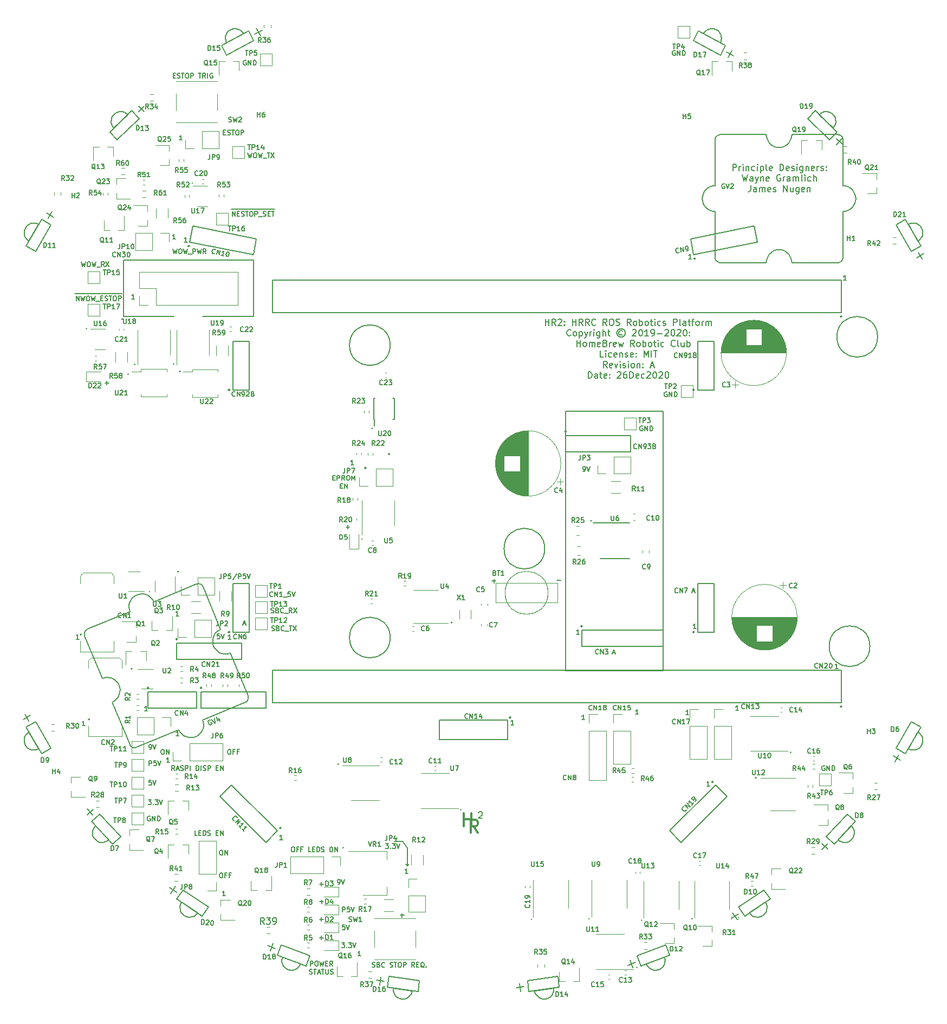
<source format=gbr>
G04 #@! TF.GenerationSoftware,KiCad,Pcbnew,5.1.9-73d0e3b20d~88~ubuntu20.04.1*
G04 #@! TF.CreationDate,2020-12-30T10:14:53-08:00*
G04 #@! TF.ProjectId,master_board,6d617374-6572-45f6-926f-6172642e6b69,Rev. A*
G04 #@! TF.SameCoordinates,Original*
G04 #@! TF.FileFunction,Legend,Top*
G04 #@! TF.FilePolarity,Positive*
%FSLAX46Y46*%
G04 Gerber Fmt 4.6, Leading zero omitted, Abs format (unit mm)*
G04 Created by KiCad (PCBNEW 5.1.9-73d0e3b20d~88~ubuntu20.04.1) date 2020-12-30 10:14:53*
%MOMM*%
%LPD*%
G01*
G04 APERTURE LIST*
%ADD10C,0.150000*%
%ADD11C,0.200000*%
%ADD12C,0.300000*%
%ADD13C,0.120000*%
%ADD14C,0.100000*%
G04 APERTURE END LIST*
D10*
X80076285Y-106321571D02*
X80647714Y-106321571D01*
X80362000Y-106607285D02*
X80362000Y-106035857D01*
X42416285Y-83801571D02*
X42987714Y-83801571D01*
X42702000Y-84087285D02*
X42702000Y-83515857D01*
X75936285Y-170501571D02*
X76507714Y-170501571D01*
X76222000Y-170787285D02*
X76222000Y-170215857D01*
X75936285Y-167631571D02*
X76507714Y-167631571D01*
X76222000Y-167917285D02*
X76222000Y-167345857D01*
X75986285Y-164881571D02*
X76557714Y-164881571D01*
X76272000Y-165167285D02*
X76272000Y-164595857D01*
X75936285Y-162101571D02*
X76507714Y-162101571D01*
X76222000Y-162387285D02*
X76222000Y-161815857D01*
X88556285Y-166981571D02*
X89127714Y-166981571D01*
X88842000Y-167267285D02*
X88842000Y-166695857D01*
X39572000Y-75318000D02*
G75*
G03*
X39572000Y-75318000I-70000J0D01*
G01*
X56122000Y-52588000D02*
G75*
G03*
X56122000Y-52588000I-70000J0D01*
G01*
X47142000Y-80918000D02*
G75*
G03*
X47142000Y-80918000I-70000J0D01*
G01*
X53202000Y-80838000D02*
G75*
G03*
X53202000Y-80838000I-70000J0D01*
G01*
X54172000Y-82018000D02*
G75*
G03*
X54172000Y-82018000I-70000J0D01*
G01*
X46072000Y-82448000D02*
G75*
G03*
X46072000Y-82448000I-70000J0D01*
G01*
X118432000Y-105358000D02*
G75*
G03*
X118432000Y-105358000I-70000J0D01*
G01*
X84222000Y-90918000D02*
G75*
G03*
X84222000Y-90918000I-70000J0D01*
G01*
X82642000Y-108208000D02*
G75*
G03*
X82642000Y-108208000I-70000J0D01*
G01*
X38342225Y-123831545D02*
X37913654Y-123831545D01*
X38127940Y-123831545D02*
X38127940Y-123081545D01*
X38056511Y-123188688D01*
X37985082Y-123260117D01*
X37913654Y-123295831D01*
X46642000Y-128488000D02*
G75*
G03*
X46642000Y-128488000I-70000J0D01*
G01*
X49442000Y-116408000D02*
G75*
G03*
X49442000Y-116408000I-70000J0D01*
G01*
X53872000Y-113298000D02*
G75*
G03*
X53872000Y-113298000I-70000J0D01*
G01*
X98082000Y-150508000D02*
G75*
G03*
X98082000Y-150508000I-70000J0D01*
G01*
X78942000Y-143378000D02*
G75*
G03*
X78942000Y-143378000I-70000J0D01*
G01*
X79692000Y-156438000D02*
G75*
G03*
X79692000Y-156438000I-70000J0D01*
G01*
X149622000Y-141548000D02*
G75*
G03*
X149622000Y-141548000I-70000J0D01*
G01*
X144182000Y-145488000D02*
G75*
G03*
X144182000Y-145488000I-70000J0D01*
G01*
X125602000Y-175128000D02*
G75*
G03*
X125602000Y-175128000I-70000J0D01*
G01*
X134202000Y-167538000D02*
G75*
G03*
X134202000Y-167538000I-70000J0D01*
G01*
X126352000Y-167768000D02*
G75*
G03*
X126352000Y-167768000I-70000J0D01*
G01*
X118102000Y-167568000D02*
G75*
G03*
X118102000Y-167568000I-70000J0D01*
G01*
X109132000Y-167658000D02*
G75*
G03*
X109132000Y-167658000I-70000J0D01*
G01*
X141438285Y-134959285D02*
X141009714Y-134959285D01*
X141224000Y-134959285D02*
X141224000Y-134209285D01*
X141152571Y-134316428D01*
X141081142Y-134387857D01*
X141009714Y-134423571D01*
X53018857Y-62835285D02*
X53197428Y-63585285D01*
X53340285Y-63049571D01*
X53483142Y-63585285D01*
X53661714Y-62835285D01*
X54090285Y-62835285D02*
X54233142Y-62835285D01*
X54304571Y-62871000D01*
X54376000Y-62942428D01*
X54411714Y-63085285D01*
X54411714Y-63335285D01*
X54376000Y-63478142D01*
X54304571Y-63549571D01*
X54233142Y-63585285D01*
X54090285Y-63585285D01*
X54018857Y-63549571D01*
X53947428Y-63478142D01*
X53911714Y-63335285D01*
X53911714Y-63085285D01*
X53947428Y-62942428D01*
X54018857Y-62871000D01*
X54090285Y-62835285D01*
X54661714Y-62835285D02*
X54840285Y-63585285D01*
X54983142Y-63049571D01*
X55126000Y-63585285D01*
X55304571Y-62835285D01*
X55411714Y-63656714D02*
X55983142Y-63656714D01*
X56161714Y-63585285D02*
X56161714Y-62835285D01*
X56447428Y-62835285D01*
X56518857Y-62871000D01*
X56554571Y-62906714D01*
X56590285Y-62978142D01*
X56590285Y-63085285D01*
X56554571Y-63156714D01*
X56518857Y-63192428D01*
X56447428Y-63228142D01*
X56161714Y-63228142D01*
X56840285Y-62835285D02*
X57018857Y-63585285D01*
X57161714Y-63049571D01*
X57304571Y-63585285D01*
X57483142Y-62835285D01*
X58197428Y-63585285D02*
X57947428Y-63228142D01*
X57768857Y-63585285D02*
X57768857Y-62835285D01*
X58054571Y-62835285D01*
X58126000Y-62871000D01*
X58161714Y-62906714D01*
X58197428Y-62978142D01*
X58197428Y-63085285D01*
X58161714Y-63156714D01*
X58126000Y-63192428D01*
X58054571Y-63228142D01*
X57768857Y-63228142D01*
X78023857Y-98622928D02*
X78273857Y-98622928D01*
X78381000Y-99015785D02*
X78023857Y-99015785D01*
X78023857Y-98265785D01*
X78381000Y-98265785D01*
X78702428Y-99015785D02*
X78702428Y-98265785D01*
X78988142Y-98265785D01*
X79059571Y-98301500D01*
X79095285Y-98337214D01*
X79131000Y-98408642D01*
X79131000Y-98515785D01*
X79095285Y-98587214D01*
X79059571Y-98622928D01*
X78988142Y-98658642D01*
X78702428Y-98658642D01*
X79881000Y-99015785D02*
X79631000Y-98658642D01*
X79452428Y-99015785D02*
X79452428Y-98265785D01*
X79738142Y-98265785D01*
X79809571Y-98301500D01*
X79845285Y-98337214D01*
X79881000Y-98408642D01*
X79881000Y-98515785D01*
X79845285Y-98587214D01*
X79809571Y-98622928D01*
X79738142Y-98658642D01*
X79452428Y-98658642D01*
X80345285Y-98265785D02*
X80488142Y-98265785D01*
X80559571Y-98301500D01*
X80631000Y-98372928D01*
X80666714Y-98515785D01*
X80666714Y-98765785D01*
X80631000Y-98908642D01*
X80559571Y-98980071D01*
X80488142Y-99015785D01*
X80345285Y-99015785D01*
X80273857Y-98980071D01*
X80202428Y-98908642D01*
X80166714Y-98765785D01*
X80166714Y-98515785D01*
X80202428Y-98372928D01*
X80273857Y-98301500D01*
X80345285Y-98265785D01*
X80988142Y-99015785D02*
X80988142Y-98265785D01*
X81238142Y-98801500D01*
X81488142Y-98265785D01*
X81488142Y-99015785D01*
X79202428Y-99897928D02*
X79452428Y-99897928D01*
X79559571Y-100290785D02*
X79202428Y-100290785D01*
X79202428Y-99540785D01*
X79559571Y-99540785D01*
X79881000Y-100290785D02*
X79881000Y-99540785D01*
X80309571Y-100290785D01*
X80309571Y-99540785D01*
X63021857Y-113599571D02*
X62379000Y-114563857D01*
X63271857Y-114385285D02*
X63271857Y-113635285D01*
X63557571Y-113635285D01*
X63629000Y-113671000D01*
X63664714Y-113706714D01*
X63700428Y-113778142D01*
X63700428Y-113885285D01*
X63664714Y-113956714D01*
X63629000Y-113992428D01*
X63557571Y-114028142D01*
X63271857Y-114028142D01*
X64379000Y-113635285D02*
X64021857Y-113635285D01*
X63986142Y-113992428D01*
X64021857Y-113956714D01*
X64093285Y-113921000D01*
X64271857Y-113921000D01*
X64343285Y-113956714D01*
X64379000Y-113992428D01*
X64414714Y-114063857D01*
X64414714Y-114242428D01*
X64379000Y-114313857D01*
X64343285Y-114349571D01*
X64271857Y-114385285D01*
X64093285Y-114385285D01*
X64021857Y-114349571D01*
X63986142Y-114313857D01*
X64629000Y-113635285D02*
X64879000Y-114385285D01*
X65129000Y-113635285D01*
X89662000Y-159258000D02*
X89916000Y-159004000D01*
X89662000Y-159258000D02*
X89408000Y-159004000D01*
X89662000Y-156464000D02*
X88900000Y-155448000D01*
X86268857Y-155799285D02*
X86733142Y-155799285D01*
X86483142Y-156085000D01*
X86590285Y-156085000D01*
X86661714Y-156120714D01*
X86697428Y-156156428D01*
X86733142Y-156227857D01*
X86733142Y-156406428D01*
X86697428Y-156477857D01*
X86661714Y-156513571D01*
X86590285Y-156549285D01*
X86376000Y-156549285D01*
X86304571Y-156513571D01*
X86268857Y-156477857D01*
X87054571Y-156477857D02*
X87090285Y-156513571D01*
X87054571Y-156549285D01*
X87018857Y-156513571D01*
X87054571Y-156477857D01*
X87054571Y-156549285D01*
X87340285Y-155799285D02*
X87804571Y-155799285D01*
X87554571Y-156085000D01*
X87661714Y-156085000D01*
X87733142Y-156120714D01*
X87768857Y-156156428D01*
X87804571Y-156227857D01*
X87804571Y-156406428D01*
X87768857Y-156477857D01*
X87733142Y-156513571D01*
X87661714Y-156549285D01*
X87447428Y-156549285D01*
X87376000Y-156513571D01*
X87340285Y-156477857D01*
X88018857Y-155799285D02*
X88268857Y-156549285D01*
X88518857Y-155799285D01*
X88900000Y-155448000D02*
X87630000Y-155448000D01*
X89662000Y-159258000D02*
X89662000Y-156464000D01*
X117137714Y-97621285D02*
X117280571Y-97621285D01*
X117352000Y-97585571D01*
X117387714Y-97549857D01*
X117459142Y-97442714D01*
X117494857Y-97299857D01*
X117494857Y-97014142D01*
X117459142Y-96942714D01*
X117423428Y-96907000D01*
X117352000Y-96871285D01*
X117209142Y-96871285D01*
X117137714Y-96907000D01*
X117102000Y-96942714D01*
X117066285Y-97014142D01*
X117066285Y-97192714D01*
X117102000Y-97264142D01*
X117137714Y-97299857D01*
X117209142Y-97335571D01*
X117352000Y-97335571D01*
X117423428Y-97299857D01*
X117459142Y-97264142D01*
X117494857Y-97192714D01*
X117709142Y-96871285D02*
X117959142Y-97621285D01*
X118209142Y-96871285D01*
X60309142Y-123033285D02*
X59952000Y-123033285D01*
X59916285Y-123390428D01*
X59952000Y-123354714D01*
X60023428Y-123319000D01*
X60202000Y-123319000D01*
X60273428Y-123354714D01*
X60309142Y-123390428D01*
X60344857Y-123461857D01*
X60344857Y-123640428D01*
X60309142Y-123711857D01*
X60273428Y-123747571D01*
X60202000Y-123783285D01*
X60023428Y-123783285D01*
X59952000Y-123747571D01*
X59916285Y-123711857D01*
X60559142Y-123033285D02*
X60809142Y-123783285D01*
X61059142Y-123033285D01*
X37723428Y-69877000D02*
X38509142Y-69877000D01*
X37902000Y-70951285D02*
X37902000Y-70201285D01*
X38330571Y-70951285D01*
X38330571Y-70201285D01*
X38509142Y-69877000D02*
X39366285Y-69877000D01*
X38616285Y-70201285D02*
X38794857Y-70951285D01*
X38937714Y-70415571D01*
X39080571Y-70951285D01*
X39259142Y-70201285D01*
X39366285Y-69877000D02*
X40152000Y-69877000D01*
X39687714Y-70201285D02*
X39830571Y-70201285D01*
X39902000Y-70237000D01*
X39973428Y-70308428D01*
X40009142Y-70451285D01*
X40009142Y-70701285D01*
X39973428Y-70844142D01*
X39902000Y-70915571D01*
X39830571Y-70951285D01*
X39687714Y-70951285D01*
X39616285Y-70915571D01*
X39544857Y-70844142D01*
X39509142Y-70701285D01*
X39509142Y-70451285D01*
X39544857Y-70308428D01*
X39616285Y-70237000D01*
X39687714Y-70201285D01*
X40152000Y-69877000D02*
X41009142Y-69877000D01*
X40259142Y-70201285D02*
X40437714Y-70951285D01*
X40580571Y-70415571D01*
X40723428Y-70951285D01*
X40902000Y-70201285D01*
X41009142Y-69877000D02*
X41580571Y-69877000D01*
X41009142Y-71022714D02*
X41580571Y-71022714D01*
X41580571Y-69877000D02*
X42259142Y-69877000D01*
X41759142Y-70558428D02*
X42009142Y-70558428D01*
X42116285Y-70951285D02*
X41759142Y-70951285D01*
X41759142Y-70201285D01*
X42116285Y-70201285D01*
X42259142Y-69877000D02*
X42973428Y-69877000D01*
X42402000Y-70915571D02*
X42509142Y-70951285D01*
X42687714Y-70951285D01*
X42759142Y-70915571D01*
X42794857Y-70879857D01*
X42830571Y-70808428D01*
X42830571Y-70737000D01*
X42794857Y-70665571D01*
X42759142Y-70629857D01*
X42687714Y-70594142D01*
X42544857Y-70558428D01*
X42473428Y-70522714D01*
X42437714Y-70487000D01*
X42402000Y-70415571D01*
X42402000Y-70344142D01*
X42437714Y-70272714D01*
X42473428Y-70237000D01*
X42544857Y-70201285D01*
X42723428Y-70201285D01*
X42830571Y-70237000D01*
X42973428Y-69877000D02*
X43544857Y-69877000D01*
X43044857Y-70201285D02*
X43473428Y-70201285D01*
X43259142Y-70951285D02*
X43259142Y-70201285D01*
X43544857Y-69877000D02*
X44330571Y-69877000D01*
X43866285Y-70201285D02*
X44009142Y-70201285D01*
X44080571Y-70237000D01*
X44152000Y-70308428D01*
X44187714Y-70451285D01*
X44187714Y-70701285D01*
X44152000Y-70844142D01*
X44080571Y-70915571D01*
X44009142Y-70951285D01*
X43866285Y-70951285D01*
X43794857Y-70915571D01*
X43723428Y-70844142D01*
X43687714Y-70701285D01*
X43687714Y-70451285D01*
X43723428Y-70308428D01*
X43794857Y-70237000D01*
X43866285Y-70201285D01*
X44330571Y-69877000D02*
X45080571Y-69877000D01*
X44509142Y-70951285D02*
X44509142Y-70201285D01*
X44794857Y-70201285D01*
X44866285Y-70237000D01*
X44902000Y-70272714D01*
X44937714Y-70344142D01*
X44937714Y-70451285D01*
X44902000Y-70522714D01*
X44866285Y-70558428D01*
X44794857Y-70594142D01*
X44509142Y-70594142D01*
X62121285Y-56669000D02*
X62907000Y-56669000D01*
X62299857Y-57743285D02*
X62299857Y-56993285D01*
X62728428Y-57743285D01*
X62728428Y-56993285D01*
X62907000Y-56669000D02*
X63585571Y-56669000D01*
X63085571Y-57350428D02*
X63335571Y-57350428D01*
X63442714Y-57743285D02*
X63085571Y-57743285D01*
X63085571Y-56993285D01*
X63442714Y-56993285D01*
X63585571Y-56669000D02*
X64299857Y-56669000D01*
X63728428Y-57707571D02*
X63835571Y-57743285D01*
X64014142Y-57743285D01*
X64085571Y-57707571D01*
X64121285Y-57671857D01*
X64157000Y-57600428D01*
X64157000Y-57529000D01*
X64121285Y-57457571D01*
X64085571Y-57421857D01*
X64014142Y-57386142D01*
X63871285Y-57350428D01*
X63799857Y-57314714D01*
X63764142Y-57279000D01*
X63728428Y-57207571D01*
X63728428Y-57136142D01*
X63764142Y-57064714D01*
X63799857Y-57029000D01*
X63871285Y-56993285D01*
X64049857Y-56993285D01*
X64157000Y-57029000D01*
X64299857Y-56669000D02*
X64871285Y-56669000D01*
X64371285Y-56993285D02*
X64799857Y-56993285D01*
X64585571Y-57743285D02*
X64585571Y-56993285D01*
X64871285Y-56669000D02*
X65657000Y-56669000D01*
X65192714Y-56993285D02*
X65335571Y-56993285D01*
X65407000Y-57029000D01*
X65478428Y-57100428D01*
X65514142Y-57243285D01*
X65514142Y-57493285D01*
X65478428Y-57636142D01*
X65407000Y-57707571D01*
X65335571Y-57743285D01*
X65192714Y-57743285D01*
X65121285Y-57707571D01*
X65049857Y-57636142D01*
X65014142Y-57493285D01*
X65014142Y-57243285D01*
X65049857Y-57100428D01*
X65121285Y-57029000D01*
X65192714Y-56993285D01*
X65657000Y-56669000D02*
X66407000Y-56669000D01*
X65835571Y-57743285D02*
X65835571Y-56993285D01*
X66121285Y-56993285D01*
X66192714Y-57029000D01*
X66228428Y-57064714D01*
X66264142Y-57136142D01*
X66264142Y-57243285D01*
X66228428Y-57314714D01*
X66192714Y-57350428D01*
X66121285Y-57386142D01*
X65835571Y-57386142D01*
X66407000Y-56669000D02*
X66978428Y-56669000D01*
X66407000Y-57814714D02*
X66978428Y-57814714D01*
X66978428Y-56669000D02*
X67692714Y-56669000D01*
X67121285Y-57707571D02*
X67228428Y-57743285D01*
X67407000Y-57743285D01*
X67478428Y-57707571D01*
X67514142Y-57671857D01*
X67549857Y-57600428D01*
X67549857Y-57529000D01*
X67514142Y-57457571D01*
X67478428Y-57421857D01*
X67407000Y-57386142D01*
X67264142Y-57350428D01*
X67192714Y-57314714D01*
X67157000Y-57279000D01*
X67121285Y-57207571D01*
X67121285Y-57136142D01*
X67157000Y-57064714D01*
X67192714Y-57029000D01*
X67264142Y-56993285D01*
X67442714Y-56993285D01*
X67549857Y-57029000D01*
X67692714Y-56669000D02*
X68371285Y-56669000D01*
X67871285Y-57350428D02*
X68121285Y-57350428D01*
X68228428Y-57743285D02*
X67871285Y-57743285D01*
X67871285Y-56993285D01*
X68228428Y-56993285D01*
X68371285Y-56669000D02*
X68942714Y-56669000D01*
X68442714Y-56993285D02*
X68871285Y-56993285D01*
X68657000Y-57743285D02*
X68657000Y-56993285D01*
X38733285Y-64867285D02*
X38911857Y-65617285D01*
X39054714Y-65081571D01*
X39197571Y-65617285D01*
X39376142Y-64867285D01*
X39804714Y-64867285D02*
X39947571Y-64867285D01*
X40019000Y-64903000D01*
X40090428Y-64974428D01*
X40126142Y-65117285D01*
X40126142Y-65367285D01*
X40090428Y-65510142D01*
X40019000Y-65581571D01*
X39947571Y-65617285D01*
X39804714Y-65617285D01*
X39733285Y-65581571D01*
X39661857Y-65510142D01*
X39626142Y-65367285D01*
X39626142Y-65117285D01*
X39661857Y-64974428D01*
X39733285Y-64903000D01*
X39804714Y-64867285D01*
X40376142Y-64867285D02*
X40554714Y-65617285D01*
X40697571Y-65081571D01*
X40840428Y-65617285D01*
X41019000Y-64867285D01*
X41126142Y-65688714D02*
X41697571Y-65688714D01*
X42304714Y-65617285D02*
X42054714Y-65260142D01*
X41876142Y-65617285D02*
X41876142Y-64867285D01*
X42161857Y-64867285D01*
X42233285Y-64903000D01*
X42269000Y-64938714D01*
X42304714Y-65010142D01*
X42304714Y-65117285D01*
X42269000Y-65188714D01*
X42233285Y-65224428D01*
X42161857Y-65260142D01*
X41876142Y-65260142D01*
X42554714Y-64867285D02*
X43054714Y-65617285D01*
X43054714Y-64867285D02*
X42554714Y-65617285D01*
X64730571Y-47849285D02*
X64909142Y-48599285D01*
X65052000Y-48063571D01*
X65194857Y-48599285D01*
X65373428Y-47849285D01*
X65802000Y-47849285D02*
X65944857Y-47849285D01*
X66016285Y-47885000D01*
X66087714Y-47956428D01*
X66123428Y-48099285D01*
X66123428Y-48349285D01*
X66087714Y-48492142D01*
X66016285Y-48563571D01*
X65944857Y-48599285D01*
X65802000Y-48599285D01*
X65730571Y-48563571D01*
X65659142Y-48492142D01*
X65623428Y-48349285D01*
X65623428Y-48099285D01*
X65659142Y-47956428D01*
X65730571Y-47885000D01*
X65802000Y-47849285D01*
X66373428Y-47849285D02*
X66552000Y-48599285D01*
X66694857Y-48063571D01*
X66837714Y-48599285D01*
X67016285Y-47849285D01*
X67123428Y-48670714D02*
X67694857Y-48670714D01*
X67766285Y-47849285D02*
X68194857Y-47849285D01*
X67980571Y-48599285D02*
X67980571Y-47849285D01*
X68373428Y-47849285D02*
X68873428Y-48599285D01*
X68873428Y-47849285D02*
X68373428Y-48599285D01*
X68375857Y-119683571D02*
X68483000Y-119719285D01*
X68661571Y-119719285D01*
X68733000Y-119683571D01*
X68768714Y-119647857D01*
X68804428Y-119576428D01*
X68804428Y-119505000D01*
X68768714Y-119433571D01*
X68733000Y-119397857D01*
X68661571Y-119362142D01*
X68518714Y-119326428D01*
X68447285Y-119290714D01*
X68411571Y-119255000D01*
X68375857Y-119183571D01*
X68375857Y-119112142D01*
X68411571Y-119040714D01*
X68447285Y-119005000D01*
X68518714Y-118969285D01*
X68697285Y-118969285D01*
X68804428Y-119005000D01*
X69375857Y-119326428D02*
X69483000Y-119362142D01*
X69518714Y-119397857D01*
X69554428Y-119469285D01*
X69554428Y-119576428D01*
X69518714Y-119647857D01*
X69483000Y-119683571D01*
X69411571Y-119719285D01*
X69125857Y-119719285D01*
X69125857Y-118969285D01*
X69375857Y-118969285D01*
X69447285Y-119005000D01*
X69483000Y-119040714D01*
X69518714Y-119112142D01*
X69518714Y-119183571D01*
X69483000Y-119255000D01*
X69447285Y-119290714D01*
X69375857Y-119326428D01*
X69125857Y-119326428D01*
X70304428Y-119647857D02*
X70268714Y-119683571D01*
X70161571Y-119719285D01*
X70090142Y-119719285D01*
X69983000Y-119683571D01*
X69911571Y-119612142D01*
X69875857Y-119540714D01*
X69840142Y-119397857D01*
X69840142Y-119290714D01*
X69875857Y-119147857D01*
X69911571Y-119076428D01*
X69983000Y-119005000D01*
X70090142Y-118969285D01*
X70161571Y-118969285D01*
X70268714Y-119005000D01*
X70304428Y-119040714D01*
X70447285Y-119790714D02*
X71018714Y-119790714D01*
X71625857Y-119719285D02*
X71375857Y-119362142D01*
X71197285Y-119719285D02*
X71197285Y-118969285D01*
X71483000Y-118969285D01*
X71554428Y-119005000D01*
X71590142Y-119040714D01*
X71625857Y-119112142D01*
X71625857Y-119219285D01*
X71590142Y-119290714D01*
X71554428Y-119326428D01*
X71483000Y-119362142D01*
X71197285Y-119362142D01*
X71875857Y-118969285D02*
X72375857Y-119719285D01*
X72375857Y-118969285D02*
X71875857Y-119719285D01*
X68465142Y-122477571D02*
X68572285Y-122513285D01*
X68750857Y-122513285D01*
X68822285Y-122477571D01*
X68858000Y-122441857D01*
X68893714Y-122370428D01*
X68893714Y-122299000D01*
X68858000Y-122227571D01*
X68822285Y-122191857D01*
X68750857Y-122156142D01*
X68608000Y-122120428D01*
X68536571Y-122084714D01*
X68500857Y-122049000D01*
X68465142Y-121977571D01*
X68465142Y-121906142D01*
X68500857Y-121834714D01*
X68536571Y-121799000D01*
X68608000Y-121763285D01*
X68786571Y-121763285D01*
X68893714Y-121799000D01*
X69465142Y-122120428D02*
X69572285Y-122156142D01*
X69608000Y-122191857D01*
X69643714Y-122263285D01*
X69643714Y-122370428D01*
X69608000Y-122441857D01*
X69572285Y-122477571D01*
X69500857Y-122513285D01*
X69215142Y-122513285D01*
X69215142Y-121763285D01*
X69465142Y-121763285D01*
X69536571Y-121799000D01*
X69572285Y-121834714D01*
X69608000Y-121906142D01*
X69608000Y-121977571D01*
X69572285Y-122049000D01*
X69536571Y-122084714D01*
X69465142Y-122120428D01*
X69215142Y-122120428D01*
X70393714Y-122441857D02*
X70358000Y-122477571D01*
X70250857Y-122513285D01*
X70179428Y-122513285D01*
X70072285Y-122477571D01*
X70000857Y-122406142D01*
X69965142Y-122334714D01*
X69929428Y-122191857D01*
X69929428Y-122084714D01*
X69965142Y-121941857D01*
X70000857Y-121870428D01*
X70072285Y-121799000D01*
X70179428Y-121763285D01*
X70250857Y-121763285D01*
X70358000Y-121799000D01*
X70393714Y-121834714D01*
X70536571Y-122584714D02*
X71108000Y-122584714D01*
X71179428Y-121763285D02*
X71608000Y-121763285D01*
X71393714Y-122513285D02*
X71393714Y-121763285D01*
X71786571Y-121763285D02*
X72286571Y-122513285D01*
X72286571Y-121763285D02*
X71786571Y-122513285D01*
X154876571Y-143643000D02*
X154805142Y-143607285D01*
X154698000Y-143607285D01*
X154590857Y-143643000D01*
X154519428Y-143714428D01*
X154483714Y-143785857D01*
X154448000Y-143928714D01*
X154448000Y-144035857D01*
X154483714Y-144178714D01*
X154519428Y-144250142D01*
X154590857Y-144321571D01*
X154698000Y-144357285D01*
X154769428Y-144357285D01*
X154876571Y-144321571D01*
X154912285Y-144285857D01*
X154912285Y-144035857D01*
X154769428Y-144035857D01*
X155233714Y-144357285D02*
X155233714Y-143607285D01*
X155662285Y-144357285D01*
X155662285Y-143607285D01*
X156019428Y-144357285D02*
X156019428Y-143607285D01*
X156198000Y-143607285D01*
X156305142Y-143643000D01*
X156376571Y-143714428D01*
X156412285Y-143785857D01*
X156448000Y-143928714D01*
X156448000Y-144035857D01*
X156412285Y-144178714D01*
X156376571Y-144250142D01*
X156305142Y-144321571D01*
X156198000Y-144357285D01*
X156019428Y-144357285D01*
X64452571Y-33407000D02*
X64381142Y-33371285D01*
X64274000Y-33371285D01*
X64166857Y-33407000D01*
X64095428Y-33478428D01*
X64059714Y-33549857D01*
X64024000Y-33692714D01*
X64024000Y-33799857D01*
X64059714Y-33942714D01*
X64095428Y-34014142D01*
X64166857Y-34085571D01*
X64274000Y-34121285D01*
X64345428Y-34121285D01*
X64452571Y-34085571D01*
X64488285Y-34049857D01*
X64488285Y-33799857D01*
X64345428Y-33799857D01*
X64809714Y-34121285D02*
X64809714Y-33371285D01*
X65238285Y-34121285D01*
X65238285Y-33371285D01*
X65595428Y-34121285D02*
X65595428Y-33371285D01*
X65774000Y-33371285D01*
X65881142Y-33407000D01*
X65952571Y-33478428D01*
X65988285Y-33549857D01*
X66024000Y-33692714D01*
X66024000Y-33799857D01*
X65988285Y-33942714D01*
X65952571Y-34014142D01*
X65881142Y-34085571D01*
X65774000Y-34121285D01*
X65595428Y-34121285D01*
X131508571Y-31883000D02*
X131437142Y-31847285D01*
X131330000Y-31847285D01*
X131222857Y-31883000D01*
X131151428Y-31954428D01*
X131115714Y-32025857D01*
X131080000Y-32168714D01*
X131080000Y-32275857D01*
X131115714Y-32418714D01*
X131151428Y-32490142D01*
X131222857Y-32561571D01*
X131330000Y-32597285D01*
X131401428Y-32597285D01*
X131508571Y-32561571D01*
X131544285Y-32525857D01*
X131544285Y-32275857D01*
X131401428Y-32275857D01*
X131865714Y-32597285D02*
X131865714Y-31847285D01*
X132294285Y-32597285D01*
X132294285Y-31847285D01*
X132651428Y-32597285D02*
X132651428Y-31847285D01*
X132830000Y-31847285D01*
X132937142Y-31883000D01*
X133008571Y-31954428D01*
X133044285Y-32025857D01*
X133080000Y-32168714D01*
X133080000Y-32275857D01*
X133044285Y-32418714D01*
X133008571Y-32490142D01*
X132937142Y-32561571D01*
X132830000Y-32597285D01*
X132651428Y-32597285D01*
X126428571Y-90557000D02*
X126357142Y-90521285D01*
X126250000Y-90521285D01*
X126142857Y-90557000D01*
X126071428Y-90628428D01*
X126035714Y-90699857D01*
X126000000Y-90842714D01*
X126000000Y-90949857D01*
X126035714Y-91092714D01*
X126071428Y-91164142D01*
X126142857Y-91235571D01*
X126250000Y-91271285D01*
X126321428Y-91271285D01*
X126428571Y-91235571D01*
X126464285Y-91199857D01*
X126464285Y-90949857D01*
X126321428Y-90949857D01*
X126785714Y-91271285D02*
X126785714Y-90521285D01*
X127214285Y-91271285D01*
X127214285Y-90521285D01*
X127571428Y-91271285D02*
X127571428Y-90521285D01*
X127750000Y-90521285D01*
X127857142Y-90557000D01*
X127928571Y-90628428D01*
X127964285Y-90699857D01*
X128000000Y-90842714D01*
X128000000Y-90949857D01*
X127964285Y-91092714D01*
X127928571Y-91164142D01*
X127857142Y-91235571D01*
X127750000Y-91271285D01*
X127571428Y-91271285D01*
X130238571Y-85223000D02*
X130167142Y-85187285D01*
X130060000Y-85187285D01*
X129952857Y-85223000D01*
X129881428Y-85294428D01*
X129845714Y-85365857D01*
X129810000Y-85508714D01*
X129810000Y-85615857D01*
X129845714Y-85758714D01*
X129881428Y-85830142D01*
X129952857Y-85901571D01*
X130060000Y-85937285D01*
X130131428Y-85937285D01*
X130238571Y-85901571D01*
X130274285Y-85865857D01*
X130274285Y-85615857D01*
X130131428Y-85615857D01*
X130595714Y-85937285D02*
X130595714Y-85187285D01*
X131024285Y-85937285D01*
X131024285Y-85187285D01*
X131381428Y-85937285D02*
X131381428Y-85187285D01*
X131560000Y-85187285D01*
X131667142Y-85223000D01*
X131738571Y-85294428D01*
X131774285Y-85365857D01*
X131810000Y-85508714D01*
X131810000Y-85615857D01*
X131774285Y-85758714D01*
X131738571Y-85830142D01*
X131667142Y-85901571D01*
X131560000Y-85937285D01*
X131381428Y-85937285D01*
X68621857Y-117107857D02*
X68586142Y-117143571D01*
X68479000Y-117179285D01*
X68407571Y-117179285D01*
X68300428Y-117143571D01*
X68229000Y-117072142D01*
X68193285Y-117000714D01*
X68157571Y-116857857D01*
X68157571Y-116750714D01*
X68193285Y-116607857D01*
X68229000Y-116536428D01*
X68300428Y-116465000D01*
X68407571Y-116429285D01*
X68479000Y-116429285D01*
X68586142Y-116465000D01*
X68621857Y-116500714D01*
X68943285Y-117179285D02*
X68943285Y-116429285D01*
X69371857Y-117179285D01*
X69371857Y-116429285D01*
X70121857Y-117179285D02*
X69693285Y-117179285D01*
X69907571Y-117179285D02*
X69907571Y-116429285D01*
X69836142Y-116536428D01*
X69764714Y-116607857D01*
X69693285Y-116643571D01*
X70264714Y-117250714D02*
X70836142Y-117250714D01*
X71371857Y-116429285D02*
X71014714Y-116429285D01*
X70979000Y-116786428D01*
X71014714Y-116750714D01*
X71086142Y-116715000D01*
X71264714Y-116715000D01*
X71336142Y-116750714D01*
X71371857Y-116786428D01*
X71407571Y-116857857D01*
X71407571Y-117036428D01*
X71371857Y-117107857D01*
X71336142Y-117143571D01*
X71264714Y-117179285D01*
X71086142Y-117179285D01*
X71014714Y-117143571D01*
X70979000Y-117107857D01*
X71621857Y-116429285D02*
X71871857Y-117179285D01*
X72121857Y-116429285D01*
X140518476Y-50618380D02*
X140518476Y-49618380D01*
X140899428Y-49618380D01*
X140994666Y-49666000D01*
X141042285Y-49713619D01*
X141089904Y-49808857D01*
X141089904Y-49951714D01*
X141042285Y-50046952D01*
X140994666Y-50094571D01*
X140899428Y-50142190D01*
X140518476Y-50142190D01*
X141518476Y-50618380D02*
X141518476Y-49951714D01*
X141518476Y-50142190D02*
X141566095Y-50046952D01*
X141613714Y-49999333D01*
X141708952Y-49951714D01*
X141804190Y-49951714D01*
X142137523Y-50618380D02*
X142137523Y-49951714D01*
X142137523Y-49618380D02*
X142089904Y-49666000D01*
X142137523Y-49713619D01*
X142185142Y-49666000D01*
X142137523Y-49618380D01*
X142137523Y-49713619D01*
X142613714Y-49951714D02*
X142613714Y-50618380D01*
X142613714Y-50046952D02*
X142661333Y-49999333D01*
X142756571Y-49951714D01*
X142899428Y-49951714D01*
X142994666Y-49999333D01*
X143042285Y-50094571D01*
X143042285Y-50618380D01*
X143947047Y-50570761D02*
X143851809Y-50618380D01*
X143661333Y-50618380D01*
X143566095Y-50570761D01*
X143518476Y-50523142D01*
X143470857Y-50427904D01*
X143470857Y-50142190D01*
X143518476Y-50046952D01*
X143566095Y-49999333D01*
X143661333Y-49951714D01*
X143851809Y-49951714D01*
X143947047Y-49999333D01*
X144375619Y-50618380D02*
X144375619Y-49951714D01*
X144375619Y-49618380D02*
X144328000Y-49666000D01*
X144375619Y-49713619D01*
X144423238Y-49666000D01*
X144375619Y-49618380D01*
X144375619Y-49713619D01*
X144851809Y-49951714D02*
X144851809Y-50951714D01*
X144851809Y-49999333D02*
X144947047Y-49951714D01*
X145137523Y-49951714D01*
X145232761Y-49999333D01*
X145280380Y-50046952D01*
X145328000Y-50142190D01*
X145328000Y-50427904D01*
X145280380Y-50523142D01*
X145232761Y-50570761D01*
X145137523Y-50618380D01*
X144947047Y-50618380D01*
X144851809Y-50570761D01*
X145899428Y-50618380D02*
X145804190Y-50570761D01*
X145756571Y-50475523D01*
X145756571Y-49618380D01*
X146661333Y-50570761D02*
X146566095Y-50618380D01*
X146375619Y-50618380D01*
X146280380Y-50570761D01*
X146232761Y-50475523D01*
X146232761Y-50094571D01*
X146280380Y-49999333D01*
X146375619Y-49951714D01*
X146566095Y-49951714D01*
X146661333Y-49999333D01*
X146708952Y-50094571D01*
X146708952Y-50189809D01*
X146232761Y-50285047D01*
X147899428Y-50618380D02*
X147899428Y-49618380D01*
X148137523Y-49618380D01*
X148280380Y-49666000D01*
X148375619Y-49761238D01*
X148423238Y-49856476D01*
X148470857Y-50046952D01*
X148470857Y-50189809D01*
X148423238Y-50380285D01*
X148375619Y-50475523D01*
X148280380Y-50570761D01*
X148137523Y-50618380D01*
X147899428Y-50618380D01*
X149280380Y-50570761D02*
X149185142Y-50618380D01*
X148994666Y-50618380D01*
X148899428Y-50570761D01*
X148851809Y-50475523D01*
X148851809Y-50094571D01*
X148899428Y-49999333D01*
X148994666Y-49951714D01*
X149185142Y-49951714D01*
X149280380Y-49999333D01*
X149328000Y-50094571D01*
X149328000Y-50189809D01*
X148851809Y-50285047D01*
X149708952Y-50570761D02*
X149804190Y-50618380D01*
X149994666Y-50618380D01*
X150089904Y-50570761D01*
X150137523Y-50475523D01*
X150137523Y-50427904D01*
X150089904Y-50332666D01*
X149994666Y-50285047D01*
X149851809Y-50285047D01*
X149756571Y-50237428D01*
X149708952Y-50142190D01*
X149708952Y-50094571D01*
X149756571Y-49999333D01*
X149851809Y-49951714D01*
X149994666Y-49951714D01*
X150089904Y-49999333D01*
X150566095Y-50618380D02*
X150566095Y-49951714D01*
X150566095Y-49618380D02*
X150518476Y-49666000D01*
X150566095Y-49713619D01*
X150613714Y-49666000D01*
X150566095Y-49618380D01*
X150566095Y-49713619D01*
X151470857Y-49951714D02*
X151470857Y-50761238D01*
X151423238Y-50856476D01*
X151375619Y-50904095D01*
X151280380Y-50951714D01*
X151137523Y-50951714D01*
X151042285Y-50904095D01*
X151470857Y-50570761D02*
X151375619Y-50618380D01*
X151185142Y-50618380D01*
X151089904Y-50570761D01*
X151042285Y-50523142D01*
X150994666Y-50427904D01*
X150994666Y-50142190D01*
X151042285Y-50046952D01*
X151089904Y-49999333D01*
X151185142Y-49951714D01*
X151375619Y-49951714D01*
X151470857Y-49999333D01*
X151947047Y-49951714D02*
X151947047Y-50618380D01*
X151947047Y-50046952D02*
X151994666Y-49999333D01*
X152089904Y-49951714D01*
X152232761Y-49951714D01*
X152328000Y-49999333D01*
X152375619Y-50094571D01*
X152375619Y-50618380D01*
X153232761Y-50570761D02*
X153137523Y-50618380D01*
X152947047Y-50618380D01*
X152851809Y-50570761D01*
X152804190Y-50475523D01*
X152804190Y-50094571D01*
X152851809Y-49999333D01*
X152947047Y-49951714D01*
X153137523Y-49951714D01*
X153232761Y-49999333D01*
X153280380Y-50094571D01*
X153280380Y-50189809D01*
X152804190Y-50285047D01*
X153708952Y-50618380D02*
X153708952Y-49951714D01*
X153708952Y-50142190D02*
X153756571Y-50046952D01*
X153804190Y-49999333D01*
X153899428Y-49951714D01*
X153994666Y-49951714D01*
X154280380Y-50570761D02*
X154375619Y-50618380D01*
X154566095Y-50618380D01*
X154661333Y-50570761D01*
X154708952Y-50475523D01*
X154708952Y-50427904D01*
X154661333Y-50332666D01*
X154566095Y-50285047D01*
X154423238Y-50285047D01*
X154328000Y-50237428D01*
X154280380Y-50142190D01*
X154280380Y-50094571D01*
X154328000Y-49999333D01*
X154423238Y-49951714D01*
X154566095Y-49951714D01*
X154661333Y-49999333D01*
X155137523Y-50523142D02*
X155185142Y-50570761D01*
X155137523Y-50618380D01*
X155089904Y-50570761D01*
X155137523Y-50523142D01*
X155137523Y-50618380D01*
X155137523Y-49999333D02*
X155185142Y-50046952D01*
X155137523Y-50094571D01*
X155089904Y-50046952D01*
X155137523Y-49999333D01*
X155137523Y-50094571D01*
X141994666Y-51268380D02*
X142232761Y-52268380D01*
X142423238Y-51554095D01*
X142613714Y-52268380D01*
X142851809Y-51268380D01*
X143661333Y-52268380D02*
X143661333Y-51744571D01*
X143613714Y-51649333D01*
X143518476Y-51601714D01*
X143328000Y-51601714D01*
X143232761Y-51649333D01*
X143661333Y-52220761D02*
X143566095Y-52268380D01*
X143328000Y-52268380D01*
X143232761Y-52220761D01*
X143185142Y-52125523D01*
X143185142Y-52030285D01*
X143232761Y-51935047D01*
X143328000Y-51887428D01*
X143566095Y-51887428D01*
X143661333Y-51839809D01*
X144042285Y-51601714D02*
X144280380Y-52268380D01*
X144518476Y-51601714D02*
X144280380Y-52268380D01*
X144185142Y-52506476D01*
X144137523Y-52554095D01*
X144042285Y-52601714D01*
X144899428Y-51601714D02*
X144899428Y-52268380D01*
X144899428Y-51696952D02*
X144947047Y-51649333D01*
X145042285Y-51601714D01*
X145185142Y-51601714D01*
X145280380Y-51649333D01*
X145328000Y-51744571D01*
X145328000Y-52268380D01*
X146185142Y-52220761D02*
X146089904Y-52268380D01*
X145899428Y-52268380D01*
X145804190Y-52220761D01*
X145756571Y-52125523D01*
X145756571Y-51744571D01*
X145804190Y-51649333D01*
X145899428Y-51601714D01*
X146089904Y-51601714D01*
X146185142Y-51649333D01*
X146232761Y-51744571D01*
X146232761Y-51839809D01*
X145756571Y-51935047D01*
X147947047Y-51316000D02*
X147851809Y-51268380D01*
X147708952Y-51268380D01*
X147566095Y-51316000D01*
X147470857Y-51411238D01*
X147423238Y-51506476D01*
X147375619Y-51696952D01*
X147375619Y-51839809D01*
X147423238Y-52030285D01*
X147470857Y-52125523D01*
X147566095Y-52220761D01*
X147708952Y-52268380D01*
X147804190Y-52268380D01*
X147947047Y-52220761D01*
X147994666Y-52173142D01*
X147994666Y-51839809D01*
X147804190Y-51839809D01*
X148423238Y-52268380D02*
X148423238Y-51601714D01*
X148423238Y-51792190D02*
X148470857Y-51696952D01*
X148518476Y-51649333D01*
X148613714Y-51601714D01*
X148708952Y-51601714D01*
X149470857Y-52268380D02*
X149470857Y-51744571D01*
X149423238Y-51649333D01*
X149328000Y-51601714D01*
X149137523Y-51601714D01*
X149042285Y-51649333D01*
X149470857Y-52220761D02*
X149375619Y-52268380D01*
X149137523Y-52268380D01*
X149042285Y-52220761D01*
X148994666Y-52125523D01*
X148994666Y-52030285D01*
X149042285Y-51935047D01*
X149137523Y-51887428D01*
X149375619Y-51887428D01*
X149470857Y-51839809D01*
X149947047Y-52268380D02*
X149947047Y-51601714D01*
X149947047Y-51696952D02*
X149994666Y-51649333D01*
X150089904Y-51601714D01*
X150232761Y-51601714D01*
X150328000Y-51649333D01*
X150375619Y-51744571D01*
X150375619Y-52268380D01*
X150375619Y-51744571D02*
X150423238Y-51649333D01*
X150518476Y-51601714D01*
X150661333Y-51601714D01*
X150756571Y-51649333D01*
X150804190Y-51744571D01*
X150804190Y-52268380D01*
X151423238Y-52268380D02*
X151328000Y-52220761D01*
X151280380Y-52125523D01*
X151280380Y-51268380D01*
X151804190Y-52268380D02*
X151804190Y-51601714D01*
X151804190Y-51268380D02*
X151756571Y-51316000D01*
X151804190Y-51363619D01*
X151851809Y-51316000D01*
X151804190Y-51268380D01*
X151804190Y-51363619D01*
X152708952Y-52220761D02*
X152613714Y-52268380D01*
X152423238Y-52268380D01*
X152328000Y-52220761D01*
X152280380Y-52173142D01*
X152232761Y-52077904D01*
X152232761Y-51792190D01*
X152280380Y-51696952D01*
X152328000Y-51649333D01*
X152423238Y-51601714D01*
X152613714Y-51601714D01*
X152708952Y-51649333D01*
X153137523Y-52268380D02*
X153137523Y-51268380D01*
X153566095Y-52268380D02*
X153566095Y-51744571D01*
X153518476Y-51649333D01*
X153423238Y-51601714D01*
X153280380Y-51601714D01*
X153185142Y-51649333D01*
X153137523Y-51696952D01*
X143328000Y-52918380D02*
X143328000Y-53632666D01*
X143280380Y-53775523D01*
X143185142Y-53870761D01*
X143042285Y-53918380D01*
X142947047Y-53918380D01*
X144232761Y-53918380D02*
X144232761Y-53394571D01*
X144185142Y-53299333D01*
X144089904Y-53251714D01*
X143899428Y-53251714D01*
X143804190Y-53299333D01*
X144232761Y-53870761D02*
X144137523Y-53918380D01*
X143899428Y-53918380D01*
X143804190Y-53870761D01*
X143756571Y-53775523D01*
X143756571Y-53680285D01*
X143804190Y-53585047D01*
X143899428Y-53537428D01*
X144137523Y-53537428D01*
X144232761Y-53489809D01*
X144708952Y-53918380D02*
X144708952Y-53251714D01*
X144708952Y-53346952D02*
X144756571Y-53299333D01*
X144851809Y-53251714D01*
X144994666Y-53251714D01*
X145089904Y-53299333D01*
X145137523Y-53394571D01*
X145137523Y-53918380D01*
X145137523Y-53394571D02*
X145185142Y-53299333D01*
X145280380Y-53251714D01*
X145423238Y-53251714D01*
X145518476Y-53299333D01*
X145566095Y-53394571D01*
X145566095Y-53918380D01*
X146423238Y-53870761D02*
X146328000Y-53918380D01*
X146137523Y-53918380D01*
X146042285Y-53870761D01*
X145994666Y-53775523D01*
X145994666Y-53394571D01*
X146042285Y-53299333D01*
X146137523Y-53251714D01*
X146328000Y-53251714D01*
X146423238Y-53299333D01*
X146470857Y-53394571D01*
X146470857Y-53489809D01*
X145994666Y-53585047D01*
X146851809Y-53870761D02*
X146947047Y-53918380D01*
X147137523Y-53918380D01*
X147232761Y-53870761D01*
X147280380Y-53775523D01*
X147280380Y-53727904D01*
X147232761Y-53632666D01*
X147137523Y-53585047D01*
X146994666Y-53585047D01*
X146899428Y-53537428D01*
X146851809Y-53442190D01*
X146851809Y-53394571D01*
X146899428Y-53299333D01*
X146994666Y-53251714D01*
X147137523Y-53251714D01*
X147232761Y-53299333D01*
X148470857Y-53918380D02*
X148470857Y-52918380D01*
X149042285Y-53918380D01*
X149042285Y-52918380D01*
X149947047Y-53251714D02*
X149947047Y-53918380D01*
X149518476Y-53251714D02*
X149518476Y-53775523D01*
X149566095Y-53870761D01*
X149661333Y-53918380D01*
X149804190Y-53918380D01*
X149899428Y-53870761D01*
X149947047Y-53823142D01*
X150851809Y-53251714D02*
X150851809Y-54061238D01*
X150804190Y-54156476D01*
X150756571Y-54204095D01*
X150661333Y-54251714D01*
X150518476Y-54251714D01*
X150423238Y-54204095D01*
X150851809Y-53870761D02*
X150756571Y-53918380D01*
X150566095Y-53918380D01*
X150470857Y-53870761D01*
X150423238Y-53823142D01*
X150375619Y-53727904D01*
X150375619Y-53442190D01*
X150423238Y-53346952D01*
X150470857Y-53299333D01*
X150566095Y-53251714D01*
X150756571Y-53251714D01*
X150851809Y-53299333D01*
X151708952Y-53870761D02*
X151613714Y-53918380D01*
X151423238Y-53918380D01*
X151328000Y-53870761D01*
X151280380Y-53775523D01*
X151280380Y-53394571D01*
X151328000Y-53299333D01*
X151423238Y-53251714D01*
X151613714Y-53251714D01*
X151708952Y-53299333D01*
X151756571Y-53394571D01*
X151756571Y-53489809D01*
X151280380Y-53585047D01*
X152185142Y-53251714D02*
X152185142Y-53918380D01*
X152185142Y-53346952D02*
X152232761Y-53299333D01*
X152328000Y-53251714D01*
X152470857Y-53251714D01*
X152566095Y-53299333D01*
X152613714Y-53394571D01*
X152613714Y-53918380D01*
X111229809Y-74813380D02*
X111229809Y-73813380D01*
X111229809Y-74289571D02*
X111801238Y-74289571D01*
X111801238Y-74813380D02*
X111801238Y-73813380D01*
X112848857Y-74813380D02*
X112515523Y-74337190D01*
X112277428Y-74813380D02*
X112277428Y-73813380D01*
X112658380Y-73813380D01*
X112753619Y-73861000D01*
X112801238Y-73908619D01*
X112848857Y-74003857D01*
X112848857Y-74146714D01*
X112801238Y-74241952D01*
X112753619Y-74289571D01*
X112658380Y-74337190D01*
X112277428Y-74337190D01*
X113229809Y-73908619D02*
X113277428Y-73861000D01*
X113372666Y-73813380D01*
X113610761Y-73813380D01*
X113706000Y-73861000D01*
X113753619Y-73908619D01*
X113801238Y-74003857D01*
X113801238Y-74099095D01*
X113753619Y-74241952D01*
X113182190Y-74813380D01*
X113801238Y-74813380D01*
X114229809Y-74718142D02*
X114277428Y-74765761D01*
X114229809Y-74813380D01*
X114182190Y-74765761D01*
X114229809Y-74718142D01*
X114229809Y-74813380D01*
X114229809Y-74194333D02*
X114277428Y-74241952D01*
X114229809Y-74289571D01*
X114182190Y-74241952D01*
X114229809Y-74194333D01*
X114229809Y-74289571D01*
X115467904Y-74813380D02*
X115467904Y-73813380D01*
X115467904Y-74289571D02*
X116039333Y-74289571D01*
X116039333Y-74813380D02*
X116039333Y-73813380D01*
X117086952Y-74813380D02*
X116753619Y-74337190D01*
X116515523Y-74813380D02*
X116515523Y-73813380D01*
X116896476Y-73813380D01*
X116991714Y-73861000D01*
X117039333Y-73908619D01*
X117086952Y-74003857D01*
X117086952Y-74146714D01*
X117039333Y-74241952D01*
X116991714Y-74289571D01*
X116896476Y-74337190D01*
X116515523Y-74337190D01*
X118086952Y-74813380D02*
X117753619Y-74337190D01*
X117515523Y-74813380D02*
X117515523Y-73813380D01*
X117896476Y-73813380D01*
X117991714Y-73861000D01*
X118039333Y-73908619D01*
X118086952Y-74003857D01*
X118086952Y-74146714D01*
X118039333Y-74241952D01*
X117991714Y-74289571D01*
X117896476Y-74337190D01*
X117515523Y-74337190D01*
X119086952Y-74718142D02*
X119039333Y-74765761D01*
X118896476Y-74813380D01*
X118801238Y-74813380D01*
X118658380Y-74765761D01*
X118563142Y-74670523D01*
X118515523Y-74575285D01*
X118467904Y-74384809D01*
X118467904Y-74241952D01*
X118515523Y-74051476D01*
X118563142Y-73956238D01*
X118658380Y-73861000D01*
X118801238Y-73813380D01*
X118896476Y-73813380D01*
X119039333Y-73861000D01*
X119086952Y-73908619D01*
X120848857Y-74813380D02*
X120515523Y-74337190D01*
X120277428Y-74813380D02*
X120277428Y-73813380D01*
X120658380Y-73813380D01*
X120753619Y-73861000D01*
X120801238Y-73908619D01*
X120848857Y-74003857D01*
X120848857Y-74146714D01*
X120801238Y-74241952D01*
X120753619Y-74289571D01*
X120658380Y-74337190D01*
X120277428Y-74337190D01*
X121467904Y-73813380D02*
X121658380Y-73813380D01*
X121753619Y-73861000D01*
X121848857Y-73956238D01*
X121896476Y-74146714D01*
X121896476Y-74480047D01*
X121848857Y-74670523D01*
X121753619Y-74765761D01*
X121658380Y-74813380D01*
X121467904Y-74813380D01*
X121372666Y-74765761D01*
X121277428Y-74670523D01*
X121229809Y-74480047D01*
X121229809Y-74146714D01*
X121277428Y-73956238D01*
X121372666Y-73861000D01*
X121467904Y-73813380D01*
X122277428Y-74765761D02*
X122420285Y-74813380D01*
X122658380Y-74813380D01*
X122753619Y-74765761D01*
X122801238Y-74718142D01*
X122848857Y-74622904D01*
X122848857Y-74527666D01*
X122801238Y-74432428D01*
X122753619Y-74384809D01*
X122658380Y-74337190D01*
X122467904Y-74289571D01*
X122372666Y-74241952D01*
X122325047Y-74194333D01*
X122277428Y-74099095D01*
X122277428Y-74003857D01*
X122325047Y-73908619D01*
X122372666Y-73861000D01*
X122467904Y-73813380D01*
X122706000Y-73813380D01*
X122848857Y-73861000D01*
X124610761Y-74813380D02*
X124277428Y-74337190D01*
X124039333Y-74813380D02*
X124039333Y-73813380D01*
X124420285Y-73813380D01*
X124515523Y-73861000D01*
X124563142Y-73908619D01*
X124610761Y-74003857D01*
X124610761Y-74146714D01*
X124563142Y-74241952D01*
X124515523Y-74289571D01*
X124420285Y-74337190D01*
X124039333Y-74337190D01*
X125182190Y-74813380D02*
X125086952Y-74765761D01*
X125039333Y-74718142D01*
X124991714Y-74622904D01*
X124991714Y-74337190D01*
X125039333Y-74241952D01*
X125086952Y-74194333D01*
X125182190Y-74146714D01*
X125325047Y-74146714D01*
X125420285Y-74194333D01*
X125467904Y-74241952D01*
X125515523Y-74337190D01*
X125515523Y-74622904D01*
X125467904Y-74718142D01*
X125420285Y-74765761D01*
X125325047Y-74813380D01*
X125182190Y-74813380D01*
X125944095Y-74813380D02*
X125944095Y-73813380D01*
X125944095Y-74194333D02*
X126039333Y-74146714D01*
X126229809Y-74146714D01*
X126325047Y-74194333D01*
X126372666Y-74241952D01*
X126420285Y-74337190D01*
X126420285Y-74622904D01*
X126372666Y-74718142D01*
X126325047Y-74765761D01*
X126229809Y-74813380D01*
X126039333Y-74813380D01*
X125944095Y-74765761D01*
X126991714Y-74813380D02*
X126896476Y-74765761D01*
X126848857Y-74718142D01*
X126801238Y-74622904D01*
X126801238Y-74337190D01*
X126848857Y-74241952D01*
X126896476Y-74194333D01*
X126991714Y-74146714D01*
X127134571Y-74146714D01*
X127229809Y-74194333D01*
X127277428Y-74241952D01*
X127325047Y-74337190D01*
X127325047Y-74622904D01*
X127277428Y-74718142D01*
X127229809Y-74765761D01*
X127134571Y-74813380D01*
X126991714Y-74813380D01*
X127610761Y-74146714D02*
X127991714Y-74146714D01*
X127753619Y-73813380D02*
X127753619Y-74670523D01*
X127801238Y-74765761D01*
X127896476Y-74813380D01*
X127991714Y-74813380D01*
X128325047Y-74813380D02*
X128325047Y-74146714D01*
X128325047Y-73813380D02*
X128277428Y-73861000D01*
X128325047Y-73908619D01*
X128372666Y-73861000D01*
X128325047Y-73813380D01*
X128325047Y-73908619D01*
X129229809Y-74765761D02*
X129134571Y-74813380D01*
X128944095Y-74813380D01*
X128848857Y-74765761D01*
X128801238Y-74718142D01*
X128753619Y-74622904D01*
X128753619Y-74337190D01*
X128801238Y-74241952D01*
X128848857Y-74194333D01*
X128944095Y-74146714D01*
X129134571Y-74146714D01*
X129229809Y-74194333D01*
X129610761Y-74765761D02*
X129706000Y-74813380D01*
X129896476Y-74813380D01*
X129991714Y-74765761D01*
X130039333Y-74670523D01*
X130039333Y-74622904D01*
X129991714Y-74527666D01*
X129896476Y-74480047D01*
X129753619Y-74480047D01*
X129658380Y-74432428D01*
X129610761Y-74337190D01*
X129610761Y-74289571D01*
X129658380Y-74194333D01*
X129753619Y-74146714D01*
X129896476Y-74146714D01*
X129991714Y-74194333D01*
X131229809Y-74813380D02*
X131229809Y-73813380D01*
X131610761Y-73813380D01*
X131706000Y-73861000D01*
X131753619Y-73908619D01*
X131801238Y-74003857D01*
X131801238Y-74146714D01*
X131753619Y-74241952D01*
X131706000Y-74289571D01*
X131610761Y-74337190D01*
X131229809Y-74337190D01*
X132372666Y-74813380D02*
X132277428Y-74765761D01*
X132229809Y-74670523D01*
X132229809Y-73813380D01*
X133182190Y-74813380D02*
X133182190Y-74289571D01*
X133134571Y-74194333D01*
X133039333Y-74146714D01*
X132848857Y-74146714D01*
X132753619Y-74194333D01*
X133182190Y-74765761D02*
X133086952Y-74813380D01*
X132848857Y-74813380D01*
X132753619Y-74765761D01*
X132706000Y-74670523D01*
X132706000Y-74575285D01*
X132753619Y-74480047D01*
X132848857Y-74432428D01*
X133086952Y-74432428D01*
X133182190Y-74384809D01*
X133515523Y-74146714D02*
X133896476Y-74146714D01*
X133658380Y-73813380D02*
X133658380Y-74670523D01*
X133706000Y-74765761D01*
X133801238Y-74813380D01*
X133896476Y-74813380D01*
X134086952Y-74146714D02*
X134467904Y-74146714D01*
X134229809Y-74813380D02*
X134229809Y-73956238D01*
X134277428Y-73861000D01*
X134372666Y-73813380D01*
X134467904Y-73813380D01*
X134944095Y-74813380D02*
X134848857Y-74765761D01*
X134801238Y-74718142D01*
X134753619Y-74622904D01*
X134753619Y-74337190D01*
X134801238Y-74241952D01*
X134848857Y-74194333D01*
X134944095Y-74146714D01*
X135086952Y-74146714D01*
X135182190Y-74194333D01*
X135229809Y-74241952D01*
X135277428Y-74337190D01*
X135277428Y-74622904D01*
X135229809Y-74718142D01*
X135182190Y-74765761D01*
X135086952Y-74813380D01*
X134944095Y-74813380D01*
X135706000Y-74813380D02*
X135706000Y-74146714D01*
X135706000Y-74337190D02*
X135753619Y-74241952D01*
X135801238Y-74194333D01*
X135896476Y-74146714D01*
X135991714Y-74146714D01*
X136325047Y-74813380D02*
X136325047Y-74146714D01*
X136325047Y-74241952D02*
X136372666Y-74194333D01*
X136467904Y-74146714D01*
X136610761Y-74146714D01*
X136706000Y-74194333D01*
X136753619Y-74289571D01*
X136753619Y-74813380D01*
X136753619Y-74289571D02*
X136801238Y-74194333D01*
X136896476Y-74146714D01*
X137039333Y-74146714D01*
X137134571Y-74194333D01*
X137182190Y-74289571D01*
X137182190Y-74813380D01*
X115206000Y-76368142D02*
X115158380Y-76415761D01*
X115015523Y-76463380D01*
X114920285Y-76463380D01*
X114777428Y-76415761D01*
X114682190Y-76320523D01*
X114634571Y-76225285D01*
X114586952Y-76034809D01*
X114586952Y-75891952D01*
X114634571Y-75701476D01*
X114682190Y-75606238D01*
X114777428Y-75511000D01*
X114920285Y-75463380D01*
X115015523Y-75463380D01*
X115158380Y-75511000D01*
X115206000Y-75558619D01*
X115777428Y-76463380D02*
X115682190Y-76415761D01*
X115634571Y-76368142D01*
X115586952Y-76272904D01*
X115586952Y-75987190D01*
X115634571Y-75891952D01*
X115682190Y-75844333D01*
X115777428Y-75796714D01*
X115920285Y-75796714D01*
X116015523Y-75844333D01*
X116063142Y-75891952D01*
X116110761Y-75987190D01*
X116110761Y-76272904D01*
X116063142Y-76368142D01*
X116015523Y-76415761D01*
X115920285Y-76463380D01*
X115777428Y-76463380D01*
X116539333Y-75796714D02*
X116539333Y-76796714D01*
X116539333Y-75844333D02*
X116634571Y-75796714D01*
X116825047Y-75796714D01*
X116920285Y-75844333D01*
X116967904Y-75891952D01*
X117015523Y-75987190D01*
X117015523Y-76272904D01*
X116967904Y-76368142D01*
X116920285Y-76415761D01*
X116825047Y-76463380D01*
X116634571Y-76463380D01*
X116539333Y-76415761D01*
X117348857Y-75796714D02*
X117586952Y-76463380D01*
X117825047Y-75796714D02*
X117586952Y-76463380D01*
X117491714Y-76701476D01*
X117444095Y-76749095D01*
X117348857Y-76796714D01*
X118206000Y-76463380D02*
X118206000Y-75796714D01*
X118206000Y-75987190D02*
X118253619Y-75891952D01*
X118301238Y-75844333D01*
X118396476Y-75796714D01*
X118491714Y-75796714D01*
X118825047Y-76463380D02*
X118825047Y-75796714D01*
X118825047Y-75463380D02*
X118777428Y-75511000D01*
X118825047Y-75558619D01*
X118872666Y-75511000D01*
X118825047Y-75463380D01*
X118825047Y-75558619D01*
X119729809Y-75796714D02*
X119729809Y-76606238D01*
X119682190Y-76701476D01*
X119634571Y-76749095D01*
X119539333Y-76796714D01*
X119396476Y-76796714D01*
X119301238Y-76749095D01*
X119729809Y-76415761D02*
X119634571Y-76463380D01*
X119444095Y-76463380D01*
X119348857Y-76415761D01*
X119301238Y-76368142D01*
X119253619Y-76272904D01*
X119253619Y-75987190D01*
X119301238Y-75891952D01*
X119348857Y-75844333D01*
X119444095Y-75796714D01*
X119634571Y-75796714D01*
X119729809Y-75844333D01*
X120206000Y-76463380D02*
X120206000Y-75463380D01*
X120634571Y-76463380D02*
X120634571Y-75939571D01*
X120586952Y-75844333D01*
X120491714Y-75796714D01*
X120348857Y-75796714D01*
X120253619Y-75844333D01*
X120206000Y-75891952D01*
X120967904Y-75796714D02*
X121348857Y-75796714D01*
X121110761Y-75463380D02*
X121110761Y-76320523D01*
X121158380Y-76415761D01*
X121253619Y-76463380D01*
X121348857Y-76463380D01*
X123253619Y-75701476D02*
X123158380Y-75653857D01*
X122967904Y-75653857D01*
X122872666Y-75701476D01*
X122777428Y-75796714D01*
X122729809Y-75891952D01*
X122729809Y-76082428D01*
X122777428Y-76177666D01*
X122872666Y-76272904D01*
X122967904Y-76320523D01*
X123158380Y-76320523D01*
X123253619Y-76272904D01*
X123063142Y-75320523D02*
X122825047Y-75368142D01*
X122586952Y-75511000D01*
X122444095Y-75749095D01*
X122396476Y-75987190D01*
X122444095Y-76225285D01*
X122586952Y-76463380D01*
X122825047Y-76606238D01*
X123063142Y-76653857D01*
X123301238Y-76606238D01*
X123539333Y-76463380D01*
X123682190Y-76225285D01*
X123729809Y-75987190D01*
X123682190Y-75749095D01*
X123539333Y-75511000D01*
X123301238Y-75368142D01*
X123063142Y-75320523D01*
X124872666Y-75558619D02*
X124920285Y-75511000D01*
X125015523Y-75463380D01*
X125253619Y-75463380D01*
X125348857Y-75511000D01*
X125396476Y-75558619D01*
X125444095Y-75653857D01*
X125444095Y-75749095D01*
X125396476Y-75891952D01*
X124825047Y-76463380D01*
X125444095Y-76463380D01*
X126063142Y-75463380D02*
X126158380Y-75463380D01*
X126253619Y-75511000D01*
X126301238Y-75558619D01*
X126348857Y-75653857D01*
X126396476Y-75844333D01*
X126396476Y-76082428D01*
X126348857Y-76272904D01*
X126301238Y-76368142D01*
X126253619Y-76415761D01*
X126158380Y-76463380D01*
X126063142Y-76463380D01*
X125967904Y-76415761D01*
X125920285Y-76368142D01*
X125872666Y-76272904D01*
X125825047Y-76082428D01*
X125825047Y-75844333D01*
X125872666Y-75653857D01*
X125920285Y-75558619D01*
X125967904Y-75511000D01*
X126063142Y-75463380D01*
X127348857Y-76463380D02*
X126777428Y-76463380D01*
X127063142Y-76463380D02*
X127063142Y-75463380D01*
X126967904Y-75606238D01*
X126872666Y-75701476D01*
X126777428Y-75749095D01*
X127825047Y-76463380D02*
X128015523Y-76463380D01*
X128110761Y-76415761D01*
X128158380Y-76368142D01*
X128253619Y-76225285D01*
X128301238Y-76034809D01*
X128301238Y-75653857D01*
X128253619Y-75558619D01*
X128206000Y-75511000D01*
X128110761Y-75463380D01*
X127920285Y-75463380D01*
X127825047Y-75511000D01*
X127777428Y-75558619D01*
X127729809Y-75653857D01*
X127729809Y-75891952D01*
X127777428Y-75987190D01*
X127825047Y-76034809D01*
X127920285Y-76082428D01*
X128110761Y-76082428D01*
X128206000Y-76034809D01*
X128253619Y-75987190D01*
X128301238Y-75891952D01*
X128729809Y-76082428D02*
X129491714Y-76082428D01*
X129920285Y-75558619D02*
X129967904Y-75511000D01*
X130063142Y-75463380D01*
X130301238Y-75463380D01*
X130396476Y-75511000D01*
X130444095Y-75558619D01*
X130491714Y-75653857D01*
X130491714Y-75749095D01*
X130444095Y-75891952D01*
X129872666Y-76463380D01*
X130491714Y-76463380D01*
X131110761Y-75463380D02*
X131206000Y-75463380D01*
X131301238Y-75511000D01*
X131348857Y-75558619D01*
X131396476Y-75653857D01*
X131444095Y-75844333D01*
X131444095Y-76082428D01*
X131396476Y-76272904D01*
X131348857Y-76368142D01*
X131301238Y-76415761D01*
X131206000Y-76463380D01*
X131110761Y-76463380D01*
X131015523Y-76415761D01*
X130967904Y-76368142D01*
X130920285Y-76272904D01*
X130872666Y-76082428D01*
X130872666Y-75844333D01*
X130920285Y-75653857D01*
X130967904Y-75558619D01*
X131015523Y-75511000D01*
X131110761Y-75463380D01*
X131825047Y-75558619D02*
X131872666Y-75511000D01*
X131967904Y-75463380D01*
X132206000Y-75463380D01*
X132301238Y-75511000D01*
X132348857Y-75558619D01*
X132396476Y-75653857D01*
X132396476Y-75749095D01*
X132348857Y-75891952D01*
X131777428Y-76463380D01*
X132396476Y-76463380D01*
X133015523Y-75463380D02*
X133110761Y-75463380D01*
X133206000Y-75511000D01*
X133253619Y-75558619D01*
X133301238Y-75653857D01*
X133348857Y-75844333D01*
X133348857Y-76082428D01*
X133301238Y-76272904D01*
X133253619Y-76368142D01*
X133206000Y-76415761D01*
X133110761Y-76463380D01*
X133015523Y-76463380D01*
X132920285Y-76415761D01*
X132872666Y-76368142D01*
X132825047Y-76272904D01*
X132777428Y-76082428D01*
X132777428Y-75844333D01*
X132825047Y-75653857D01*
X132872666Y-75558619D01*
X132920285Y-75511000D01*
X133015523Y-75463380D01*
X133777428Y-76368142D02*
X133825047Y-76415761D01*
X133777428Y-76463380D01*
X133729809Y-76415761D01*
X133777428Y-76368142D01*
X133777428Y-76463380D01*
X133777428Y-75844333D02*
X133825047Y-75891952D01*
X133777428Y-75939571D01*
X133729809Y-75891952D01*
X133777428Y-75844333D01*
X133777428Y-75939571D01*
X116134571Y-78113380D02*
X116134571Y-77113380D01*
X116134571Y-77589571D02*
X116705999Y-77589571D01*
X116705999Y-78113380D02*
X116705999Y-77113380D01*
X117325047Y-78113380D02*
X117229809Y-78065761D01*
X117182190Y-78018142D01*
X117134571Y-77922904D01*
X117134571Y-77637190D01*
X117182190Y-77541952D01*
X117229809Y-77494333D01*
X117325047Y-77446714D01*
X117467904Y-77446714D01*
X117563142Y-77494333D01*
X117610761Y-77541952D01*
X117658380Y-77637190D01*
X117658380Y-77922904D01*
X117610761Y-78018142D01*
X117563142Y-78065761D01*
X117467904Y-78113380D01*
X117325047Y-78113380D01*
X118086952Y-78113380D02*
X118086952Y-77446714D01*
X118086952Y-77541952D02*
X118134571Y-77494333D01*
X118229809Y-77446714D01*
X118372666Y-77446714D01*
X118467904Y-77494333D01*
X118515523Y-77589571D01*
X118515523Y-78113380D01*
X118515523Y-77589571D02*
X118563142Y-77494333D01*
X118658380Y-77446714D01*
X118801238Y-77446714D01*
X118896476Y-77494333D01*
X118944095Y-77589571D01*
X118944095Y-78113380D01*
X119801238Y-78065761D02*
X119705999Y-78113380D01*
X119515523Y-78113380D01*
X119420285Y-78065761D01*
X119372666Y-77970523D01*
X119372666Y-77589571D01*
X119420285Y-77494333D01*
X119515523Y-77446714D01*
X119705999Y-77446714D01*
X119801238Y-77494333D01*
X119848857Y-77589571D01*
X119848857Y-77684809D01*
X119372666Y-77780047D01*
X120610761Y-77589571D02*
X120753619Y-77637190D01*
X120801238Y-77684809D01*
X120848857Y-77780047D01*
X120848857Y-77922904D01*
X120801238Y-78018142D01*
X120753619Y-78065761D01*
X120658380Y-78113380D01*
X120277428Y-78113380D01*
X120277428Y-77113380D01*
X120610761Y-77113380D01*
X120705999Y-77161000D01*
X120753619Y-77208619D01*
X120801238Y-77303857D01*
X120801238Y-77399095D01*
X120753619Y-77494333D01*
X120705999Y-77541952D01*
X120610761Y-77589571D01*
X120277428Y-77589571D01*
X121277428Y-78113380D02*
X121277428Y-77446714D01*
X121277428Y-77637190D02*
X121325047Y-77541952D01*
X121372666Y-77494333D01*
X121467904Y-77446714D01*
X121563142Y-77446714D01*
X122277428Y-78065761D02*
X122182190Y-78113380D01*
X121991714Y-78113380D01*
X121896476Y-78065761D01*
X121848857Y-77970523D01*
X121848857Y-77589571D01*
X121896476Y-77494333D01*
X121991714Y-77446714D01*
X122182190Y-77446714D01*
X122277428Y-77494333D01*
X122325047Y-77589571D01*
X122325047Y-77684809D01*
X121848857Y-77780047D01*
X122658380Y-77446714D02*
X122848857Y-78113380D01*
X123039333Y-77637190D01*
X123229809Y-78113380D01*
X123420285Y-77446714D01*
X125134571Y-78113380D02*
X124801238Y-77637190D01*
X124563142Y-78113380D02*
X124563142Y-77113380D01*
X124944095Y-77113380D01*
X125039333Y-77161000D01*
X125086952Y-77208619D01*
X125134571Y-77303857D01*
X125134571Y-77446714D01*
X125086952Y-77541952D01*
X125039333Y-77589571D01*
X124944095Y-77637190D01*
X124563142Y-77637190D01*
X125705999Y-78113380D02*
X125610761Y-78065761D01*
X125563142Y-78018142D01*
X125515523Y-77922904D01*
X125515523Y-77637190D01*
X125563142Y-77541952D01*
X125610761Y-77494333D01*
X125705999Y-77446714D01*
X125848857Y-77446714D01*
X125944095Y-77494333D01*
X125991714Y-77541952D01*
X126039333Y-77637190D01*
X126039333Y-77922904D01*
X125991714Y-78018142D01*
X125944095Y-78065761D01*
X125848857Y-78113380D01*
X125705999Y-78113380D01*
X126467904Y-78113380D02*
X126467904Y-77113380D01*
X126467904Y-77494333D02*
X126563142Y-77446714D01*
X126753619Y-77446714D01*
X126848857Y-77494333D01*
X126896476Y-77541952D01*
X126944095Y-77637190D01*
X126944095Y-77922904D01*
X126896476Y-78018142D01*
X126848857Y-78065761D01*
X126753619Y-78113380D01*
X126563142Y-78113380D01*
X126467904Y-78065761D01*
X127515523Y-78113380D02*
X127420285Y-78065761D01*
X127372666Y-78018142D01*
X127325047Y-77922904D01*
X127325047Y-77637190D01*
X127372666Y-77541952D01*
X127420285Y-77494333D01*
X127515523Y-77446714D01*
X127658380Y-77446714D01*
X127753619Y-77494333D01*
X127801238Y-77541952D01*
X127848857Y-77637190D01*
X127848857Y-77922904D01*
X127801238Y-78018142D01*
X127753619Y-78065761D01*
X127658380Y-78113380D01*
X127515523Y-78113380D01*
X128134571Y-77446714D02*
X128515523Y-77446714D01*
X128277428Y-77113380D02*
X128277428Y-77970523D01*
X128325047Y-78065761D01*
X128420285Y-78113380D01*
X128515523Y-78113380D01*
X128848857Y-78113380D02*
X128848857Y-77446714D01*
X128848857Y-77113380D02*
X128801238Y-77161000D01*
X128848857Y-77208619D01*
X128896476Y-77161000D01*
X128848857Y-77113380D01*
X128848857Y-77208619D01*
X129753619Y-78065761D02*
X129658380Y-78113380D01*
X129467904Y-78113380D01*
X129372666Y-78065761D01*
X129325047Y-78018142D01*
X129277428Y-77922904D01*
X129277428Y-77637190D01*
X129325047Y-77541952D01*
X129372666Y-77494333D01*
X129467904Y-77446714D01*
X129658380Y-77446714D01*
X129753619Y-77494333D01*
X131515523Y-78018142D02*
X131467904Y-78065761D01*
X131325047Y-78113380D01*
X131229809Y-78113380D01*
X131086952Y-78065761D01*
X130991714Y-77970523D01*
X130944095Y-77875285D01*
X130896476Y-77684809D01*
X130896476Y-77541952D01*
X130944095Y-77351476D01*
X130991714Y-77256238D01*
X131086952Y-77161000D01*
X131229809Y-77113380D01*
X131325047Y-77113380D01*
X131467904Y-77161000D01*
X131515523Y-77208619D01*
X132086952Y-78113380D02*
X131991714Y-78065761D01*
X131944095Y-77970523D01*
X131944095Y-77113380D01*
X132896476Y-77446714D02*
X132896476Y-78113380D01*
X132467904Y-77446714D02*
X132467904Y-77970523D01*
X132515523Y-78065761D01*
X132610761Y-78113380D01*
X132753619Y-78113380D01*
X132848857Y-78065761D01*
X132896476Y-78018142D01*
X133372666Y-78113380D02*
X133372666Y-77113380D01*
X133372666Y-77494333D02*
X133467904Y-77446714D01*
X133658380Y-77446714D01*
X133753619Y-77494333D01*
X133801238Y-77541952D01*
X133848857Y-77637190D01*
X133848857Y-77922904D01*
X133801238Y-78018142D01*
X133753619Y-78065761D01*
X133658380Y-78113380D01*
X133467904Y-78113380D01*
X133372666Y-78065761D01*
X120325047Y-79763380D02*
X119848857Y-79763380D01*
X119848857Y-78763380D01*
X120658380Y-79763380D02*
X120658380Y-79096714D01*
X120658380Y-78763380D02*
X120610761Y-78811000D01*
X120658380Y-78858619D01*
X120706000Y-78811000D01*
X120658380Y-78763380D01*
X120658380Y-78858619D01*
X121563142Y-79715761D02*
X121467904Y-79763380D01*
X121277428Y-79763380D01*
X121182190Y-79715761D01*
X121134571Y-79668142D01*
X121086952Y-79572904D01*
X121086952Y-79287190D01*
X121134571Y-79191952D01*
X121182190Y-79144333D01*
X121277428Y-79096714D01*
X121467904Y-79096714D01*
X121563142Y-79144333D01*
X122372666Y-79715761D02*
X122277428Y-79763380D01*
X122086952Y-79763380D01*
X121991714Y-79715761D01*
X121944095Y-79620523D01*
X121944095Y-79239571D01*
X121991714Y-79144333D01*
X122086952Y-79096714D01*
X122277428Y-79096714D01*
X122372666Y-79144333D01*
X122420285Y-79239571D01*
X122420285Y-79334809D01*
X121944095Y-79430047D01*
X122848857Y-79096714D02*
X122848857Y-79763380D01*
X122848857Y-79191952D02*
X122896476Y-79144333D01*
X122991714Y-79096714D01*
X123134571Y-79096714D01*
X123229809Y-79144333D01*
X123277428Y-79239571D01*
X123277428Y-79763380D01*
X123706000Y-79715761D02*
X123801238Y-79763380D01*
X123991714Y-79763380D01*
X124086952Y-79715761D01*
X124134571Y-79620523D01*
X124134571Y-79572904D01*
X124086952Y-79477666D01*
X123991714Y-79430047D01*
X123848857Y-79430047D01*
X123753619Y-79382428D01*
X123706000Y-79287190D01*
X123706000Y-79239571D01*
X123753619Y-79144333D01*
X123848857Y-79096714D01*
X123991714Y-79096714D01*
X124086952Y-79144333D01*
X124944095Y-79715761D02*
X124848857Y-79763380D01*
X124658380Y-79763380D01*
X124563142Y-79715761D01*
X124515523Y-79620523D01*
X124515523Y-79239571D01*
X124563142Y-79144333D01*
X124658380Y-79096714D01*
X124848857Y-79096714D01*
X124944095Y-79144333D01*
X124991714Y-79239571D01*
X124991714Y-79334809D01*
X124515523Y-79430047D01*
X125420285Y-79668142D02*
X125467904Y-79715761D01*
X125420285Y-79763380D01*
X125372666Y-79715761D01*
X125420285Y-79668142D01*
X125420285Y-79763380D01*
X125420285Y-79144333D02*
X125467904Y-79191952D01*
X125420285Y-79239571D01*
X125372666Y-79191952D01*
X125420285Y-79144333D01*
X125420285Y-79239571D01*
X126658380Y-79763380D02*
X126658380Y-78763380D01*
X126991714Y-79477666D01*
X127325047Y-78763380D01*
X127325047Y-79763380D01*
X127801238Y-79763380D02*
X127801238Y-78763380D01*
X128134571Y-78763380D02*
X128706000Y-78763380D01*
X128420285Y-79763380D02*
X128420285Y-78763380D01*
X120872666Y-81413380D02*
X120539333Y-80937190D01*
X120301238Y-81413380D02*
X120301238Y-80413380D01*
X120682190Y-80413380D01*
X120777428Y-80461000D01*
X120825047Y-80508619D01*
X120872666Y-80603857D01*
X120872666Y-80746714D01*
X120825047Y-80841952D01*
X120777428Y-80889571D01*
X120682190Y-80937190D01*
X120301238Y-80937190D01*
X121682190Y-81365761D02*
X121586952Y-81413380D01*
X121396476Y-81413380D01*
X121301238Y-81365761D01*
X121253619Y-81270523D01*
X121253619Y-80889571D01*
X121301238Y-80794333D01*
X121396476Y-80746714D01*
X121586952Y-80746714D01*
X121682190Y-80794333D01*
X121729809Y-80889571D01*
X121729809Y-80984809D01*
X121253619Y-81080047D01*
X122063142Y-80746714D02*
X122301238Y-81413380D01*
X122539333Y-80746714D01*
X122920285Y-81413380D02*
X122920285Y-80746714D01*
X122920285Y-80413380D02*
X122872666Y-80461000D01*
X122920285Y-80508619D01*
X122967904Y-80461000D01*
X122920285Y-80413380D01*
X122920285Y-80508619D01*
X123348857Y-81365761D02*
X123444095Y-81413380D01*
X123634571Y-81413380D01*
X123729809Y-81365761D01*
X123777428Y-81270523D01*
X123777428Y-81222904D01*
X123729809Y-81127666D01*
X123634571Y-81080047D01*
X123491714Y-81080047D01*
X123396476Y-81032428D01*
X123348857Y-80937190D01*
X123348857Y-80889571D01*
X123396476Y-80794333D01*
X123491714Y-80746714D01*
X123634571Y-80746714D01*
X123729809Y-80794333D01*
X124206000Y-81413380D02*
X124206000Y-80746714D01*
X124206000Y-80413380D02*
X124158380Y-80461000D01*
X124206000Y-80508619D01*
X124253619Y-80461000D01*
X124206000Y-80413380D01*
X124206000Y-80508619D01*
X124825047Y-81413380D02*
X124729809Y-81365761D01*
X124682190Y-81318142D01*
X124634571Y-81222904D01*
X124634571Y-80937190D01*
X124682190Y-80841952D01*
X124729809Y-80794333D01*
X124825047Y-80746714D01*
X124967904Y-80746714D01*
X125063142Y-80794333D01*
X125110761Y-80841952D01*
X125158380Y-80937190D01*
X125158380Y-81222904D01*
X125110761Y-81318142D01*
X125063142Y-81365761D01*
X124967904Y-81413380D01*
X124825047Y-81413380D01*
X125586952Y-80746714D02*
X125586952Y-81413380D01*
X125586952Y-80841952D02*
X125634571Y-80794333D01*
X125729809Y-80746714D01*
X125872666Y-80746714D01*
X125967904Y-80794333D01*
X126015523Y-80889571D01*
X126015523Y-81413380D01*
X126491714Y-81318142D02*
X126539333Y-81365761D01*
X126491714Y-81413380D01*
X126444095Y-81365761D01*
X126491714Y-81318142D01*
X126491714Y-81413380D01*
X126491714Y-80794333D02*
X126539333Y-80841952D01*
X126491714Y-80889571D01*
X126444095Y-80841952D01*
X126491714Y-80794333D01*
X126491714Y-80889571D01*
X127682190Y-81127666D02*
X128158380Y-81127666D01*
X127586952Y-81413380D02*
X127920285Y-80413380D01*
X128253619Y-81413380D01*
X117944095Y-83063380D02*
X117944095Y-82063380D01*
X118182190Y-82063380D01*
X118325047Y-82111000D01*
X118420285Y-82206238D01*
X118467904Y-82301476D01*
X118515523Y-82491952D01*
X118515523Y-82634809D01*
X118467904Y-82825285D01*
X118420285Y-82920523D01*
X118325047Y-83015761D01*
X118182190Y-83063380D01*
X117944095Y-83063380D01*
X119372666Y-83063380D02*
X119372666Y-82539571D01*
X119325047Y-82444333D01*
X119229809Y-82396714D01*
X119039333Y-82396714D01*
X118944095Y-82444333D01*
X119372666Y-83015761D02*
X119277428Y-83063380D01*
X119039333Y-83063380D01*
X118944095Y-83015761D01*
X118896476Y-82920523D01*
X118896476Y-82825285D01*
X118944095Y-82730047D01*
X119039333Y-82682428D01*
X119277428Y-82682428D01*
X119372666Y-82634809D01*
X119706000Y-82396714D02*
X120086952Y-82396714D01*
X119848857Y-82063380D02*
X119848857Y-82920523D01*
X119896476Y-83015761D01*
X119991714Y-83063380D01*
X120086952Y-83063380D01*
X120801238Y-83015761D02*
X120706000Y-83063380D01*
X120515523Y-83063380D01*
X120420285Y-83015761D01*
X120372666Y-82920523D01*
X120372666Y-82539571D01*
X120420285Y-82444333D01*
X120515523Y-82396714D01*
X120706000Y-82396714D01*
X120801238Y-82444333D01*
X120848857Y-82539571D01*
X120848857Y-82634809D01*
X120372666Y-82730047D01*
X121277428Y-82968142D02*
X121325047Y-83015761D01*
X121277428Y-83063380D01*
X121229809Y-83015761D01*
X121277428Y-82968142D01*
X121277428Y-83063380D01*
X121277428Y-82444333D02*
X121325047Y-82491952D01*
X121277428Y-82539571D01*
X121229809Y-82491952D01*
X121277428Y-82444333D01*
X121277428Y-82539571D01*
X122467904Y-82158619D02*
X122515523Y-82111000D01*
X122610761Y-82063380D01*
X122848857Y-82063380D01*
X122944095Y-82111000D01*
X122991714Y-82158619D01*
X123039333Y-82253857D01*
X123039333Y-82349095D01*
X122991714Y-82491952D01*
X122420285Y-83063380D01*
X123039333Y-83063380D01*
X123896476Y-82063380D02*
X123706000Y-82063380D01*
X123610761Y-82111000D01*
X123563142Y-82158619D01*
X123467904Y-82301476D01*
X123420285Y-82491952D01*
X123420285Y-82872904D01*
X123467904Y-82968142D01*
X123515523Y-83015761D01*
X123610761Y-83063380D01*
X123801238Y-83063380D01*
X123896476Y-83015761D01*
X123944095Y-82968142D01*
X123991714Y-82872904D01*
X123991714Y-82634809D01*
X123944095Y-82539571D01*
X123896476Y-82491952D01*
X123801238Y-82444333D01*
X123610761Y-82444333D01*
X123515523Y-82491952D01*
X123467904Y-82539571D01*
X123420285Y-82634809D01*
X124420285Y-83063380D02*
X124420285Y-82063380D01*
X124658380Y-82063380D01*
X124801238Y-82111000D01*
X124896476Y-82206238D01*
X124944095Y-82301476D01*
X124991714Y-82491952D01*
X124991714Y-82634809D01*
X124944095Y-82825285D01*
X124896476Y-82920523D01*
X124801238Y-83015761D01*
X124658380Y-83063380D01*
X124420285Y-83063380D01*
X125801238Y-83015761D02*
X125706000Y-83063380D01*
X125515523Y-83063380D01*
X125420285Y-83015761D01*
X125372666Y-82920523D01*
X125372666Y-82539571D01*
X125420285Y-82444333D01*
X125515523Y-82396714D01*
X125706000Y-82396714D01*
X125801238Y-82444333D01*
X125848857Y-82539571D01*
X125848857Y-82634809D01*
X125372666Y-82730047D01*
X126706000Y-83015761D02*
X126610761Y-83063380D01*
X126420285Y-83063380D01*
X126325047Y-83015761D01*
X126277428Y-82968142D01*
X126229809Y-82872904D01*
X126229809Y-82587190D01*
X126277428Y-82491952D01*
X126325047Y-82444333D01*
X126420285Y-82396714D01*
X126610761Y-82396714D01*
X126706000Y-82444333D01*
X127086952Y-82158619D02*
X127134571Y-82111000D01*
X127229809Y-82063380D01*
X127467904Y-82063380D01*
X127563142Y-82111000D01*
X127610761Y-82158619D01*
X127658380Y-82253857D01*
X127658380Y-82349095D01*
X127610761Y-82491952D01*
X127039333Y-83063380D01*
X127658380Y-83063380D01*
X128277428Y-82063380D02*
X128372666Y-82063380D01*
X128467904Y-82111000D01*
X128515523Y-82158619D01*
X128563142Y-82253857D01*
X128610761Y-82444333D01*
X128610761Y-82682428D01*
X128563142Y-82872904D01*
X128515523Y-82968142D01*
X128467904Y-83015761D01*
X128372666Y-83063380D01*
X128277428Y-83063380D01*
X128182190Y-83015761D01*
X128134571Y-82968142D01*
X128086952Y-82872904D01*
X128039333Y-82682428D01*
X128039333Y-82444333D01*
X128086952Y-82253857D01*
X128134571Y-82158619D01*
X128182190Y-82111000D01*
X128277428Y-82063380D01*
X128991714Y-82158619D02*
X129039333Y-82111000D01*
X129134571Y-82063380D01*
X129372666Y-82063380D01*
X129467904Y-82111000D01*
X129515523Y-82158619D01*
X129563142Y-82253857D01*
X129563142Y-82349095D01*
X129515523Y-82491952D01*
X128944095Y-83063380D01*
X129563142Y-83063380D01*
X130182190Y-82063380D02*
X130277428Y-82063380D01*
X130372666Y-82111000D01*
X130420285Y-82158619D01*
X130467904Y-82253857D01*
X130515523Y-82444333D01*
X130515523Y-82682428D01*
X130467904Y-82872904D01*
X130420285Y-82968142D01*
X130372666Y-83015761D01*
X130277428Y-83063380D01*
X130182190Y-83063380D01*
X130086952Y-83015761D01*
X130039333Y-82968142D01*
X129991714Y-82872904D01*
X129944095Y-82682428D01*
X129944095Y-82444333D01*
X129991714Y-82253857D01*
X130039333Y-82158619D01*
X130086952Y-82111000D01*
X130182190Y-82063380D01*
D11*
X100806285Y-150931619D02*
X100853904Y-150884000D01*
X100949142Y-150836380D01*
X101187238Y-150836380D01*
X101282476Y-150884000D01*
X101330095Y-150931619D01*
X101377714Y-151026857D01*
X101377714Y-151122095D01*
X101330095Y-151264952D01*
X100758666Y-151836380D01*
X101377714Y-151836380D01*
D12*
X100695047Y-154066761D02*
X100028380Y-153114380D01*
X99552190Y-154066761D02*
X99552190Y-152066761D01*
X100314095Y-152066761D01*
X100504571Y-152162000D01*
X100599809Y-152257238D01*
X100695047Y-152447714D01*
X100695047Y-152733428D01*
X100599809Y-152923904D01*
X100504571Y-153019142D01*
X100314095Y-153114380D01*
X99552190Y-153114380D01*
X98488571Y-153050761D02*
X98488571Y-151050761D01*
X98488571Y-152003142D02*
X99631428Y-152003142D01*
X99631428Y-153050761D02*
X99631428Y-151050761D01*
D10*
X70158265Y-155157365D02*
X69729694Y-155157365D01*
X69943980Y-155157365D02*
X69943980Y-154407365D01*
X69872551Y-154514508D01*
X69801122Y-154585937D01*
X69729694Y-154621651D01*
X82378205Y-173341225D02*
X81949634Y-173341225D01*
X82163920Y-173341225D02*
X82163920Y-172591225D01*
X82092491Y-172698368D01*
X82021062Y-172769797D01*
X81949634Y-172805511D01*
X54476305Y-45851005D02*
X54047734Y-45851005D01*
X54262020Y-45851005D02*
X54262020Y-45101005D01*
X54190591Y-45208148D01*
X54119162Y-45279577D01*
X54047734Y-45315291D01*
X53414585Y-61319605D02*
X52986014Y-61319605D01*
X53200300Y-61319605D02*
X53200300Y-60569605D01*
X53128871Y-60676748D01*
X53057442Y-60748177D01*
X52986014Y-60783891D01*
X55256085Y-61771725D02*
X54827514Y-61771725D01*
X55041800Y-61771725D02*
X55041800Y-61021725D01*
X54970371Y-61128868D01*
X54898942Y-61200297D01*
X54827514Y-61236011D01*
X47023945Y-70669345D02*
X46595374Y-70669345D01*
X46809660Y-70669345D02*
X46809660Y-69919345D01*
X46738231Y-70026488D01*
X46666802Y-70097917D01*
X46595374Y-70133631D01*
X156952605Y-128406085D02*
X156524034Y-128406085D01*
X156738320Y-128406085D02*
X156738320Y-127656085D01*
X156666891Y-127763228D01*
X156595462Y-127834657D01*
X156524034Y-127870371D01*
X81260605Y-96605285D02*
X80832034Y-96605285D01*
X81046320Y-96605285D02*
X81046320Y-95855285D01*
X80974891Y-95962428D01*
X80903462Y-96033857D01*
X80832034Y-96069571D01*
X52472245Y-143082205D02*
X52043674Y-143082205D01*
X52257960Y-143082205D02*
X52257960Y-142332205D01*
X52186531Y-142439348D01*
X52115102Y-142510777D01*
X52043674Y-142546491D01*
X39276945Y-137372285D02*
X38848374Y-137372285D01*
X39062660Y-137372285D02*
X39062660Y-136622285D01*
X38991231Y-136729428D01*
X38919802Y-136800857D01*
X38848374Y-136836571D01*
X62091225Y-123889965D02*
X61662654Y-123889965D01*
X61876940Y-123889965D02*
X61876940Y-123139965D01*
X61805511Y-123247108D01*
X61734082Y-123318537D01*
X61662654Y-123354251D01*
X53914965Y-120214585D02*
X53486394Y-120214585D01*
X53700680Y-120214585D02*
X53700680Y-119464585D01*
X53629251Y-119571728D01*
X53557822Y-119643157D01*
X53486394Y-119678871D01*
X49055945Y-135043105D02*
X48627374Y-135043105D01*
X48841660Y-135043105D02*
X48841660Y-134293105D01*
X48770231Y-134400248D01*
X48698802Y-134471677D01*
X48627374Y-134507391D01*
X53983545Y-138962325D02*
X53554974Y-138962325D01*
X53769260Y-138962325D02*
X53769260Y-138212325D01*
X53697831Y-138319468D01*
X53626402Y-138390897D01*
X53554974Y-138426611D01*
X61189525Y-163927985D02*
X60760954Y-163927985D01*
X60975240Y-163927985D02*
X60975240Y-163177985D01*
X60903811Y-163285128D01*
X60832382Y-163356557D01*
X60760954Y-163392271D01*
X89759445Y-160453265D02*
X89330874Y-160453265D01*
X89545160Y-160453265D02*
X89545160Y-159703265D01*
X89473731Y-159810408D01*
X89402302Y-159881837D01*
X89330874Y-159917551D01*
X106277065Y-137217345D02*
X105848494Y-137217345D01*
X106062780Y-137217345D02*
X106062780Y-136467345D01*
X105991351Y-136574488D01*
X105919922Y-136645917D01*
X105848494Y-136681631D01*
X117381945Y-136417245D02*
X116953374Y-136417245D01*
X117167660Y-136417245D02*
X117167660Y-135667245D01*
X117096231Y-135774388D01*
X117024802Y-135845817D01*
X116953374Y-135881531D01*
X125743625Y-135584125D02*
X125315054Y-135584125D01*
X125529340Y-135584125D02*
X125529340Y-134834125D01*
X125457911Y-134941268D01*
X125386482Y-135012697D01*
X125315054Y-135048411D01*
X133620165Y-135670485D02*
X133191594Y-135670485D01*
X133405880Y-135670485D02*
X133405880Y-134920485D01*
X133334451Y-135027628D01*
X133263022Y-135099057D01*
X133191594Y-135134771D01*
X134770785Y-122203405D02*
X134342214Y-122203405D01*
X134556500Y-122203405D02*
X134556500Y-121453405D01*
X134485071Y-121560548D01*
X134413642Y-121631977D01*
X134342214Y-121667691D01*
X116551365Y-123082245D02*
X116122794Y-123082245D01*
X116337080Y-123082245D02*
X116337080Y-122332245D01*
X116265651Y-122439388D01*
X116194222Y-122510817D01*
X116122794Y-122546531D01*
X158286105Y-67730565D02*
X157857534Y-67730565D01*
X158071820Y-67730565D02*
X158071820Y-66980565D01*
X158000391Y-67087708D01*
X157928962Y-67159137D01*
X157857534Y-67194851D01*
X134072285Y-64398085D02*
X133643714Y-64398085D01*
X133858000Y-64398085D02*
X133858000Y-63648085D01*
X133786571Y-63755228D01*
X133715142Y-63826657D01*
X133643714Y-63862371D01*
X136896765Y-146785525D02*
X136468194Y-146785525D01*
X136682480Y-146785525D02*
X136682480Y-146035525D01*
X136611051Y-146142668D01*
X136539622Y-146214097D01*
X136468194Y-146249811D01*
X60499714Y-160371285D02*
X60642571Y-160371285D01*
X60714000Y-160407000D01*
X60785428Y-160478428D01*
X60821142Y-160621285D01*
X60821142Y-160871285D01*
X60785428Y-161014142D01*
X60714000Y-161085571D01*
X60642571Y-161121285D01*
X60499714Y-161121285D01*
X60428285Y-161085571D01*
X60356857Y-161014142D01*
X60321142Y-160871285D01*
X60321142Y-160621285D01*
X60356857Y-160478428D01*
X60428285Y-160407000D01*
X60499714Y-160371285D01*
X61392571Y-160728428D02*
X61142571Y-160728428D01*
X61142571Y-161121285D02*
X61142571Y-160371285D01*
X61499714Y-160371285D01*
X62035428Y-160728428D02*
X61785428Y-160728428D01*
X61785428Y-161121285D02*
X61785428Y-160371285D01*
X62142571Y-160371285D01*
X60495714Y-156815285D02*
X60638571Y-156815285D01*
X60710000Y-156851000D01*
X60781428Y-156922428D01*
X60817142Y-157065285D01*
X60817142Y-157315285D01*
X60781428Y-157458142D01*
X60710000Y-157529571D01*
X60638571Y-157565285D01*
X60495714Y-157565285D01*
X60424285Y-157529571D01*
X60352857Y-157458142D01*
X60317142Y-157315285D01*
X60317142Y-157065285D01*
X60352857Y-156922428D01*
X60424285Y-156851000D01*
X60495714Y-156815285D01*
X61138571Y-157565285D02*
X61138571Y-156815285D01*
X61567142Y-157565285D01*
X61567142Y-156815285D01*
X56816857Y-154517285D02*
X56459714Y-154517285D01*
X56459714Y-153767285D01*
X57066857Y-154124428D02*
X57316857Y-154124428D01*
X57424000Y-154517285D02*
X57066857Y-154517285D01*
X57066857Y-153767285D01*
X57424000Y-153767285D01*
X57745428Y-154517285D02*
X57745428Y-153767285D01*
X57924000Y-153767285D01*
X58031142Y-153803000D01*
X58102571Y-153874428D01*
X58138285Y-153945857D01*
X58174000Y-154088714D01*
X58174000Y-154195857D01*
X58138285Y-154338714D01*
X58102571Y-154410142D01*
X58031142Y-154481571D01*
X57924000Y-154517285D01*
X57745428Y-154517285D01*
X58459714Y-154481571D02*
X58566857Y-154517285D01*
X58745428Y-154517285D01*
X58816857Y-154481571D01*
X58852571Y-154445857D01*
X58888285Y-154374428D01*
X58888285Y-154303000D01*
X58852571Y-154231571D01*
X58816857Y-154195857D01*
X58745428Y-154160142D01*
X58602571Y-154124428D01*
X58531142Y-154088714D01*
X58495428Y-154053000D01*
X58459714Y-153981571D01*
X58459714Y-153910142D01*
X58495428Y-153838714D01*
X58531142Y-153803000D01*
X58602571Y-153767285D01*
X58781142Y-153767285D01*
X58888285Y-153803000D01*
X59781142Y-154124428D02*
X60031142Y-154124428D01*
X60138285Y-154517285D02*
X59781142Y-154517285D01*
X59781142Y-153767285D01*
X60138285Y-153767285D01*
X60459714Y-154517285D02*
X60459714Y-153767285D01*
X60888285Y-154517285D01*
X60888285Y-153767285D01*
X49466571Y-151517000D02*
X49395142Y-151481285D01*
X49288000Y-151481285D01*
X49180857Y-151517000D01*
X49109428Y-151588428D01*
X49073714Y-151659857D01*
X49038000Y-151802714D01*
X49038000Y-151909857D01*
X49073714Y-152052714D01*
X49109428Y-152124142D01*
X49180857Y-152195571D01*
X49288000Y-152231285D01*
X49359428Y-152231285D01*
X49466571Y-152195571D01*
X49502285Y-152159857D01*
X49502285Y-151909857D01*
X49359428Y-151909857D01*
X49823714Y-152231285D02*
X49823714Y-151481285D01*
X50252285Y-152231285D01*
X50252285Y-151481285D01*
X50609428Y-152231285D02*
X50609428Y-151481285D01*
X50788000Y-151481285D01*
X50895142Y-151517000D01*
X50966571Y-151588428D01*
X51002285Y-151659857D01*
X51038000Y-151802714D01*
X51038000Y-151909857D01*
X51002285Y-152052714D01*
X50966571Y-152124142D01*
X50895142Y-152195571D01*
X50788000Y-152231285D01*
X50609428Y-152231285D01*
X53306714Y-144357285D02*
X53056714Y-144000142D01*
X52878142Y-144357285D02*
X52878142Y-143607285D01*
X53163857Y-143607285D01*
X53235285Y-143643000D01*
X53271000Y-143678714D01*
X53306714Y-143750142D01*
X53306714Y-143857285D01*
X53271000Y-143928714D01*
X53235285Y-143964428D01*
X53163857Y-144000142D01*
X52878142Y-144000142D01*
X53592428Y-144143000D02*
X53949571Y-144143000D01*
X53521000Y-144357285D02*
X53771000Y-143607285D01*
X54021000Y-144357285D01*
X54235285Y-144321571D02*
X54342428Y-144357285D01*
X54521000Y-144357285D01*
X54592428Y-144321571D01*
X54628142Y-144285857D01*
X54663857Y-144214428D01*
X54663857Y-144143000D01*
X54628142Y-144071571D01*
X54592428Y-144035857D01*
X54521000Y-144000142D01*
X54378142Y-143964428D01*
X54306714Y-143928714D01*
X54271000Y-143893000D01*
X54235285Y-143821571D01*
X54235285Y-143750142D01*
X54271000Y-143678714D01*
X54306714Y-143643000D01*
X54378142Y-143607285D01*
X54556714Y-143607285D01*
X54663857Y-143643000D01*
X54985285Y-144357285D02*
X54985285Y-143607285D01*
X55271000Y-143607285D01*
X55342428Y-143643000D01*
X55378142Y-143678714D01*
X55413857Y-143750142D01*
X55413857Y-143857285D01*
X55378142Y-143928714D01*
X55342428Y-143964428D01*
X55271000Y-144000142D01*
X54985285Y-144000142D01*
X55735285Y-144357285D02*
X55735285Y-143607285D01*
X56663857Y-144357285D02*
X56663857Y-143607285D01*
X56842428Y-143607285D01*
X56949571Y-143643000D01*
X57021000Y-143714428D01*
X57056714Y-143785857D01*
X57092428Y-143928714D01*
X57092428Y-144035857D01*
X57056714Y-144178714D01*
X57021000Y-144250142D01*
X56949571Y-144321571D01*
X56842428Y-144357285D01*
X56663857Y-144357285D01*
X57413857Y-144357285D02*
X57413857Y-143607285D01*
X57735285Y-144321571D02*
X57842428Y-144357285D01*
X58021000Y-144357285D01*
X58092428Y-144321571D01*
X58128142Y-144285857D01*
X58163857Y-144214428D01*
X58163857Y-144143000D01*
X58128142Y-144071571D01*
X58092428Y-144035857D01*
X58021000Y-144000142D01*
X57878142Y-143964428D01*
X57806714Y-143928714D01*
X57771000Y-143893000D01*
X57735285Y-143821571D01*
X57735285Y-143750142D01*
X57771000Y-143678714D01*
X57806714Y-143643000D01*
X57878142Y-143607285D01*
X58056714Y-143607285D01*
X58163857Y-143643000D01*
X58485285Y-144357285D02*
X58485285Y-143607285D01*
X58771000Y-143607285D01*
X58842428Y-143643000D01*
X58878142Y-143678714D01*
X58913857Y-143750142D01*
X58913857Y-143857285D01*
X58878142Y-143928714D01*
X58842428Y-143964428D01*
X58771000Y-144000142D01*
X58485285Y-144000142D01*
X59806714Y-143964428D02*
X60056714Y-143964428D01*
X60163857Y-144357285D02*
X59806714Y-144357285D01*
X59806714Y-143607285D01*
X60163857Y-143607285D01*
X60485285Y-144357285D02*
X60485285Y-143607285D01*
X60913857Y-144357285D01*
X60913857Y-143607285D01*
X61769714Y-141067285D02*
X61912571Y-141067285D01*
X61984000Y-141103000D01*
X62055428Y-141174428D01*
X62091142Y-141317285D01*
X62091142Y-141567285D01*
X62055428Y-141710142D01*
X61984000Y-141781571D01*
X61912571Y-141817285D01*
X61769714Y-141817285D01*
X61698285Y-141781571D01*
X61626857Y-141710142D01*
X61591142Y-141567285D01*
X61591142Y-141317285D01*
X61626857Y-141174428D01*
X61698285Y-141103000D01*
X61769714Y-141067285D01*
X62662571Y-141424428D02*
X62412571Y-141424428D01*
X62412571Y-141817285D02*
X62412571Y-141067285D01*
X62769714Y-141067285D01*
X63305428Y-141424428D02*
X63055428Y-141424428D01*
X63055428Y-141817285D02*
X63055428Y-141067285D01*
X63412571Y-141067285D01*
X51351714Y-141067285D02*
X51494571Y-141067285D01*
X51566000Y-141103000D01*
X51637428Y-141174428D01*
X51673142Y-141317285D01*
X51673142Y-141567285D01*
X51637428Y-141710142D01*
X51566000Y-141781571D01*
X51494571Y-141817285D01*
X51351714Y-141817285D01*
X51280285Y-141781571D01*
X51208857Y-141710142D01*
X51173142Y-141567285D01*
X51173142Y-141317285D01*
X51208857Y-141174428D01*
X51280285Y-141103000D01*
X51351714Y-141067285D01*
X51994571Y-141817285D02*
X51994571Y-141067285D01*
X52423142Y-141817285D01*
X52423142Y-141067285D01*
X60912571Y-44650428D02*
X61162571Y-44650428D01*
X61269714Y-45043285D02*
X60912571Y-45043285D01*
X60912571Y-44293285D01*
X61269714Y-44293285D01*
X61555428Y-45007571D02*
X61662571Y-45043285D01*
X61841142Y-45043285D01*
X61912571Y-45007571D01*
X61948285Y-44971857D01*
X61984000Y-44900428D01*
X61984000Y-44829000D01*
X61948285Y-44757571D01*
X61912571Y-44721857D01*
X61841142Y-44686142D01*
X61698285Y-44650428D01*
X61626857Y-44614714D01*
X61591142Y-44579000D01*
X61555428Y-44507571D01*
X61555428Y-44436142D01*
X61591142Y-44364714D01*
X61626857Y-44329000D01*
X61698285Y-44293285D01*
X61876857Y-44293285D01*
X61984000Y-44329000D01*
X62198285Y-44293285D02*
X62626857Y-44293285D01*
X62412571Y-45043285D02*
X62412571Y-44293285D01*
X63019714Y-44293285D02*
X63162571Y-44293285D01*
X63234000Y-44329000D01*
X63305428Y-44400428D01*
X63341142Y-44543285D01*
X63341142Y-44793285D01*
X63305428Y-44936142D01*
X63234000Y-45007571D01*
X63162571Y-45043285D01*
X63019714Y-45043285D01*
X62948285Y-45007571D01*
X62876857Y-44936142D01*
X62841142Y-44793285D01*
X62841142Y-44543285D01*
X62876857Y-44400428D01*
X62948285Y-44329000D01*
X63019714Y-44293285D01*
X63662571Y-45043285D02*
X63662571Y-44293285D01*
X63948285Y-44293285D01*
X64019714Y-44329000D01*
X64055428Y-44364714D01*
X64091142Y-44436142D01*
X64091142Y-44543285D01*
X64055428Y-44614714D01*
X64019714Y-44650428D01*
X63948285Y-44686142D01*
X63662571Y-44686142D01*
X53062571Y-35760428D02*
X53312571Y-35760428D01*
X53419714Y-36153285D02*
X53062571Y-36153285D01*
X53062571Y-35403285D01*
X53419714Y-35403285D01*
X53705428Y-36117571D02*
X53812571Y-36153285D01*
X53991142Y-36153285D01*
X54062571Y-36117571D01*
X54098285Y-36081857D01*
X54134000Y-36010428D01*
X54134000Y-35939000D01*
X54098285Y-35867571D01*
X54062571Y-35831857D01*
X53991142Y-35796142D01*
X53848285Y-35760428D01*
X53776857Y-35724714D01*
X53741142Y-35689000D01*
X53705428Y-35617571D01*
X53705428Y-35546142D01*
X53741142Y-35474714D01*
X53776857Y-35439000D01*
X53848285Y-35403285D01*
X54026857Y-35403285D01*
X54134000Y-35439000D01*
X54348285Y-35403285D02*
X54776857Y-35403285D01*
X54562571Y-36153285D02*
X54562571Y-35403285D01*
X55169714Y-35403285D02*
X55312571Y-35403285D01*
X55384000Y-35439000D01*
X55455428Y-35510428D01*
X55491142Y-35653285D01*
X55491142Y-35903285D01*
X55455428Y-36046142D01*
X55384000Y-36117571D01*
X55312571Y-36153285D01*
X55169714Y-36153285D01*
X55098285Y-36117571D01*
X55026857Y-36046142D01*
X54991142Y-35903285D01*
X54991142Y-35653285D01*
X55026857Y-35510428D01*
X55098285Y-35439000D01*
X55169714Y-35403285D01*
X55812571Y-36153285D02*
X55812571Y-35403285D01*
X56098285Y-35403285D01*
X56169714Y-35439000D01*
X56205428Y-35474714D01*
X56241142Y-35546142D01*
X56241142Y-35653285D01*
X56205428Y-35724714D01*
X56169714Y-35760428D01*
X56098285Y-35796142D01*
X55812571Y-35796142D01*
X57026857Y-35403285D02*
X57455428Y-35403285D01*
X57241142Y-36153285D02*
X57241142Y-35403285D01*
X58134000Y-36153285D02*
X57884000Y-35796142D01*
X57705428Y-36153285D02*
X57705428Y-35403285D01*
X57991142Y-35403285D01*
X58062571Y-35439000D01*
X58098285Y-35474714D01*
X58134000Y-35546142D01*
X58134000Y-35653285D01*
X58098285Y-35724714D01*
X58062571Y-35760428D01*
X57991142Y-35796142D01*
X57705428Y-35796142D01*
X58455428Y-36153285D02*
X58455428Y-35403285D01*
X59205428Y-35439000D02*
X59134000Y-35403285D01*
X59026857Y-35403285D01*
X58919714Y-35439000D01*
X58848285Y-35510428D01*
X58812571Y-35581857D01*
X58776857Y-35724714D01*
X58776857Y-35831857D01*
X58812571Y-35974714D01*
X58848285Y-36046142D01*
X58919714Y-36117571D01*
X59026857Y-36153285D01*
X59098285Y-36153285D01*
X59205428Y-36117571D01*
X59241142Y-36081857D01*
X59241142Y-35831857D01*
X59098285Y-35831857D01*
X49655214Y-145893285D02*
X49298071Y-145893285D01*
X49262357Y-146250428D01*
X49298071Y-146214714D01*
X49369500Y-146179000D01*
X49548071Y-146179000D01*
X49619500Y-146214714D01*
X49655214Y-146250428D01*
X49690928Y-146321857D01*
X49690928Y-146500428D01*
X49655214Y-146571857D01*
X49619500Y-146607571D01*
X49548071Y-146643285D01*
X49369500Y-146643285D01*
X49298071Y-146607571D01*
X49262357Y-146571857D01*
X49905214Y-145893285D02*
X50155214Y-146643285D01*
X50405214Y-145893285D01*
X49298071Y-143595285D02*
X49298071Y-142845285D01*
X49583785Y-142845285D01*
X49655214Y-142881000D01*
X49690928Y-142916714D01*
X49726642Y-142988142D01*
X49726642Y-143095285D01*
X49690928Y-143166714D01*
X49655214Y-143202428D01*
X49583785Y-143238142D01*
X49298071Y-143238142D01*
X50405214Y-142845285D02*
X50048071Y-142845285D01*
X50012357Y-143202428D01*
X50048071Y-143166714D01*
X50119500Y-143131000D01*
X50298071Y-143131000D01*
X50369500Y-143166714D01*
X50405214Y-143202428D01*
X50440928Y-143273857D01*
X50440928Y-143452428D01*
X50405214Y-143523857D01*
X50369500Y-143559571D01*
X50298071Y-143595285D01*
X50119500Y-143595285D01*
X50048071Y-143559571D01*
X50012357Y-143523857D01*
X50655214Y-142845285D02*
X50905214Y-143595285D01*
X51155214Y-142845285D01*
X49333785Y-141055285D02*
X49476642Y-141055285D01*
X49548071Y-141019571D01*
X49583785Y-140983857D01*
X49655214Y-140876714D01*
X49690928Y-140733857D01*
X49690928Y-140448142D01*
X49655214Y-140376714D01*
X49619500Y-140341000D01*
X49548071Y-140305285D01*
X49405214Y-140305285D01*
X49333785Y-140341000D01*
X49298071Y-140376714D01*
X49262357Y-140448142D01*
X49262357Y-140626714D01*
X49298071Y-140698142D01*
X49333785Y-140733857D01*
X49405214Y-140769571D01*
X49548071Y-140769571D01*
X49619500Y-140733857D01*
X49655214Y-140698142D01*
X49690928Y-140626714D01*
X49905214Y-140305285D02*
X50155214Y-141055285D01*
X50405214Y-140305285D01*
X49184857Y-148941285D02*
X49649142Y-148941285D01*
X49399142Y-149227000D01*
X49506285Y-149227000D01*
X49577714Y-149262714D01*
X49613428Y-149298428D01*
X49649142Y-149369857D01*
X49649142Y-149548428D01*
X49613428Y-149619857D01*
X49577714Y-149655571D01*
X49506285Y-149691285D01*
X49292000Y-149691285D01*
X49220571Y-149655571D01*
X49184857Y-149619857D01*
X49970571Y-149619857D02*
X50006285Y-149655571D01*
X49970571Y-149691285D01*
X49934857Y-149655571D01*
X49970571Y-149619857D01*
X49970571Y-149691285D01*
X50256285Y-148941285D02*
X50720571Y-148941285D01*
X50470571Y-149227000D01*
X50577714Y-149227000D01*
X50649142Y-149262714D01*
X50684857Y-149298428D01*
X50720571Y-149369857D01*
X50720571Y-149548428D01*
X50684857Y-149619857D01*
X50649142Y-149655571D01*
X50577714Y-149691285D01*
X50363428Y-149691285D01*
X50292000Y-149655571D01*
X50256285Y-149619857D01*
X50934857Y-148941285D02*
X51184857Y-149691285D01*
X51434857Y-148941285D01*
X71737571Y-156307285D02*
X71880428Y-156307285D01*
X71951857Y-156343000D01*
X72023285Y-156414428D01*
X72059000Y-156557285D01*
X72059000Y-156807285D01*
X72023285Y-156950142D01*
X71951857Y-157021571D01*
X71880428Y-157057285D01*
X71737571Y-157057285D01*
X71666142Y-157021571D01*
X71594714Y-156950142D01*
X71559000Y-156807285D01*
X71559000Y-156557285D01*
X71594714Y-156414428D01*
X71666142Y-156343000D01*
X71737571Y-156307285D01*
X72630428Y-156664428D02*
X72380428Y-156664428D01*
X72380428Y-157057285D02*
X72380428Y-156307285D01*
X72737571Y-156307285D01*
X73273285Y-156664428D02*
X73023285Y-156664428D01*
X73023285Y-157057285D02*
X73023285Y-156307285D01*
X73380428Y-156307285D01*
X74594714Y-157057285D02*
X74237571Y-157057285D01*
X74237571Y-156307285D01*
X74844714Y-156664428D02*
X75094714Y-156664428D01*
X75201857Y-157057285D02*
X74844714Y-157057285D01*
X74844714Y-156307285D01*
X75201857Y-156307285D01*
X75523285Y-157057285D02*
X75523285Y-156307285D01*
X75701857Y-156307285D01*
X75809000Y-156343000D01*
X75880428Y-156414428D01*
X75916142Y-156485857D01*
X75951857Y-156628714D01*
X75951857Y-156735857D01*
X75916142Y-156878714D01*
X75880428Y-156950142D01*
X75809000Y-157021571D01*
X75701857Y-157057285D01*
X75523285Y-157057285D01*
X76237571Y-157021571D02*
X76344714Y-157057285D01*
X76523285Y-157057285D01*
X76594714Y-157021571D01*
X76630428Y-156985857D01*
X76666142Y-156914428D01*
X76666142Y-156843000D01*
X76630428Y-156771571D01*
X76594714Y-156735857D01*
X76523285Y-156700142D01*
X76380428Y-156664428D01*
X76309000Y-156628714D01*
X76273285Y-156593000D01*
X76237571Y-156521571D01*
X76237571Y-156450142D01*
X76273285Y-156378714D01*
X76309000Y-156343000D01*
X76380428Y-156307285D01*
X76559000Y-156307285D01*
X76666142Y-156343000D01*
X77701857Y-156307285D02*
X77844714Y-156307285D01*
X77916142Y-156343000D01*
X77987571Y-156414428D01*
X78023285Y-156557285D01*
X78023285Y-156807285D01*
X77987571Y-156950142D01*
X77916142Y-157021571D01*
X77844714Y-157057285D01*
X77701857Y-157057285D01*
X77630428Y-157021571D01*
X77559000Y-156950142D01*
X77523285Y-156807285D01*
X77523285Y-156557285D01*
X77559000Y-156414428D01*
X77630428Y-156343000D01*
X77701857Y-156307285D01*
X78344714Y-157057285D02*
X78344714Y-156307285D01*
X78773285Y-157057285D01*
X78773285Y-156307285D01*
X74499857Y-174909785D02*
X74499857Y-174159785D01*
X74785571Y-174159785D01*
X74857000Y-174195500D01*
X74892714Y-174231214D01*
X74928428Y-174302642D01*
X74928428Y-174409785D01*
X74892714Y-174481214D01*
X74857000Y-174516928D01*
X74785571Y-174552642D01*
X74499857Y-174552642D01*
X75392714Y-174159785D02*
X75535571Y-174159785D01*
X75607000Y-174195500D01*
X75678428Y-174266928D01*
X75714142Y-174409785D01*
X75714142Y-174659785D01*
X75678428Y-174802642D01*
X75607000Y-174874071D01*
X75535571Y-174909785D01*
X75392714Y-174909785D01*
X75321285Y-174874071D01*
X75249857Y-174802642D01*
X75214142Y-174659785D01*
X75214142Y-174409785D01*
X75249857Y-174266928D01*
X75321285Y-174195500D01*
X75392714Y-174159785D01*
X75964142Y-174159785D02*
X76142714Y-174909785D01*
X76285571Y-174374071D01*
X76428428Y-174909785D01*
X76607000Y-174159785D01*
X76892714Y-174516928D02*
X77142714Y-174516928D01*
X77249857Y-174909785D02*
X76892714Y-174909785D01*
X76892714Y-174159785D01*
X77249857Y-174159785D01*
X77999857Y-174909785D02*
X77749857Y-174552642D01*
X77571285Y-174909785D02*
X77571285Y-174159785D01*
X77857000Y-174159785D01*
X77928428Y-174195500D01*
X77964142Y-174231214D01*
X77999857Y-174302642D01*
X77999857Y-174409785D01*
X77964142Y-174481214D01*
X77928428Y-174516928D01*
X77857000Y-174552642D01*
X77571285Y-174552642D01*
X74374857Y-176149071D02*
X74482000Y-176184785D01*
X74660571Y-176184785D01*
X74732000Y-176149071D01*
X74767714Y-176113357D01*
X74803428Y-176041928D01*
X74803428Y-175970500D01*
X74767714Y-175899071D01*
X74732000Y-175863357D01*
X74660571Y-175827642D01*
X74517714Y-175791928D01*
X74446285Y-175756214D01*
X74410571Y-175720500D01*
X74374857Y-175649071D01*
X74374857Y-175577642D01*
X74410571Y-175506214D01*
X74446285Y-175470500D01*
X74517714Y-175434785D01*
X74696285Y-175434785D01*
X74803428Y-175470500D01*
X75017714Y-175434785D02*
X75446285Y-175434785D01*
X75232000Y-176184785D02*
X75232000Y-175434785D01*
X75660571Y-175970500D02*
X76017714Y-175970500D01*
X75589142Y-176184785D02*
X75839142Y-175434785D01*
X76089142Y-176184785D01*
X76232000Y-175434785D02*
X76660571Y-175434785D01*
X76446285Y-176184785D02*
X76446285Y-175434785D01*
X76910571Y-175434785D02*
X76910571Y-176041928D01*
X76946285Y-176113357D01*
X76982000Y-176149071D01*
X77053428Y-176184785D01*
X77196285Y-176184785D01*
X77267714Y-176149071D01*
X77303428Y-176113357D01*
X77339142Y-176041928D01*
X77339142Y-175434785D01*
X77660571Y-176149071D02*
X77767714Y-176184785D01*
X77946285Y-176184785D01*
X78017714Y-176149071D01*
X78053428Y-176113357D01*
X78089142Y-176041928D01*
X78089142Y-175970500D01*
X78053428Y-175899071D01*
X78017714Y-175863357D01*
X77946285Y-175827642D01*
X77803428Y-175791928D01*
X77732000Y-175756214D01*
X77696285Y-175720500D01*
X77660571Y-175649071D01*
X77660571Y-175577642D01*
X77696285Y-175506214D01*
X77732000Y-175470500D01*
X77803428Y-175434785D01*
X77982000Y-175434785D01*
X78089142Y-175470500D01*
X78797785Y-162137285D02*
X78940642Y-162137285D01*
X79012071Y-162101571D01*
X79047785Y-162065857D01*
X79119214Y-161958714D01*
X79154928Y-161815857D01*
X79154928Y-161530142D01*
X79119214Y-161458714D01*
X79083500Y-161423000D01*
X79012071Y-161387285D01*
X78869214Y-161387285D01*
X78797785Y-161423000D01*
X78762071Y-161458714D01*
X78726357Y-161530142D01*
X78726357Y-161708714D01*
X78762071Y-161780142D01*
X78797785Y-161815857D01*
X78869214Y-161851571D01*
X79012071Y-161851571D01*
X79083500Y-161815857D01*
X79119214Y-161780142D01*
X79154928Y-161708714D01*
X79369214Y-161387285D02*
X79619214Y-162137285D01*
X79869214Y-161387285D01*
X79524071Y-166455285D02*
X79524071Y-165705285D01*
X79809785Y-165705285D01*
X79881214Y-165741000D01*
X79916928Y-165776714D01*
X79952642Y-165848142D01*
X79952642Y-165955285D01*
X79916928Y-166026714D01*
X79881214Y-166062428D01*
X79809785Y-166098142D01*
X79524071Y-166098142D01*
X80631214Y-165705285D02*
X80274071Y-165705285D01*
X80238357Y-166062428D01*
X80274071Y-166026714D01*
X80345500Y-165991000D01*
X80524071Y-165991000D01*
X80595500Y-166026714D01*
X80631214Y-166062428D01*
X80666928Y-166133857D01*
X80666928Y-166312428D01*
X80631214Y-166383857D01*
X80595500Y-166419571D01*
X80524071Y-166455285D01*
X80345500Y-166455285D01*
X80274071Y-166419571D01*
X80238357Y-166383857D01*
X80881214Y-165705285D02*
X81131214Y-166455285D01*
X81381214Y-165705285D01*
X79881214Y-168499285D02*
X79524071Y-168499285D01*
X79488357Y-168856428D01*
X79524071Y-168820714D01*
X79595500Y-168785000D01*
X79774071Y-168785000D01*
X79845500Y-168820714D01*
X79881214Y-168856428D01*
X79916928Y-168927857D01*
X79916928Y-169106428D01*
X79881214Y-169177857D01*
X79845500Y-169213571D01*
X79774071Y-169249285D01*
X79595500Y-169249285D01*
X79524071Y-169213571D01*
X79488357Y-169177857D01*
X80131214Y-168499285D02*
X80381214Y-169249285D01*
X80631214Y-168499285D01*
X79410857Y-171293285D02*
X79875142Y-171293285D01*
X79625142Y-171579000D01*
X79732285Y-171579000D01*
X79803714Y-171614714D01*
X79839428Y-171650428D01*
X79875142Y-171721857D01*
X79875142Y-171900428D01*
X79839428Y-171971857D01*
X79803714Y-172007571D01*
X79732285Y-172043285D01*
X79518000Y-172043285D01*
X79446571Y-172007571D01*
X79410857Y-171971857D01*
X80196571Y-171971857D02*
X80232285Y-172007571D01*
X80196571Y-172043285D01*
X80160857Y-172007571D01*
X80196571Y-171971857D01*
X80196571Y-172043285D01*
X80482285Y-171293285D02*
X80946571Y-171293285D01*
X80696571Y-171579000D01*
X80803714Y-171579000D01*
X80875142Y-171614714D01*
X80910857Y-171650428D01*
X80946571Y-171721857D01*
X80946571Y-171900428D01*
X80910857Y-171971857D01*
X80875142Y-172007571D01*
X80803714Y-172043285D01*
X80589428Y-172043285D01*
X80518000Y-172007571D01*
X80482285Y-171971857D01*
X81160857Y-171293285D02*
X81410857Y-172043285D01*
X81660857Y-171293285D01*
X84159857Y-175055571D02*
X84267000Y-175091285D01*
X84445571Y-175091285D01*
X84517000Y-175055571D01*
X84552714Y-175019857D01*
X84588428Y-174948428D01*
X84588428Y-174877000D01*
X84552714Y-174805571D01*
X84517000Y-174769857D01*
X84445571Y-174734142D01*
X84302714Y-174698428D01*
X84231285Y-174662714D01*
X84195571Y-174627000D01*
X84159857Y-174555571D01*
X84159857Y-174484142D01*
X84195571Y-174412714D01*
X84231285Y-174377000D01*
X84302714Y-174341285D01*
X84481285Y-174341285D01*
X84588428Y-174377000D01*
X85159857Y-174698428D02*
X85267000Y-174734142D01*
X85302714Y-174769857D01*
X85338428Y-174841285D01*
X85338428Y-174948428D01*
X85302714Y-175019857D01*
X85267000Y-175055571D01*
X85195571Y-175091285D01*
X84909857Y-175091285D01*
X84909857Y-174341285D01*
X85159857Y-174341285D01*
X85231285Y-174377000D01*
X85267000Y-174412714D01*
X85302714Y-174484142D01*
X85302714Y-174555571D01*
X85267000Y-174627000D01*
X85231285Y-174662714D01*
X85159857Y-174698428D01*
X84909857Y-174698428D01*
X86088428Y-175019857D02*
X86052714Y-175055571D01*
X85945571Y-175091285D01*
X85874142Y-175091285D01*
X85767000Y-175055571D01*
X85695571Y-174984142D01*
X85659857Y-174912714D01*
X85624142Y-174769857D01*
X85624142Y-174662714D01*
X85659857Y-174519857D01*
X85695571Y-174448428D01*
X85767000Y-174377000D01*
X85874142Y-174341285D01*
X85945571Y-174341285D01*
X86052714Y-174377000D01*
X86088428Y-174412714D01*
X86945571Y-175055571D02*
X87052714Y-175091285D01*
X87231285Y-175091285D01*
X87302714Y-175055571D01*
X87338428Y-175019857D01*
X87374142Y-174948428D01*
X87374142Y-174877000D01*
X87338428Y-174805571D01*
X87302714Y-174769857D01*
X87231285Y-174734142D01*
X87088428Y-174698428D01*
X87017000Y-174662714D01*
X86981285Y-174627000D01*
X86945571Y-174555571D01*
X86945571Y-174484142D01*
X86981285Y-174412714D01*
X87017000Y-174377000D01*
X87088428Y-174341285D01*
X87267000Y-174341285D01*
X87374142Y-174377000D01*
X87588428Y-174341285D02*
X88017000Y-174341285D01*
X87802714Y-175091285D02*
X87802714Y-174341285D01*
X88409857Y-174341285D02*
X88552714Y-174341285D01*
X88624142Y-174377000D01*
X88695571Y-174448428D01*
X88731285Y-174591285D01*
X88731285Y-174841285D01*
X88695571Y-174984142D01*
X88624142Y-175055571D01*
X88552714Y-175091285D01*
X88409857Y-175091285D01*
X88338428Y-175055571D01*
X88267000Y-174984142D01*
X88231285Y-174841285D01*
X88231285Y-174591285D01*
X88267000Y-174448428D01*
X88338428Y-174377000D01*
X88409857Y-174341285D01*
X89052714Y-175091285D02*
X89052714Y-174341285D01*
X89338428Y-174341285D01*
X89409857Y-174377000D01*
X89445571Y-174412714D01*
X89481285Y-174484142D01*
X89481285Y-174591285D01*
X89445571Y-174662714D01*
X89409857Y-174698428D01*
X89338428Y-174734142D01*
X89052714Y-174734142D01*
X90802714Y-175091285D02*
X90552714Y-174734142D01*
X90374142Y-175091285D02*
X90374142Y-174341285D01*
X90659857Y-174341285D01*
X90731285Y-174377000D01*
X90767000Y-174412714D01*
X90802714Y-174484142D01*
X90802714Y-174591285D01*
X90767000Y-174662714D01*
X90731285Y-174698428D01*
X90659857Y-174734142D01*
X90374142Y-174734142D01*
X91124142Y-174698428D02*
X91374142Y-174698428D01*
X91481285Y-175091285D02*
X91124142Y-175091285D01*
X91124142Y-174341285D01*
X91481285Y-174341285D01*
X92302714Y-175162714D02*
X92231285Y-175127000D01*
X92159857Y-175055571D01*
X92052714Y-174948428D01*
X91981285Y-174912714D01*
X91909857Y-174912714D01*
X91945571Y-175091285D02*
X91874142Y-175055571D01*
X91802714Y-174984142D01*
X91767000Y-174841285D01*
X91767000Y-174591285D01*
X91802714Y-174448428D01*
X91874142Y-174377000D01*
X91945571Y-174341285D01*
X92088428Y-174341285D01*
X92159857Y-174377000D01*
X92231285Y-174448428D01*
X92267000Y-174591285D01*
X92267000Y-174841285D01*
X92231285Y-174984142D01*
X92159857Y-175055571D01*
X92088428Y-175091285D01*
X91945571Y-175091285D01*
X92588428Y-175019857D02*
X92624142Y-175055571D01*
X92588428Y-175091285D01*
X92552714Y-175055571D01*
X92588428Y-175019857D01*
X92588428Y-175091285D01*
X131846000Y-79769857D02*
X131810285Y-79805571D01*
X131703142Y-79841285D01*
X131631714Y-79841285D01*
X131524571Y-79805571D01*
X131453142Y-79734142D01*
X131417428Y-79662714D01*
X131381714Y-79519857D01*
X131381714Y-79412714D01*
X131417428Y-79269857D01*
X131453142Y-79198428D01*
X131524571Y-79127000D01*
X131631714Y-79091285D01*
X131703142Y-79091285D01*
X131810285Y-79127000D01*
X131846000Y-79162714D01*
X132167428Y-79841285D02*
X132167428Y-79091285D01*
X132596000Y-79841285D01*
X132596000Y-79091285D01*
X132988857Y-79841285D02*
X133131714Y-79841285D01*
X133203142Y-79805571D01*
X133238857Y-79769857D01*
X133310285Y-79662714D01*
X133346000Y-79519857D01*
X133346000Y-79234142D01*
X133310285Y-79162714D01*
X133274571Y-79127000D01*
X133203142Y-79091285D01*
X133060285Y-79091285D01*
X132988857Y-79127000D01*
X132953142Y-79162714D01*
X132917428Y-79234142D01*
X132917428Y-79412714D01*
X132953142Y-79484142D01*
X132988857Y-79519857D01*
X133060285Y-79555571D01*
X133203142Y-79555571D01*
X133274571Y-79519857D01*
X133310285Y-79484142D01*
X133346000Y-79412714D01*
X134060285Y-79841285D02*
X133631714Y-79841285D01*
X133846000Y-79841285D02*
X133846000Y-79091285D01*
X133774571Y-79198428D01*
X133703142Y-79269857D01*
X133631714Y-79305571D01*
X134631714Y-79448428D02*
X134738857Y-79484142D01*
X134774571Y-79519857D01*
X134810285Y-79591285D01*
X134810285Y-79698428D01*
X134774571Y-79769857D01*
X134738857Y-79805571D01*
X134667428Y-79841285D01*
X134381714Y-79841285D01*
X134381714Y-79091285D01*
X134631714Y-79091285D01*
X134703142Y-79127000D01*
X134738857Y-79162714D01*
X134774571Y-79234142D01*
X134774571Y-79305571D01*
X134738857Y-79377000D01*
X134703142Y-79412714D01*
X134631714Y-79448428D01*
X134381714Y-79448428D01*
X134528571Y-116375000D02*
X134171428Y-116375000D01*
X134600000Y-116589285D02*
X134350000Y-115839285D01*
X134100000Y-116589285D01*
X125496000Y-93993857D02*
X125460285Y-94029571D01*
X125353142Y-94065285D01*
X125281714Y-94065285D01*
X125174571Y-94029571D01*
X125103142Y-93958142D01*
X125067428Y-93886714D01*
X125031714Y-93743857D01*
X125031714Y-93636714D01*
X125067428Y-93493857D01*
X125103142Y-93422428D01*
X125174571Y-93351000D01*
X125281714Y-93315285D01*
X125353142Y-93315285D01*
X125460285Y-93351000D01*
X125496000Y-93386714D01*
X125817428Y-94065285D02*
X125817428Y-93315285D01*
X126246000Y-94065285D01*
X126246000Y-93315285D01*
X126638857Y-94065285D02*
X126781714Y-94065285D01*
X126853142Y-94029571D01*
X126888857Y-93993857D01*
X126960285Y-93886714D01*
X126996000Y-93743857D01*
X126996000Y-93458142D01*
X126960285Y-93386714D01*
X126924571Y-93351000D01*
X126853142Y-93315285D01*
X126710285Y-93315285D01*
X126638857Y-93351000D01*
X126603142Y-93386714D01*
X126567428Y-93458142D01*
X126567428Y-93636714D01*
X126603142Y-93708142D01*
X126638857Y-93743857D01*
X126710285Y-93779571D01*
X126853142Y-93779571D01*
X126924571Y-93743857D01*
X126960285Y-93708142D01*
X126996000Y-93636714D01*
X127246000Y-93315285D02*
X127710285Y-93315285D01*
X127460285Y-93601000D01*
X127567428Y-93601000D01*
X127638857Y-93636714D01*
X127674571Y-93672428D01*
X127710285Y-93743857D01*
X127710285Y-93922428D01*
X127674571Y-93993857D01*
X127638857Y-94029571D01*
X127567428Y-94065285D01*
X127353142Y-94065285D01*
X127281714Y-94029571D01*
X127246000Y-93993857D01*
X128281714Y-93672428D02*
X128388857Y-93708142D01*
X128424571Y-93743857D01*
X128460285Y-93815285D01*
X128460285Y-93922428D01*
X128424571Y-93993857D01*
X128388857Y-94029571D01*
X128317428Y-94065285D01*
X128031714Y-94065285D01*
X128031714Y-93315285D01*
X128281714Y-93315285D01*
X128353142Y-93351000D01*
X128388857Y-93386714D01*
X128424571Y-93458142D01*
X128424571Y-93529571D01*
X128388857Y-93601000D01*
X128353142Y-93636714D01*
X128281714Y-93672428D01*
X128031714Y-93672428D01*
X121721428Y-125975000D02*
X122078571Y-125975000D01*
X121650000Y-126189285D02*
X121900000Y-125439285D01*
X122150000Y-126189285D01*
X161950001Y-124950000D02*
G75*
G03*
X161950001Y-124950000I-3178050J0D01*
G01*
X163150001Y-76600000D02*
G75*
G03*
X163150001Y-76600000I-3178050J0D01*
G01*
X111128050Y-109700000D02*
G75*
G03*
X111128050Y-109700000I-3178050J0D01*
G01*
X86978050Y-77900000D02*
G75*
G03*
X86978050Y-77900000I-3178050J0D01*
G01*
X86978050Y-123600000D02*
G75*
G03*
X86978050Y-123600000I-3178050J0D01*
G01*
X62730000Y-85827857D02*
X62694285Y-85863571D01*
X62587142Y-85899285D01*
X62515714Y-85899285D01*
X62408571Y-85863571D01*
X62337142Y-85792142D01*
X62301428Y-85720714D01*
X62265714Y-85577857D01*
X62265714Y-85470714D01*
X62301428Y-85327857D01*
X62337142Y-85256428D01*
X62408571Y-85185000D01*
X62515714Y-85149285D01*
X62587142Y-85149285D01*
X62694285Y-85185000D01*
X62730000Y-85220714D01*
X63051428Y-85899285D02*
X63051428Y-85149285D01*
X63480000Y-85899285D01*
X63480000Y-85149285D01*
X63872857Y-85899285D02*
X64015714Y-85899285D01*
X64087142Y-85863571D01*
X64122857Y-85827857D01*
X64194285Y-85720714D01*
X64230000Y-85577857D01*
X64230000Y-85292142D01*
X64194285Y-85220714D01*
X64158571Y-85185000D01*
X64087142Y-85149285D01*
X63944285Y-85149285D01*
X63872857Y-85185000D01*
X63837142Y-85220714D01*
X63801428Y-85292142D01*
X63801428Y-85470714D01*
X63837142Y-85542142D01*
X63872857Y-85577857D01*
X63944285Y-85613571D01*
X64087142Y-85613571D01*
X64158571Y-85577857D01*
X64194285Y-85542142D01*
X64230000Y-85470714D01*
X64515714Y-85220714D02*
X64551428Y-85185000D01*
X64622857Y-85149285D01*
X64801428Y-85149285D01*
X64872857Y-85185000D01*
X64908571Y-85220714D01*
X64944285Y-85292142D01*
X64944285Y-85363571D01*
X64908571Y-85470714D01*
X64480000Y-85899285D01*
X64944285Y-85899285D01*
X65515714Y-85506428D02*
X65622857Y-85542142D01*
X65658571Y-85577857D01*
X65694285Y-85649285D01*
X65694285Y-85756428D01*
X65658571Y-85827857D01*
X65622857Y-85863571D01*
X65551428Y-85899285D01*
X65265714Y-85899285D01*
X65265714Y-85149285D01*
X65515714Y-85149285D01*
X65587142Y-85185000D01*
X65622857Y-85220714D01*
X65658571Y-85292142D01*
X65658571Y-85363571D01*
X65622857Y-85435000D01*
X65587142Y-85470714D01*
X65515714Y-85506428D01*
X65265714Y-85506428D01*
X64021428Y-121425000D02*
X64378571Y-121425000D01*
X63950000Y-121639285D02*
X64200000Y-120889285D01*
X64450000Y-121639285D01*
X83241421Y-97100000D02*
G75*
G03*
X83241421Y-97100000I-141421J0D01*
G01*
X86941421Y-94900000D02*
G75*
G03*
X86941421Y-94900000I-141421J0D01*
G01*
X96672000Y-121258000D02*
G75*
G03*
X96672000Y-121258000I-100000J0D01*
G01*
D13*
X153054164Y-142134000D02*
X153269836Y-142134000D01*
X153054164Y-142854000D02*
X153269836Y-142854000D01*
X87463252Y-166368000D02*
X86040748Y-166368000D01*
X87463252Y-164548000D02*
X86040748Y-164548000D01*
X113650000Y-96390000D02*
G75*
G03*
X113650000Y-96390000I-5120000J0D01*
G01*
X108530000Y-101470000D02*
X108530000Y-91310000D01*
X108490000Y-101470000D02*
X108490000Y-91310000D01*
X108450000Y-101470000D02*
X108450000Y-91310000D01*
X108410000Y-101469000D02*
X108410000Y-91311000D01*
X108370000Y-101468000D02*
X108370000Y-91312000D01*
X108330000Y-101467000D02*
X108330000Y-91313000D01*
X108290000Y-101465000D02*
X108290000Y-91315000D01*
X108250000Y-101463000D02*
X108250000Y-91317000D01*
X108210000Y-101460000D02*
X108210000Y-91320000D01*
X108170000Y-101458000D02*
X108170000Y-91322000D01*
X108130000Y-101455000D02*
X108130000Y-91325000D01*
X108090000Y-101452000D02*
X108090000Y-91328000D01*
X108050000Y-101448000D02*
X108050000Y-91332000D01*
X108010000Y-101444000D02*
X108010000Y-91336000D01*
X107970000Y-101440000D02*
X107970000Y-91340000D01*
X107930000Y-101435000D02*
X107930000Y-91345000D01*
X107890000Y-101430000D02*
X107890000Y-91350000D01*
X107850000Y-101425000D02*
X107850000Y-91355000D01*
X107809000Y-101420000D02*
X107809000Y-91360000D01*
X107769000Y-101414000D02*
X107769000Y-91366000D01*
X107729000Y-101408000D02*
X107729000Y-91372000D01*
X107689000Y-101401000D02*
X107689000Y-91379000D01*
X107649000Y-101394000D02*
X107649000Y-91386000D01*
X107609000Y-101387000D02*
X107609000Y-91393000D01*
X107569000Y-101380000D02*
X107569000Y-91400000D01*
X107529000Y-101372000D02*
X107529000Y-91408000D01*
X107489000Y-101364000D02*
X107489000Y-91416000D01*
X107449000Y-101355000D02*
X107449000Y-91425000D01*
X107409000Y-101346000D02*
X107409000Y-91434000D01*
X107369000Y-101337000D02*
X107369000Y-91443000D01*
X107329000Y-101328000D02*
X107329000Y-91452000D01*
X107289000Y-101318000D02*
X107289000Y-91462000D01*
X107249000Y-101308000D02*
X107249000Y-97631000D01*
X107249000Y-95149000D02*
X107249000Y-91472000D01*
X107209000Y-101297000D02*
X107209000Y-97631000D01*
X107209000Y-95149000D02*
X107209000Y-91483000D01*
X107169000Y-101287000D02*
X107169000Y-97631000D01*
X107169000Y-95149000D02*
X107169000Y-91493000D01*
X107129000Y-101275000D02*
X107129000Y-97631000D01*
X107129000Y-95149000D02*
X107129000Y-91505000D01*
X107089000Y-101264000D02*
X107089000Y-97631000D01*
X107089000Y-95149000D02*
X107089000Y-91516000D01*
X107049000Y-101252000D02*
X107049000Y-97631000D01*
X107049000Y-95149000D02*
X107049000Y-91528000D01*
X107009000Y-101240000D02*
X107009000Y-97631000D01*
X107009000Y-95149000D02*
X107009000Y-91540000D01*
X106969000Y-101227000D02*
X106969000Y-97631000D01*
X106969000Y-95149000D02*
X106969000Y-91553000D01*
X106929000Y-101214000D02*
X106929000Y-97631000D01*
X106929000Y-95149000D02*
X106929000Y-91566000D01*
X106889000Y-101201000D02*
X106889000Y-97631000D01*
X106889000Y-95149000D02*
X106889000Y-91579000D01*
X106849000Y-101187000D02*
X106849000Y-97631000D01*
X106849000Y-95149000D02*
X106849000Y-91593000D01*
X106809000Y-101173000D02*
X106809000Y-97631000D01*
X106809000Y-95149000D02*
X106809000Y-91607000D01*
X106769000Y-101158000D02*
X106769000Y-97631000D01*
X106769000Y-95149000D02*
X106769000Y-91622000D01*
X106729000Y-101144000D02*
X106729000Y-97631000D01*
X106729000Y-95149000D02*
X106729000Y-91636000D01*
X106689000Y-101128000D02*
X106689000Y-97631000D01*
X106689000Y-95149000D02*
X106689000Y-91652000D01*
X106649000Y-101113000D02*
X106649000Y-97631000D01*
X106649000Y-95149000D02*
X106649000Y-91667000D01*
X106609000Y-101097000D02*
X106609000Y-97631000D01*
X106609000Y-95149000D02*
X106609000Y-91683000D01*
X106569000Y-101080000D02*
X106569000Y-97631000D01*
X106569000Y-95149000D02*
X106569000Y-91700000D01*
X106529000Y-101064000D02*
X106529000Y-97631000D01*
X106529000Y-95149000D02*
X106529000Y-91716000D01*
X106489000Y-101047000D02*
X106489000Y-97631000D01*
X106489000Y-95149000D02*
X106489000Y-91733000D01*
X106449000Y-101029000D02*
X106449000Y-97631000D01*
X106449000Y-95149000D02*
X106449000Y-91751000D01*
X106409000Y-101011000D02*
X106409000Y-97631000D01*
X106409000Y-95149000D02*
X106409000Y-91769000D01*
X106369000Y-100993000D02*
X106369000Y-97631000D01*
X106369000Y-95149000D02*
X106369000Y-91787000D01*
X106329000Y-100974000D02*
X106329000Y-97631000D01*
X106329000Y-95149000D02*
X106329000Y-91806000D01*
X106289000Y-100954000D02*
X106289000Y-97631000D01*
X106289000Y-95149000D02*
X106289000Y-91826000D01*
X106249000Y-100935000D02*
X106249000Y-97631000D01*
X106249000Y-95149000D02*
X106249000Y-91845000D01*
X106209000Y-100915000D02*
X106209000Y-97631000D01*
X106209000Y-95149000D02*
X106209000Y-91865000D01*
X106169000Y-100894000D02*
X106169000Y-97631000D01*
X106169000Y-95149000D02*
X106169000Y-91886000D01*
X106129000Y-100873000D02*
X106129000Y-97631000D01*
X106129000Y-95149000D02*
X106129000Y-91907000D01*
X106089000Y-100852000D02*
X106089000Y-97631000D01*
X106089000Y-95149000D02*
X106089000Y-91928000D01*
X106049000Y-100830000D02*
X106049000Y-97631000D01*
X106049000Y-95149000D02*
X106049000Y-91950000D01*
X106009000Y-100807000D02*
X106009000Y-97631000D01*
X106009000Y-95149000D02*
X106009000Y-91973000D01*
X105969000Y-100785000D02*
X105969000Y-97631000D01*
X105969000Y-95149000D02*
X105969000Y-91995000D01*
X105929000Y-100761000D02*
X105929000Y-97631000D01*
X105929000Y-95149000D02*
X105929000Y-92019000D01*
X105889000Y-100737000D02*
X105889000Y-97631000D01*
X105889000Y-95149000D02*
X105889000Y-92043000D01*
X105849000Y-100713000D02*
X105849000Y-97631000D01*
X105849000Y-95149000D02*
X105849000Y-92067000D01*
X105809000Y-100688000D02*
X105809000Y-97631000D01*
X105809000Y-95149000D02*
X105809000Y-92092000D01*
X105769000Y-100663000D02*
X105769000Y-97631000D01*
X105769000Y-95149000D02*
X105769000Y-92117000D01*
X105729000Y-100637000D02*
X105729000Y-97631000D01*
X105729000Y-95149000D02*
X105729000Y-92143000D01*
X105689000Y-100611000D02*
X105689000Y-97631000D01*
X105689000Y-95149000D02*
X105689000Y-92169000D01*
X105649000Y-100584000D02*
X105649000Y-97631000D01*
X105649000Y-95149000D02*
X105649000Y-92196000D01*
X105609000Y-100556000D02*
X105609000Y-97631000D01*
X105609000Y-95149000D02*
X105609000Y-92224000D01*
X105569000Y-100528000D02*
X105569000Y-97631000D01*
X105569000Y-95149000D02*
X105569000Y-92252000D01*
X105529000Y-100500000D02*
X105529000Y-97631000D01*
X105529000Y-95149000D02*
X105529000Y-92280000D01*
X105489000Y-100470000D02*
X105489000Y-97631000D01*
X105489000Y-95149000D02*
X105489000Y-92310000D01*
X105449000Y-100440000D02*
X105449000Y-97631000D01*
X105449000Y-95149000D02*
X105449000Y-92340000D01*
X105409000Y-100410000D02*
X105409000Y-97631000D01*
X105409000Y-95149000D02*
X105409000Y-92370000D01*
X105369000Y-100379000D02*
X105369000Y-97631000D01*
X105369000Y-95149000D02*
X105369000Y-92401000D01*
X105329000Y-100347000D02*
X105329000Y-97631000D01*
X105329000Y-95149000D02*
X105329000Y-92433000D01*
X105289000Y-100315000D02*
X105289000Y-97631000D01*
X105289000Y-95149000D02*
X105289000Y-92465000D01*
X105249000Y-100282000D02*
X105249000Y-97631000D01*
X105249000Y-95149000D02*
X105249000Y-92498000D01*
X105209000Y-100248000D02*
X105209000Y-97631000D01*
X105209000Y-95149000D02*
X105209000Y-92532000D01*
X105169000Y-100214000D02*
X105169000Y-97631000D01*
X105169000Y-95149000D02*
X105169000Y-92566000D01*
X105129000Y-100179000D02*
X105129000Y-97631000D01*
X105129000Y-95149000D02*
X105129000Y-92601000D01*
X105089000Y-100143000D02*
X105089000Y-97631000D01*
X105089000Y-95149000D02*
X105089000Y-92637000D01*
X105049000Y-100106000D02*
X105049000Y-97631000D01*
X105049000Y-95149000D02*
X105049000Y-92674000D01*
X105009000Y-100069000D02*
X105009000Y-97631000D01*
X105009000Y-95149000D02*
X105009000Y-92711000D01*
X104969000Y-100030000D02*
X104969000Y-97631000D01*
X104969000Y-95149000D02*
X104969000Y-92750000D01*
X104929000Y-99991000D02*
X104929000Y-97631000D01*
X104929000Y-95149000D02*
X104929000Y-92789000D01*
X104889000Y-99951000D02*
X104889000Y-97631000D01*
X104889000Y-95149000D02*
X104889000Y-92829000D01*
X104849000Y-99910000D02*
X104849000Y-97631000D01*
X104849000Y-95149000D02*
X104849000Y-92870000D01*
X104809000Y-99868000D02*
X104809000Y-97631000D01*
X104809000Y-95149000D02*
X104809000Y-92912000D01*
X104769000Y-99826000D02*
X104769000Y-92954000D01*
X104729000Y-99782000D02*
X104729000Y-92998000D01*
X104689000Y-99737000D02*
X104689000Y-93043000D01*
X104649000Y-99691000D02*
X104649000Y-93089000D01*
X104609000Y-99644000D02*
X104609000Y-93136000D01*
X104569000Y-99596000D02*
X104569000Y-93184000D01*
X104529000Y-99546000D02*
X104529000Y-93234000D01*
X104489000Y-99496000D02*
X104489000Y-93284000D01*
X104449000Y-99444000D02*
X104449000Y-93336000D01*
X104409000Y-99390000D02*
X104409000Y-93390000D01*
X104369000Y-99335000D02*
X104369000Y-93445000D01*
X104329000Y-99279000D02*
X104329000Y-93501000D01*
X104289000Y-99220000D02*
X104289000Y-93560000D01*
X104249000Y-99160000D02*
X104249000Y-93620000D01*
X104209000Y-99099000D02*
X104209000Y-93681000D01*
X104169000Y-99035000D02*
X104169000Y-93745000D01*
X104129000Y-98969000D02*
X104129000Y-93811000D01*
X104089000Y-98900000D02*
X104089000Y-93880000D01*
X104049000Y-98829000D02*
X104049000Y-93951000D01*
X104009000Y-98755000D02*
X104009000Y-94025000D01*
X103969000Y-98679000D02*
X103969000Y-94101000D01*
X103929000Y-98599000D02*
X103929000Y-94181000D01*
X103889000Y-98515000D02*
X103889000Y-94265000D01*
X103849000Y-98427000D02*
X103849000Y-94353000D01*
X103809000Y-98334000D02*
X103809000Y-94446000D01*
X103769000Y-98236000D02*
X103769000Y-94544000D01*
X103729000Y-98132000D02*
X103729000Y-94648000D01*
X103689000Y-98020000D02*
X103689000Y-94760000D01*
X103649000Y-97900000D02*
X103649000Y-94880000D01*
X103609000Y-97768000D02*
X103609000Y-95012000D01*
X103569000Y-97620000D02*
X103569000Y-95160000D01*
X103529000Y-97452000D02*
X103529000Y-95328000D01*
X103489000Y-97252000D02*
X103489000Y-95528000D01*
X103449000Y-96989000D02*
X103449000Y-95791000D01*
X114009646Y-99265000D02*
X113009646Y-99265000D01*
X113509646Y-99765000D02*
X113509646Y-98765000D01*
X150590000Y-120410000D02*
G75*
G03*
X150590000Y-120410000I-5120000J0D01*
G01*
X150550000Y-120410000D02*
X140390000Y-120410000D01*
X150550000Y-120450000D02*
X140390000Y-120450000D01*
X150550000Y-120490000D02*
X140390000Y-120490000D01*
X150549000Y-120530000D02*
X140391000Y-120530000D01*
X150548000Y-120570000D02*
X140392000Y-120570000D01*
X150547000Y-120610000D02*
X140393000Y-120610000D01*
X150545000Y-120650000D02*
X140395000Y-120650000D01*
X150543000Y-120690000D02*
X140397000Y-120690000D01*
X150540000Y-120730000D02*
X140400000Y-120730000D01*
X150538000Y-120770000D02*
X140402000Y-120770000D01*
X150535000Y-120810000D02*
X140405000Y-120810000D01*
X150532000Y-120850000D02*
X140408000Y-120850000D01*
X150528000Y-120890000D02*
X140412000Y-120890000D01*
X150524000Y-120930000D02*
X140416000Y-120930000D01*
X150520000Y-120970000D02*
X140420000Y-120970000D01*
X150515000Y-121010000D02*
X140425000Y-121010000D01*
X150510000Y-121050000D02*
X140430000Y-121050000D01*
X150505000Y-121090000D02*
X140435000Y-121090000D01*
X150500000Y-121131000D02*
X140440000Y-121131000D01*
X150494000Y-121171000D02*
X140446000Y-121171000D01*
X150488000Y-121211000D02*
X140452000Y-121211000D01*
X150481000Y-121251000D02*
X140459000Y-121251000D01*
X150474000Y-121291000D02*
X140466000Y-121291000D01*
X150467000Y-121331000D02*
X140473000Y-121331000D01*
X150460000Y-121371000D02*
X140480000Y-121371000D01*
X150452000Y-121411000D02*
X140488000Y-121411000D01*
X150444000Y-121451000D02*
X140496000Y-121451000D01*
X150435000Y-121491000D02*
X140505000Y-121491000D01*
X150426000Y-121531000D02*
X140514000Y-121531000D01*
X150417000Y-121571000D02*
X140523000Y-121571000D01*
X150408000Y-121611000D02*
X140532000Y-121611000D01*
X150398000Y-121651000D02*
X140542000Y-121651000D01*
X150388000Y-121691000D02*
X146711000Y-121691000D01*
X144229000Y-121691000D02*
X140552000Y-121691000D01*
X150377000Y-121731000D02*
X146711000Y-121731000D01*
X144229000Y-121731000D02*
X140563000Y-121731000D01*
X150367000Y-121771000D02*
X146711000Y-121771000D01*
X144229000Y-121771000D02*
X140573000Y-121771000D01*
X150355000Y-121811000D02*
X146711000Y-121811000D01*
X144229000Y-121811000D02*
X140585000Y-121811000D01*
X150344000Y-121851000D02*
X146711000Y-121851000D01*
X144229000Y-121851000D02*
X140596000Y-121851000D01*
X150332000Y-121891000D02*
X146711000Y-121891000D01*
X144229000Y-121891000D02*
X140608000Y-121891000D01*
X150320000Y-121931000D02*
X146711000Y-121931000D01*
X144229000Y-121931000D02*
X140620000Y-121931000D01*
X150307000Y-121971000D02*
X146711000Y-121971000D01*
X144229000Y-121971000D02*
X140633000Y-121971000D01*
X150294000Y-122011000D02*
X146711000Y-122011000D01*
X144229000Y-122011000D02*
X140646000Y-122011000D01*
X150281000Y-122051000D02*
X146711000Y-122051000D01*
X144229000Y-122051000D02*
X140659000Y-122051000D01*
X150267000Y-122091000D02*
X146711000Y-122091000D01*
X144229000Y-122091000D02*
X140673000Y-122091000D01*
X150253000Y-122131000D02*
X146711000Y-122131000D01*
X144229000Y-122131000D02*
X140687000Y-122131000D01*
X150238000Y-122171000D02*
X146711000Y-122171000D01*
X144229000Y-122171000D02*
X140702000Y-122171000D01*
X150224000Y-122211000D02*
X146711000Y-122211000D01*
X144229000Y-122211000D02*
X140716000Y-122211000D01*
X150208000Y-122251000D02*
X146711000Y-122251000D01*
X144229000Y-122251000D02*
X140732000Y-122251000D01*
X150193000Y-122291000D02*
X146711000Y-122291000D01*
X144229000Y-122291000D02*
X140747000Y-122291000D01*
X150177000Y-122331000D02*
X146711000Y-122331000D01*
X144229000Y-122331000D02*
X140763000Y-122331000D01*
X150160000Y-122371000D02*
X146711000Y-122371000D01*
X144229000Y-122371000D02*
X140780000Y-122371000D01*
X150144000Y-122411000D02*
X146711000Y-122411000D01*
X144229000Y-122411000D02*
X140796000Y-122411000D01*
X150127000Y-122451000D02*
X146711000Y-122451000D01*
X144229000Y-122451000D02*
X140813000Y-122451000D01*
X150109000Y-122491000D02*
X146711000Y-122491000D01*
X144229000Y-122491000D02*
X140831000Y-122491000D01*
X150091000Y-122531000D02*
X146711000Y-122531000D01*
X144229000Y-122531000D02*
X140849000Y-122531000D01*
X150073000Y-122571000D02*
X146711000Y-122571000D01*
X144229000Y-122571000D02*
X140867000Y-122571000D01*
X150054000Y-122611000D02*
X146711000Y-122611000D01*
X144229000Y-122611000D02*
X140886000Y-122611000D01*
X150034000Y-122651000D02*
X146711000Y-122651000D01*
X144229000Y-122651000D02*
X140906000Y-122651000D01*
X150015000Y-122691000D02*
X146711000Y-122691000D01*
X144229000Y-122691000D02*
X140925000Y-122691000D01*
X149995000Y-122731000D02*
X146711000Y-122731000D01*
X144229000Y-122731000D02*
X140945000Y-122731000D01*
X149974000Y-122771000D02*
X146711000Y-122771000D01*
X144229000Y-122771000D02*
X140966000Y-122771000D01*
X149953000Y-122811000D02*
X146711000Y-122811000D01*
X144229000Y-122811000D02*
X140987000Y-122811000D01*
X149932000Y-122851000D02*
X146711000Y-122851000D01*
X144229000Y-122851000D02*
X141008000Y-122851000D01*
X149910000Y-122891000D02*
X146711000Y-122891000D01*
X144229000Y-122891000D02*
X141030000Y-122891000D01*
X149887000Y-122931000D02*
X146711000Y-122931000D01*
X144229000Y-122931000D02*
X141053000Y-122931000D01*
X149865000Y-122971000D02*
X146711000Y-122971000D01*
X144229000Y-122971000D02*
X141075000Y-122971000D01*
X149841000Y-123011000D02*
X146711000Y-123011000D01*
X144229000Y-123011000D02*
X141099000Y-123011000D01*
X149817000Y-123051000D02*
X146711000Y-123051000D01*
X144229000Y-123051000D02*
X141123000Y-123051000D01*
X149793000Y-123091000D02*
X146711000Y-123091000D01*
X144229000Y-123091000D02*
X141147000Y-123091000D01*
X149768000Y-123131000D02*
X146711000Y-123131000D01*
X144229000Y-123131000D02*
X141172000Y-123131000D01*
X149743000Y-123171000D02*
X146711000Y-123171000D01*
X144229000Y-123171000D02*
X141197000Y-123171000D01*
X149717000Y-123211000D02*
X146711000Y-123211000D01*
X144229000Y-123211000D02*
X141223000Y-123211000D01*
X149691000Y-123251000D02*
X146711000Y-123251000D01*
X144229000Y-123251000D02*
X141249000Y-123251000D01*
X149664000Y-123291000D02*
X146711000Y-123291000D01*
X144229000Y-123291000D02*
X141276000Y-123291000D01*
X149636000Y-123331000D02*
X146711000Y-123331000D01*
X144229000Y-123331000D02*
X141304000Y-123331000D01*
X149608000Y-123371000D02*
X146711000Y-123371000D01*
X144229000Y-123371000D02*
X141332000Y-123371000D01*
X149580000Y-123411000D02*
X146711000Y-123411000D01*
X144229000Y-123411000D02*
X141360000Y-123411000D01*
X149550000Y-123451000D02*
X146711000Y-123451000D01*
X144229000Y-123451000D02*
X141390000Y-123451000D01*
X149520000Y-123491000D02*
X146711000Y-123491000D01*
X144229000Y-123491000D02*
X141420000Y-123491000D01*
X149490000Y-123531000D02*
X146711000Y-123531000D01*
X144229000Y-123531000D02*
X141450000Y-123531000D01*
X149459000Y-123571000D02*
X146711000Y-123571000D01*
X144229000Y-123571000D02*
X141481000Y-123571000D01*
X149427000Y-123611000D02*
X146711000Y-123611000D01*
X144229000Y-123611000D02*
X141513000Y-123611000D01*
X149395000Y-123651000D02*
X146711000Y-123651000D01*
X144229000Y-123651000D02*
X141545000Y-123651000D01*
X149362000Y-123691000D02*
X146711000Y-123691000D01*
X144229000Y-123691000D02*
X141578000Y-123691000D01*
X149328000Y-123731000D02*
X146711000Y-123731000D01*
X144229000Y-123731000D02*
X141612000Y-123731000D01*
X149294000Y-123771000D02*
X146711000Y-123771000D01*
X144229000Y-123771000D02*
X141646000Y-123771000D01*
X149259000Y-123811000D02*
X146711000Y-123811000D01*
X144229000Y-123811000D02*
X141681000Y-123811000D01*
X149223000Y-123851000D02*
X146711000Y-123851000D01*
X144229000Y-123851000D02*
X141717000Y-123851000D01*
X149186000Y-123891000D02*
X146711000Y-123891000D01*
X144229000Y-123891000D02*
X141754000Y-123891000D01*
X149149000Y-123931000D02*
X146711000Y-123931000D01*
X144229000Y-123931000D02*
X141791000Y-123931000D01*
X149110000Y-123971000D02*
X146711000Y-123971000D01*
X144229000Y-123971000D02*
X141830000Y-123971000D01*
X149071000Y-124011000D02*
X146711000Y-124011000D01*
X144229000Y-124011000D02*
X141869000Y-124011000D01*
X149031000Y-124051000D02*
X146711000Y-124051000D01*
X144229000Y-124051000D02*
X141909000Y-124051000D01*
X148990000Y-124091000D02*
X146711000Y-124091000D01*
X144229000Y-124091000D02*
X141950000Y-124091000D01*
X148948000Y-124131000D02*
X146711000Y-124131000D01*
X144229000Y-124131000D02*
X141992000Y-124131000D01*
X148906000Y-124171000D02*
X142034000Y-124171000D01*
X148862000Y-124211000D02*
X142078000Y-124211000D01*
X148817000Y-124251000D02*
X142123000Y-124251000D01*
X148771000Y-124291000D02*
X142169000Y-124291000D01*
X148724000Y-124331000D02*
X142216000Y-124331000D01*
X148676000Y-124371000D02*
X142264000Y-124371000D01*
X148626000Y-124411000D02*
X142314000Y-124411000D01*
X148576000Y-124451000D02*
X142364000Y-124451000D01*
X148524000Y-124491000D02*
X142416000Y-124491000D01*
X148470000Y-124531000D02*
X142470000Y-124531000D01*
X148415000Y-124571000D02*
X142525000Y-124571000D01*
X148359000Y-124611000D02*
X142581000Y-124611000D01*
X148300000Y-124651000D02*
X142640000Y-124651000D01*
X148240000Y-124691000D02*
X142700000Y-124691000D01*
X148179000Y-124731000D02*
X142761000Y-124731000D01*
X148115000Y-124771000D02*
X142825000Y-124771000D01*
X148049000Y-124811000D02*
X142891000Y-124811000D01*
X147980000Y-124851000D02*
X142960000Y-124851000D01*
X147909000Y-124891000D02*
X143031000Y-124891000D01*
X147835000Y-124931000D02*
X143105000Y-124931000D01*
X147759000Y-124971000D02*
X143181000Y-124971000D01*
X147679000Y-125011000D02*
X143261000Y-125011000D01*
X147595000Y-125051000D02*
X143345000Y-125051000D01*
X147507000Y-125091000D02*
X143433000Y-125091000D01*
X147414000Y-125131000D02*
X143526000Y-125131000D01*
X147316000Y-125171000D02*
X143624000Y-125171000D01*
X147212000Y-125211000D02*
X143728000Y-125211000D01*
X147100000Y-125251000D02*
X143840000Y-125251000D01*
X146980000Y-125291000D02*
X143960000Y-125291000D01*
X146848000Y-125331000D02*
X144092000Y-125331000D01*
X146700000Y-125371000D02*
X144240000Y-125371000D01*
X146532000Y-125411000D02*
X144408000Y-125411000D01*
X146332000Y-125451000D02*
X144608000Y-125451000D01*
X146069000Y-125491000D02*
X144871000Y-125491000D01*
X148345000Y-114930354D02*
X148345000Y-115930354D01*
X148845000Y-115430354D02*
X147845000Y-115430354D01*
X84302836Y-109170000D02*
X84087164Y-109170000D01*
X84302836Y-108450000D02*
X84087164Y-108450000D01*
X127410000Y-110009420D02*
X127410000Y-110290580D01*
X126390000Y-110009420D02*
X126390000Y-110290580D01*
X125240580Y-105260000D02*
X124959420Y-105260000D01*
X125240580Y-104240000D02*
X124959420Y-104240000D01*
X47438000Y-136084000D02*
X47438000Y-138744000D01*
X50038000Y-136084000D02*
X47438000Y-136084000D01*
X50038000Y-138744000D02*
X47438000Y-138744000D01*
X50038000Y-136084000D02*
X50038000Y-138744000D01*
X51308000Y-136084000D02*
X52638000Y-136084000D01*
X52638000Y-136084000D02*
X52638000Y-137414000D01*
D11*
X53694000Y-123830000D02*
X53664000Y-123750000D01*
X53664000Y-123750000D02*
X53594000Y-123730000D01*
X53594000Y-123730000D02*
X53524000Y-123750000D01*
X53524000Y-123750000D02*
X53494000Y-123830000D01*
X53494000Y-123830000D02*
X53524000Y-123900000D01*
X53524000Y-123900000D02*
X53594000Y-123920000D01*
X53594000Y-123920000D02*
X53664000Y-123900000D01*
X53664000Y-123900000D02*
X53694000Y-123830000D01*
X63754000Y-124460000D02*
X53594000Y-124460000D01*
X53594000Y-124460000D02*
X53594000Y-127000000D01*
X53594000Y-127000000D02*
X63754000Y-127000000D01*
X63754000Y-127000000D02*
X63754000Y-124460000D01*
X57504000Y-131450000D02*
X57474000Y-131370000D01*
X57474000Y-131370000D02*
X57404000Y-131350000D01*
X57404000Y-131350000D02*
X57334000Y-131370000D01*
X57334000Y-131370000D02*
X57304000Y-131450000D01*
X57304000Y-131450000D02*
X57334000Y-131520000D01*
X57334000Y-131520000D02*
X57404000Y-131540000D01*
X57404000Y-131540000D02*
X57474000Y-131520000D01*
X57474000Y-131520000D02*
X57504000Y-131450000D01*
X67564000Y-132080000D02*
X57404000Y-132080000D01*
X57404000Y-132080000D02*
X57404000Y-134620000D01*
X57404000Y-134620000D02*
X67564000Y-134620000D01*
X67564000Y-134620000D02*
X67564000Y-132080000D01*
X49244000Y-131450000D02*
X49224000Y-131370000D01*
X49224000Y-131370000D02*
X49144000Y-131350000D01*
X49144000Y-131350000D02*
X49074000Y-131370000D01*
X49074000Y-131370000D02*
X49054000Y-131450000D01*
X49054000Y-131450000D02*
X49074000Y-131520000D01*
X49074000Y-131520000D02*
X49144000Y-131540000D01*
X49144000Y-131540000D02*
X49224000Y-131520000D01*
X49224000Y-131520000D02*
X49244000Y-131450000D01*
X56774000Y-132080000D02*
X49144000Y-132080000D01*
X49144000Y-132080000D02*
X49144000Y-134620000D01*
X49144000Y-134620000D02*
X56774000Y-134620000D01*
X56774000Y-134620000D02*
X56774000Y-132080000D01*
D13*
X137608000Y-142554000D02*
X140268000Y-142554000D01*
X137608000Y-137414000D02*
X137608000Y-142554000D01*
X140268000Y-137414000D02*
X140268000Y-142554000D01*
X137608000Y-137414000D02*
X140268000Y-137414000D01*
X137608000Y-136144000D02*
X137608000Y-134814000D01*
X137608000Y-134814000D02*
X138938000Y-134814000D01*
X121860000Y-143316000D02*
X124520000Y-143316000D01*
X121860000Y-138176000D02*
X121860000Y-143316000D01*
X124520000Y-138176000D02*
X124520000Y-143316000D01*
X121860000Y-138176000D02*
X124520000Y-138176000D01*
X121860000Y-136906000D02*
X121860000Y-135576000D01*
X121860000Y-135576000D02*
X123190000Y-135576000D01*
X133798000Y-142554000D02*
X136458000Y-142554000D01*
X133798000Y-137414000D02*
X133798000Y-142554000D01*
X136458000Y-137414000D02*
X136458000Y-142554000D01*
X133798000Y-137414000D02*
X136458000Y-137414000D01*
X133798000Y-136144000D02*
X133798000Y-134814000D01*
X133798000Y-134814000D02*
X135128000Y-134814000D01*
X118050000Y-145856000D02*
X120710000Y-145856000D01*
X118050000Y-138176000D02*
X118050000Y-145856000D01*
X120710000Y-138176000D02*
X120710000Y-145856000D01*
X118050000Y-138176000D02*
X120710000Y-138176000D01*
X118050000Y-136906000D02*
X118050000Y-135576000D01*
X118050000Y-135576000D02*
X119380000Y-135576000D01*
D10*
X45181980Y-73830000D02*
G75*
G03*
X45181980Y-73830000I-101980J0D01*
G01*
X57700000Y-73430000D02*
X65600000Y-73430000D01*
X65600000Y-73430000D02*
X65600000Y-64630000D01*
X45320000Y-64630000D02*
X65600000Y-64630000D01*
X45320000Y-73430000D02*
X45320000Y-64630000D01*
X45320000Y-73430000D02*
X53200000Y-73430000D01*
D13*
X47770000Y-71630000D02*
X47770000Y-70300000D01*
X49100000Y-71630000D02*
X47770000Y-71630000D01*
X47770000Y-69030000D02*
X47770000Y-66430000D01*
X50370000Y-69030000D02*
X47770000Y-69030000D01*
X50370000Y-71630000D02*
X50370000Y-69030000D01*
X47770000Y-66430000D02*
X63130000Y-66430000D01*
X50370000Y-71630000D02*
X63130000Y-71630000D01*
X63130000Y-71630000D02*
X63130000Y-66430000D01*
X76670000Y-166851000D02*
X78955000Y-166851000D01*
X78955000Y-166851000D02*
X78955000Y-165381000D01*
X78955000Y-165381000D02*
X76670000Y-165381000D01*
X87350000Y-99870000D02*
X87350000Y-97210000D01*
X84750000Y-99870000D02*
X87350000Y-99870000D01*
X84750000Y-97210000D02*
X87350000Y-97210000D01*
X84750000Y-99870000D02*
X84750000Y-97210000D01*
X83480000Y-99870000D02*
X82150000Y-99870000D01*
X82150000Y-99870000D02*
X82150000Y-98540000D01*
X71422000Y-157818000D02*
X71422000Y-160478000D01*
X76562000Y-157818000D02*
X71422000Y-157818000D01*
X76562000Y-160478000D02*
X71422000Y-160478000D01*
X76562000Y-157818000D02*
X76562000Y-160478000D01*
X77832000Y-157818000D02*
X79162000Y-157818000D01*
X79162000Y-157818000D02*
X79162000Y-159148000D01*
X124568260Y-97987160D02*
X124568260Y-95327160D01*
X121968260Y-97987160D02*
X124568260Y-97987160D01*
X121968260Y-95327160D02*
X124568260Y-95327160D01*
X121968260Y-97987160D02*
X121968260Y-95327160D01*
X120698260Y-97987160D02*
X119368260Y-97987160D01*
X119368260Y-97987160D02*
X119368260Y-96657160D01*
X47184000Y-60392000D02*
X47184000Y-63052000D01*
X49784000Y-60392000D02*
X47184000Y-60392000D01*
X49784000Y-63052000D02*
X47184000Y-63052000D01*
X49784000Y-60392000D02*
X49784000Y-63052000D01*
X51054000Y-60392000D02*
X52384000Y-60392000D01*
X52384000Y-60392000D02*
X52384000Y-61722000D01*
X60766000Y-142808000D02*
X60766000Y-140148000D01*
X55626000Y-142808000D02*
X60766000Y-142808000D01*
X55626000Y-140148000D02*
X60766000Y-140148000D01*
X55626000Y-142808000D02*
X55626000Y-140148000D01*
X54356000Y-142808000D02*
X53026000Y-142808000D01*
X53026000Y-142808000D02*
X53026000Y-141478000D01*
X59750000Y-155388000D02*
X57090000Y-155388000D01*
X59750000Y-160528000D02*
X59750000Y-155388000D01*
X57090000Y-160528000D02*
X57090000Y-155388000D01*
X59750000Y-160528000D02*
X57090000Y-160528000D01*
X59750000Y-161798000D02*
X59750000Y-163128000D01*
X59750000Y-163128000D02*
X58420000Y-163128000D01*
X81910000Y-101776359D02*
X81910000Y-102083641D01*
X81150000Y-101776359D02*
X81150000Y-102083641D01*
X81720000Y-104956359D02*
X81720000Y-105263641D01*
X80960000Y-104956359D02*
X80960000Y-105263641D01*
X83896359Y-117510000D02*
X84203641Y-117510000D01*
X83896359Y-118270000D02*
X84203641Y-118270000D01*
X83211641Y-165226000D02*
X82904359Y-165226000D01*
X83211641Y-164466000D02*
X82904359Y-164466000D01*
X84280000Y-94756359D02*
X84280000Y-95063641D01*
X83520000Y-94756359D02*
X83520000Y-95063641D01*
X83672000Y-88184359D02*
X83672000Y-88491641D01*
X82912000Y-88184359D02*
X82912000Y-88491641D01*
X73930742Y-162799500D02*
X74405258Y-162799500D01*
X73930742Y-163844500D02*
X74405258Y-163844500D01*
X116072936Y-106185000D02*
X116527064Y-106185000D01*
X116072936Y-107655000D02*
X116527064Y-107655000D01*
X116262936Y-109305000D02*
X116717064Y-109305000D01*
X116262936Y-110775000D02*
X116717064Y-110775000D01*
X55914936Y-117962000D02*
X57369064Y-117962000D01*
X55914936Y-119782000D02*
X57369064Y-119782000D01*
X90302000Y-159065064D02*
X90302000Y-157610936D01*
X92122000Y-159065064D02*
X92122000Y-157610936D01*
X60304000Y-117821064D02*
X60304000Y-116366936D01*
X62124000Y-117821064D02*
X62124000Y-116366936D01*
X125012421Y-146109960D02*
X124705139Y-146109960D01*
X125012421Y-145349960D02*
X124705139Y-145349960D01*
X126644742Y-171235500D02*
X127119258Y-171235500D01*
X126644742Y-172280500D02*
X127119258Y-172280500D01*
X49937258Y-39702500D02*
X49462742Y-39702500D01*
X49937258Y-38657500D02*
X49462742Y-38657500D01*
X111052500Y-174642742D02*
X111052500Y-175117258D01*
X110007500Y-174642742D02*
X110007500Y-175117258D01*
X68312500Y-27842742D02*
X68312500Y-28317258D01*
X67267500Y-27842742D02*
X67267500Y-28317258D01*
X83582742Y-175753500D02*
X84057258Y-175753500D01*
X83582742Y-176798500D02*
X84057258Y-176798500D01*
X142687258Y-33262500D02*
X142212742Y-33262500D01*
X142687258Y-32217500D02*
X142212742Y-32217500D01*
X67692742Y-168827500D02*
X68167258Y-168827500D01*
X67692742Y-169872500D02*
X68167258Y-169872500D01*
X158337258Y-47862500D02*
X157862742Y-47862500D01*
X158337258Y-46817500D02*
X157862742Y-46817500D01*
X53282742Y-160557500D02*
X53757258Y-160557500D01*
X53282742Y-161602500D02*
X53757258Y-161602500D01*
X165542742Y-61047500D02*
X166017258Y-61047500D01*
X165542742Y-62092500D02*
X166017258Y-62092500D01*
X48314359Y-52050000D02*
X48621641Y-52050000D01*
X48314359Y-52810000D02*
X48621641Y-52810000D01*
X40786359Y-79620000D02*
X41093641Y-79620000D01*
X40786359Y-80380000D02*
X41093641Y-80380000D01*
X59796000Y-79467064D02*
X59796000Y-78012936D01*
X61616000Y-79467064D02*
X61616000Y-78012936D01*
X92540000Y-116210000D02*
X90590000Y-116210000D01*
X92540000Y-116210000D02*
X94490000Y-116210000D01*
X92540000Y-121330000D02*
X90590000Y-121330000D01*
X92540000Y-121330000D02*
X95990000Y-121330000D01*
X87680000Y-104110000D02*
X87680000Y-102160000D01*
X87680000Y-104110000D02*
X87680000Y-106060000D01*
X82560000Y-104110000D02*
X82560000Y-102160000D01*
X82560000Y-104110000D02*
X82560000Y-107560000D01*
D10*
X119852000Y-111243000D02*
X124352000Y-111243000D01*
X118727000Y-105693000D02*
X124352000Y-105693000D01*
D13*
X132087000Y-163798000D02*
X132087000Y-161598000D01*
X132087000Y-163798000D02*
X132087000Y-165998000D01*
X126617000Y-163798000D02*
X126617000Y-161598000D01*
X126617000Y-163798000D02*
X126617000Y-167398000D01*
X139987000Y-163798000D02*
X139987000Y-161598000D01*
X139987000Y-163798000D02*
X139987000Y-165998000D01*
X134517000Y-163798000D02*
X134517000Y-161598000D01*
X134517000Y-163798000D02*
X134517000Y-167398000D01*
X83102000Y-149058000D02*
X85302000Y-149058000D01*
X83102000Y-149058000D02*
X80902000Y-149058000D01*
X83102000Y-143588000D02*
X85302000Y-143588000D01*
X83102000Y-143588000D02*
X79502000Y-143588000D01*
X56858000Y-56210000D02*
X58458000Y-56210000D01*
X58458000Y-53010000D02*
X56158000Y-53010000D01*
X52598000Y-77470000D02*
X52598000Y-75520000D01*
X52598000Y-77470000D02*
X52598000Y-79420000D01*
X47478000Y-77470000D02*
X47478000Y-75520000D01*
X47478000Y-77470000D02*
X47478000Y-80920000D01*
X58694000Y-77470000D02*
X58694000Y-75520000D01*
X58694000Y-77470000D02*
X58694000Y-79420000D01*
X53574000Y-77470000D02*
X53574000Y-75520000D01*
X53574000Y-77470000D02*
X53574000Y-80920000D01*
D10*
X84395000Y-89475000D02*
X84520000Y-89475000D01*
X84395000Y-86225000D02*
X84620000Y-86225000D01*
X87645000Y-86225000D02*
X87420000Y-86225000D01*
X87645000Y-89475000D02*
X87420000Y-89475000D01*
X84395000Y-89475000D02*
X84395000Y-86225000D01*
X87645000Y-89475000D02*
X87645000Y-86225000D01*
X84520000Y-89475000D02*
X84520000Y-90550000D01*
D13*
X50038000Y-85980000D02*
X52048000Y-85980000D01*
X52048000Y-85980000D02*
X52048000Y-85625000D01*
X50038000Y-85980000D02*
X48028000Y-85980000D01*
X48028000Y-85980000D02*
X48028000Y-85625000D01*
X50038000Y-81660000D02*
X52048000Y-81660000D01*
X52048000Y-81660000D02*
X52048000Y-82015000D01*
X50038000Y-81660000D02*
X48028000Y-81660000D01*
X48028000Y-81660000D02*
X48028000Y-82015000D01*
X48028000Y-82015000D02*
X46563000Y-82015000D01*
X58060000Y-85990000D02*
X60070000Y-85990000D01*
X60070000Y-85990000D02*
X60070000Y-85635000D01*
X58060000Y-85990000D02*
X56050000Y-85990000D01*
X56050000Y-85990000D02*
X56050000Y-85635000D01*
X58060000Y-81670000D02*
X60070000Y-81670000D01*
X60070000Y-81670000D02*
X60070000Y-82025000D01*
X58060000Y-81670000D02*
X56050000Y-81670000D01*
X56050000Y-81670000D02*
X56050000Y-82025000D01*
X56050000Y-82025000D02*
X54585000Y-82025000D01*
X47870000Y-113248000D02*
X46110000Y-113248000D01*
X46110000Y-116318000D02*
X48540000Y-116318000D01*
X48142000Y-131608000D02*
X49902000Y-131608000D01*
X49902000Y-128538000D02*
X47472000Y-128538000D01*
X40856000Y-78562000D02*
X42456000Y-78562000D01*
X42456000Y-75362000D02*
X40156000Y-75362000D01*
D11*
X117000000Y-121820000D02*
X116970000Y-121740000D01*
X116970000Y-121740000D02*
X116900000Y-121710000D01*
X116900000Y-121710000D02*
X116830000Y-121740000D01*
X116830000Y-121740000D02*
X116800000Y-121820000D01*
X116800000Y-121820000D02*
X116830000Y-121890000D01*
X116830000Y-121890000D02*
X116900000Y-121920000D01*
X116900000Y-121920000D02*
X116970000Y-121890000D01*
X116970000Y-121890000D02*
X117000000Y-121820000D01*
X129600000Y-122450000D02*
X116900000Y-122450000D01*
X116900000Y-122450000D02*
X116900000Y-124990000D01*
X116900000Y-124990000D02*
X129600000Y-124990000D01*
X129600000Y-124990000D02*
X129600000Y-122450000D01*
X114500000Y-91380000D02*
X114470000Y-91300000D01*
X114470000Y-91300000D02*
X114400000Y-91270000D01*
X114400000Y-91270000D02*
X114330000Y-91300000D01*
X114330000Y-91300000D02*
X114300000Y-91380000D01*
X114300000Y-91380000D02*
X114330000Y-91450000D01*
X114330000Y-91450000D02*
X114400000Y-91470000D01*
X114400000Y-91470000D02*
X114470000Y-91450000D01*
X114470000Y-91450000D02*
X114500000Y-91380000D01*
X124560000Y-92010000D02*
X114400000Y-92010000D01*
X114400000Y-92010000D02*
X114400000Y-94550000D01*
X114400000Y-94550000D02*
X124560000Y-94550000D01*
X124560000Y-94550000D02*
X124560000Y-92010000D01*
X129600000Y-88200000D02*
X114400000Y-88200000D01*
X114400000Y-88200000D02*
X114400000Y-128800000D01*
X114400000Y-128800000D02*
X129600000Y-128800000D01*
X129600000Y-128800000D02*
X129600000Y-88200000D01*
D13*
X54509641Y-128904000D02*
X54202359Y-128904000D01*
X54509641Y-128144000D02*
X54202359Y-128144000D01*
X54509641Y-130682000D02*
X54202359Y-130682000D01*
X54509641Y-129922000D02*
X54202359Y-129922000D01*
X47651641Y-133222000D02*
X47344359Y-133222000D01*
X47651641Y-132462000D02*
X47344359Y-132462000D01*
X47651641Y-135000000D02*
X47344359Y-135000000D01*
X47651641Y-134240000D02*
X47344359Y-134240000D01*
X59982000Y-36668000D02*
X59982000Y-36698000D01*
X59982000Y-43128000D02*
X59982000Y-43098000D01*
X53522000Y-43128000D02*
X53522000Y-43098000D01*
X53522000Y-36698000D02*
X53522000Y-36668000D01*
X59982000Y-38598000D02*
X59982000Y-41198000D01*
X53522000Y-36668000D02*
X59982000Y-36668000D01*
X53522000Y-38598000D02*
X53522000Y-41198000D01*
X53522000Y-43128000D02*
X59982000Y-43128000D01*
X52242000Y-56550936D02*
X52242000Y-58005064D01*
X50422000Y-56550936D02*
X50422000Y-58005064D01*
X143356359Y-161672000D02*
X143663641Y-161672000D01*
X143356359Y-162432000D02*
X143663641Y-162432000D01*
X53747641Y-154304000D02*
X53440359Y-154304000D01*
X53747641Y-153544000D02*
X53440359Y-153544000D01*
X53440359Y-144908000D02*
X53747641Y-144908000D01*
X53440359Y-145668000D02*
X53747641Y-145668000D01*
X86377836Y-82970000D02*
X86162164Y-82970000D01*
X86377836Y-82250000D02*
X86162164Y-82250000D01*
X62157836Y-75700000D02*
X61942164Y-75700000D01*
X62157836Y-74980000D02*
X61942164Y-74980000D01*
X53356742Y-146543500D02*
X53831258Y-146543500D01*
X53356742Y-147588500D02*
X53831258Y-147588500D01*
D11*
X157360000Y-134380000D02*
X157390000Y-134450000D01*
X157390000Y-134450000D02*
X157460000Y-134480000D01*
X157460000Y-134480000D02*
X157530000Y-134450000D01*
X157530000Y-134450000D02*
X157560000Y-134380000D01*
X157560000Y-134380000D02*
X157530000Y-134310000D01*
X157530000Y-134310000D02*
X157460000Y-134280000D01*
X157460000Y-134280000D02*
X157390000Y-134310000D01*
X157390000Y-134310000D02*
X157360000Y-134380000D01*
X68560000Y-133750000D02*
X157460000Y-133750000D01*
X157460000Y-133750000D02*
X157460000Y-128670000D01*
X157460000Y-128670000D02*
X68560000Y-128670000D01*
X68560000Y-128670000D02*
X68560000Y-133750000D01*
X157360000Y-73420000D02*
X157390000Y-73490000D01*
X157390000Y-73490000D02*
X157460000Y-73520000D01*
X157460000Y-73520000D02*
X157530000Y-73490000D01*
X157530000Y-73490000D02*
X157560000Y-73420000D01*
X157560000Y-73420000D02*
X157530000Y-73350000D01*
X157530000Y-73350000D02*
X157460000Y-73320000D01*
X157460000Y-73320000D02*
X157390000Y-73350000D01*
X157390000Y-73350000D02*
X157360000Y-73420000D01*
X68560000Y-72790000D02*
X157460000Y-72790000D01*
X157460000Y-72790000D02*
X157460000Y-67710000D01*
X157460000Y-67710000D02*
X68560000Y-67710000D01*
X68560000Y-67710000D02*
X68560000Y-72790000D01*
X156950000Y-45000000D02*
X157090000Y-45010000D01*
X157090000Y-45010000D02*
X157220000Y-45050000D01*
X157220000Y-45050000D02*
X157350000Y-45110000D01*
X157350000Y-45110000D02*
X157460000Y-45190000D01*
X157460000Y-45190000D02*
X157560000Y-45290000D01*
X157560000Y-45290000D02*
X157640000Y-45400000D01*
X157640000Y-45400000D02*
X157700000Y-45530000D01*
X157700000Y-45530000D02*
X157740000Y-45660000D01*
X157740000Y-45660000D02*
X157750000Y-45800000D01*
X157750000Y-45800000D02*
X157750000Y-53000000D01*
X157750000Y-53000000D02*
X158100000Y-53030000D01*
X158100000Y-53030000D02*
X158430000Y-53120000D01*
X158430000Y-53120000D02*
X158750000Y-53270000D01*
X158750000Y-53270000D02*
X159040000Y-53470000D01*
X159040000Y-53470000D02*
X159280000Y-53710000D01*
X159280000Y-53710000D02*
X159480000Y-54000000D01*
X159480000Y-54000000D02*
X159630000Y-54320000D01*
X159630000Y-54320000D02*
X159720000Y-54650000D01*
X159720000Y-54650000D02*
X159750000Y-55000000D01*
X159750000Y-55000000D02*
X159720000Y-55350000D01*
X159720000Y-55350000D02*
X159630000Y-55680000D01*
X159630000Y-55680000D02*
X159480000Y-56000000D01*
X159480000Y-56000000D02*
X159280000Y-56290000D01*
X159280000Y-56290000D02*
X159040000Y-56530000D01*
X159040000Y-56530000D02*
X158750000Y-56730000D01*
X158750000Y-56730000D02*
X158430000Y-56880000D01*
X158430000Y-56880000D02*
X158100000Y-56970000D01*
X158100000Y-56970000D02*
X157750000Y-57000000D01*
X157750000Y-57000000D02*
X157750000Y-64200000D01*
X157750000Y-64200000D02*
X157740000Y-64340000D01*
X157740000Y-64340000D02*
X157700000Y-64470000D01*
X157700000Y-64470000D02*
X157640000Y-64600000D01*
X157640000Y-64600000D02*
X157560000Y-64710000D01*
X157560000Y-64710000D02*
X157460000Y-64810000D01*
X157460000Y-64810000D02*
X157350000Y-64890000D01*
X157350000Y-64890000D02*
X157220000Y-64950000D01*
X157220000Y-64950000D02*
X157090000Y-64990000D01*
X157090000Y-64990000D02*
X156950000Y-65000000D01*
X156950000Y-65000000D02*
X149750000Y-65000000D01*
X149750000Y-65000000D02*
X149720000Y-64650000D01*
X149720000Y-64650000D02*
X149630000Y-64320000D01*
X149630000Y-64320000D02*
X149480000Y-64000000D01*
X149480000Y-64000000D02*
X149280000Y-63710000D01*
X149280000Y-63710000D02*
X149040000Y-63470000D01*
X149040000Y-63470000D02*
X148750000Y-63270000D01*
X148750000Y-63270000D02*
X148430000Y-63120000D01*
X148430000Y-63120000D02*
X148100000Y-63030000D01*
X148100000Y-63030000D02*
X147750000Y-63000000D01*
X147750000Y-63000000D02*
X147400000Y-63030000D01*
X147400000Y-63030000D02*
X147070000Y-63120000D01*
X147070000Y-63120000D02*
X146750000Y-63270000D01*
X146750000Y-63270000D02*
X146460000Y-63470000D01*
X146460000Y-63470000D02*
X146220000Y-63710000D01*
X146220000Y-63710000D02*
X146020000Y-64000000D01*
X146020000Y-64000000D02*
X145870000Y-64320000D01*
X145870000Y-64320000D02*
X145780000Y-64650000D01*
X145780000Y-64650000D02*
X145750000Y-65000000D01*
X145750000Y-65000000D02*
X138550000Y-65000000D01*
X138550000Y-65000000D02*
X138410000Y-64990000D01*
X138410000Y-64990000D02*
X138280000Y-64950000D01*
X138280000Y-64950000D02*
X138150000Y-64890000D01*
X138150000Y-64890000D02*
X138040000Y-64810000D01*
X138040000Y-64810000D02*
X137940000Y-64710000D01*
X137940000Y-64710000D02*
X137860000Y-64600000D01*
X137860000Y-64600000D02*
X137800000Y-64470000D01*
X137800000Y-64470000D02*
X137760000Y-64340000D01*
X137760000Y-64340000D02*
X137750000Y-64200000D01*
X137750000Y-64200000D02*
X137750000Y-57000000D01*
X137750000Y-57000000D02*
X137400000Y-56970000D01*
X137400000Y-56970000D02*
X137070000Y-56880000D01*
X137070000Y-56880000D02*
X136750000Y-56730000D01*
X136750000Y-56730000D02*
X136460000Y-56530000D01*
X136460000Y-56530000D02*
X136220000Y-56290000D01*
X136220000Y-56290000D02*
X136020000Y-56000000D01*
X136020000Y-56000000D02*
X135870000Y-55680000D01*
X135870000Y-55680000D02*
X135780000Y-55350000D01*
X135780000Y-55350000D02*
X135750000Y-55000000D01*
X135750000Y-55000000D02*
X135780000Y-54650000D01*
X135780000Y-54650000D02*
X135870000Y-54320000D01*
X135870000Y-54320000D02*
X136020000Y-54000000D01*
X136020000Y-54000000D02*
X136220000Y-53710000D01*
X136220000Y-53710000D02*
X136460000Y-53470000D01*
X136460000Y-53470000D02*
X136750000Y-53270000D01*
X136750000Y-53270000D02*
X137070000Y-53120000D01*
X137070000Y-53120000D02*
X137400000Y-53030000D01*
X137400000Y-53030000D02*
X137750000Y-53000000D01*
X137750000Y-53000000D02*
X137750000Y-45800000D01*
X137750000Y-45800000D02*
X137760000Y-45660000D01*
X137760000Y-45660000D02*
X137800000Y-45530000D01*
X137800000Y-45530000D02*
X137860000Y-45400000D01*
X137860000Y-45400000D02*
X137940000Y-45290000D01*
X137940000Y-45290000D02*
X138040000Y-45190000D01*
X138040000Y-45190000D02*
X138150000Y-45110000D01*
X138150000Y-45110000D02*
X138280000Y-45050000D01*
X138280000Y-45050000D02*
X138410000Y-45010000D01*
X138410000Y-45010000D02*
X138550000Y-45000000D01*
X138550000Y-45000000D02*
X145750000Y-45000000D01*
X145750000Y-45000000D02*
X145780000Y-45350000D01*
X145780000Y-45350000D02*
X145870000Y-45680000D01*
X145870000Y-45680000D02*
X146020000Y-46000000D01*
X146020000Y-46000000D02*
X146220000Y-46290000D01*
X146220000Y-46290000D02*
X146460000Y-46530000D01*
X146460000Y-46530000D02*
X146750000Y-46730000D01*
X146750000Y-46730000D02*
X147070000Y-46880000D01*
X147070000Y-46880000D02*
X147400000Y-46970000D01*
X147400000Y-46970000D02*
X147750000Y-47000000D01*
X147750000Y-47000000D02*
X148100000Y-46970000D01*
X148100000Y-46970000D02*
X148430000Y-46880000D01*
X148430000Y-46880000D02*
X148750000Y-46730000D01*
X148750000Y-46730000D02*
X149040000Y-46530000D01*
X149040000Y-46530000D02*
X149280000Y-46290000D01*
X149280000Y-46290000D02*
X149480000Y-46000000D01*
X149480000Y-46000000D02*
X149630000Y-45680000D01*
X149630000Y-45680000D02*
X149720000Y-45350000D01*
X149720000Y-45350000D02*
X149750000Y-45000000D01*
X149750000Y-45000000D02*
X156950000Y-45000000D01*
D13*
X121477416Y-99181240D02*
X122931544Y-99181240D01*
X121477416Y-101001240D02*
X122931544Y-101001240D01*
X49728000Y-122426000D02*
X50658000Y-122426000D01*
X52888000Y-122426000D02*
X51958000Y-122426000D01*
X52888000Y-122426000D02*
X52888000Y-120266000D01*
X49728000Y-122426000D02*
X49728000Y-120966000D01*
X48824000Y-125732000D02*
X47894000Y-125732000D01*
X45664000Y-125732000D02*
X46594000Y-125732000D01*
X45664000Y-125732000D02*
X45664000Y-127892000D01*
X48824000Y-125732000D02*
X48824000Y-127192000D01*
D11*
X137429439Y-146082413D02*
X137358728Y-146054129D01*
X137358728Y-146054129D02*
X137295089Y-146089484D01*
X137295089Y-146089484D02*
X137259734Y-146153124D01*
X137259734Y-146153124D02*
X137288018Y-146223834D01*
X137288018Y-146223834D02*
X137365800Y-146259190D01*
X137365800Y-146259190D02*
X137436510Y-146230905D01*
X137436510Y-146230905D02*
X137464795Y-146160195D01*
X137464795Y-146160195D02*
X137429439Y-146082413D01*
X137811277Y-146605672D02*
X130627072Y-153789877D01*
X130627072Y-153789877D02*
X132423123Y-155585928D01*
X132423123Y-155585928D02*
X139607328Y-148401723D01*
X139607328Y-148401723D02*
X137811277Y-146605672D01*
X69896187Y-153408039D02*
X69924471Y-153337328D01*
X69924471Y-153337328D02*
X69889116Y-153273689D01*
X69889116Y-153273689D02*
X69825476Y-153238334D01*
X69825476Y-153238334D02*
X69754766Y-153266618D01*
X69754766Y-153266618D02*
X69719410Y-153344400D01*
X69719410Y-153344400D02*
X69747695Y-153415110D01*
X69747695Y-153415110D02*
X69818405Y-153443395D01*
X69818405Y-153443395D02*
X69896187Y-153408039D01*
X69372928Y-153789877D02*
X62188723Y-146605672D01*
X62188723Y-146605672D02*
X60392672Y-148401723D01*
X60392672Y-148401723D02*
X67576877Y-155585928D01*
X67576877Y-155585928D02*
X69372928Y-153789877D01*
X55398765Y-62395990D02*
X55414597Y-62470484D01*
X55414597Y-62470484D02*
X55479379Y-62503700D01*
X55479379Y-62503700D02*
X55551931Y-62497677D01*
X55551931Y-62497677D02*
X55594956Y-62434837D01*
X55594956Y-62434837D02*
X55581066Y-62350534D01*
X55581066Y-62350534D02*
X55518226Y-62307509D01*
X55518226Y-62307509D02*
X55443732Y-62323341D01*
X55443732Y-62323341D02*
X55398765Y-62395990D01*
X55621170Y-61787603D02*
X65587675Y-63761024D01*
X65587675Y-63761024D02*
X66081030Y-61269397D01*
X66081030Y-61269397D02*
X56114525Y-59295976D01*
X56114525Y-59295976D02*
X55621170Y-61787603D01*
X134438540Y-64408258D02*
X134481565Y-64471098D01*
X134481565Y-64471098D02*
X134554117Y-64477121D01*
X134554117Y-64477121D02*
X134618899Y-64443905D01*
X134618899Y-64443905D02*
X134634731Y-64369411D01*
X134634731Y-64369411D02*
X134589764Y-64296762D01*
X134589764Y-64296762D02*
X134515270Y-64280930D01*
X134515270Y-64280930D02*
X134452430Y-64323955D01*
X134452430Y-64323955D02*
X134438540Y-64408258D01*
X134412325Y-63761024D02*
X144378830Y-61787603D01*
X144378830Y-61787603D02*
X143885475Y-59295976D01*
X143885475Y-59295976D02*
X133918970Y-61269397D01*
X133918970Y-61269397D02*
X134412325Y-63761024D01*
X61790000Y-122630000D02*
X61720000Y-122660000D01*
X61720000Y-122660000D02*
X61690000Y-122730000D01*
X61690000Y-122730000D02*
X61720000Y-122800000D01*
X61720000Y-122800000D02*
X61790000Y-122830000D01*
X61790000Y-122830000D02*
X61870000Y-122800000D01*
X61870000Y-122800000D02*
X61890000Y-122730000D01*
X61890000Y-122730000D02*
X61870000Y-122660000D01*
X61870000Y-122660000D02*
X61790000Y-122630000D01*
X62430000Y-115110000D02*
X62430000Y-122730000D01*
X62430000Y-122730000D02*
X64970000Y-122730000D01*
X64970000Y-122730000D02*
X64970000Y-115110000D01*
X64970000Y-115110000D02*
X62430000Y-115110000D01*
X61790000Y-84790000D02*
X61720000Y-84820000D01*
X61720000Y-84820000D02*
X61690000Y-84890000D01*
X61690000Y-84890000D02*
X61720000Y-84960000D01*
X61720000Y-84960000D02*
X61790000Y-84990000D01*
X61790000Y-84990000D02*
X61870000Y-84960000D01*
X61870000Y-84960000D02*
X61890000Y-84890000D01*
X61890000Y-84890000D02*
X61870000Y-84820000D01*
X61870000Y-84820000D02*
X61790000Y-84790000D01*
X62430000Y-77270000D02*
X62430000Y-84890000D01*
X62430000Y-84890000D02*
X64970000Y-84890000D01*
X64970000Y-84890000D02*
X64970000Y-77270000D01*
X64970000Y-77270000D02*
X62430000Y-77270000D01*
X134390000Y-122630000D02*
X134320000Y-122660000D01*
X134320000Y-122660000D02*
X134290000Y-122730000D01*
X134290000Y-122730000D02*
X134320000Y-122800000D01*
X134320000Y-122800000D02*
X134390000Y-122830000D01*
X134390000Y-122830000D02*
X134470000Y-122800000D01*
X134470000Y-122800000D02*
X134490000Y-122730000D01*
X134490000Y-122730000D02*
X134470000Y-122660000D01*
X134470000Y-122660000D02*
X134390000Y-122630000D01*
X135030000Y-115110000D02*
X135030000Y-122730000D01*
X135030000Y-122730000D02*
X137570000Y-122730000D01*
X137570000Y-122730000D02*
X137570000Y-115110000D01*
X137570000Y-115110000D02*
X135030000Y-115110000D01*
X134390000Y-84790000D02*
X134320000Y-84820000D01*
X134320000Y-84820000D02*
X134290000Y-84890000D01*
X134290000Y-84890000D02*
X134320000Y-84960000D01*
X134320000Y-84960000D02*
X134390000Y-84990000D01*
X134390000Y-84990000D02*
X134470000Y-84960000D01*
X134470000Y-84960000D02*
X134490000Y-84890000D01*
X134490000Y-84890000D02*
X134470000Y-84820000D01*
X134470000Y-84820000D02*
X134390000Y-84790000D01*
X135030000Y-77270000D02*
X135030000Y-84890000D01*
X135030000Y-84890000D02*
X137570000Y-84890000D01*
X137570000Y-84890000D02*
X137570000Y-77270000D01*
X137570000Y-77270000D02*
X135030000Y-77270000D01*
X64759483Y-132672857D02*
X64803820Y-132806027D01*
X64803820Y-132806027D02*
X64816613Y-132941439D01*
X64816613Y-132941439D02*
X64810930Y-133084504D01*
X64810930Y-133084504D02*
X64779114Y-133216746D01*
X64779114Y-133216746D02*
X64724995Y-133347402D01*
X64724995Y-133347402D02*
X64653983Y-133463408D01*
X64653983Y-133463408D02*
X64556839Y-133568589D01*
X64556839Y-133568589D02*
X64452042Y-133655293D01*
X64452042Y-133655293D02*
X64326526Y-133718108D01*
X64326526Y-133718108D02*
X57674593Y-136473428D01*
X57674593Y-136473428D02*
X57780816Y-136808267D01*
X57780816Y-136808267D02*
X57823953Y-137147589D01*
X57823953Y-137147589D02*
X57807829Y-137500633D01*
X57807829Y-137500633D02*
X57734032Y-137845094D01*
X57734032Y-137845094D02*
X57604145Y-138158669D01*
X57604145Y-138158669D02*
X57412756Y-138454423D01*
X57412756Y-138454423D02*
X57174517Y-138715464D01*
X57174517Y-138715464D02*
X56904079Y-138924899D01*
X56904079Y-138924899D02*
X56592201Y-139086554D01*
X56592201Y-139086554D02*
X56257363Y-139192777D01*
X56257363Y-139192777D02*
X55918041Y-139235914D01*
X55918041Y-139235914D02*
X55564997Y-139219790D01*
X55564997Y-139219790D02*
X55220535Y-139145993D01*
X55220535Y-139145993D02*
X54906960Y-139016106D01*
X54906960Y-139016106D02*
X54611206Y-138824717D01*
X54611206Y-138824717D02*
X54350166Y-138586478D01*
X54350166Y-138586478D02*
X54140731Y-138316040D01*
X54140731Y-138316040D02*
X53979075Y-138004162D01*
X53979075Y-138004162D02*
X47327143Y-140759483D01*
X47327143Y-140759483D02*
X47193973Y-140803820D01*
X47193973Y-140803820D02*
X47058561Y-140816613D01*
X47058561Y-140816613D02*
X46915496Y-140810930D01*
X46915496Y-140810930D02*
X46783254Y-140779114D01*
X46783254Y-140779114D02*
X46652598Y-140724995D01*
X46652598Y-140724995D02*
X46536592Y-140653983D01*
X46536592Y-140653983D02*
X46431411Y-140556839D01*
X46431411Y-140556839D02*
X46344707Y-140452042D01*
X46344707Y-140452042D02*
X46281892Y-140326526D01*
X46281892Y-140326526D02*
X43526572Y-133674593D01*
X43526572Y-133674593D02*
X43838449Y-133512938D01*
X43838449Y-133512938D02*
X44108888Y-133303503D01*
X44108888Y-133303503D02*
X44347127Y-133042462D01*
X44347127Y-133042462D02*
X44538515Y-132746708D01*
X44538515Y-132746708D02*
X44668402Y-132433133D01*
X44668402Y-132433133D02*
X44742200Y-132088672D01*
X44742200Y-132088672D02*
X44758323Y-131735628D01*
X44758323Y-131735628D02*
X44715187Y-131396306D01*
X44715187Y-131396306D02*
X44608964Y-131061467D01*
X44608964Y-131061467D02*
X44447308Y-130749590D01*
X44447308Y-130749590D02*
X44237873Y-130479151D01*
X44237873Y-130479151D02*
X43976833Y-130240912D01*
X43976833Y-130240912D02*
X43681079Y-130049524D01*
X43681079Y-130049524D02*
X43367504Y-129919637D01*
X43367504Y-129919637D02*
X43023042Y-129845839D01*
X43023042Y-129845839D02*
X42669998Y-129829716D01*
X42669998Y-129829716D02*
X42330676Y-129872852D01*
X42330676Y-129872852D02*
X41995838Y-129979075D01*
X41995838Y-129979075D02*
X39240517Y-123327143D01*
X39240517Y-123327143D02*
X39196180Y-123193973D01*
X39196180Y-123193973D02*
X39183387Y-123058561D01*
X39183387Y-123058561D02*
X39189070Y-122915496D01*
X39189070Y-122915496D02*
X39220886Y-122783254D01*
X39220886Y-122783254D02*
X39275005Y-122652598D01*
X39275005Y-122652598D02*
X39346017Y-122536592D01*
X39346017Y-122536592D02*
X39443161Y-122431411D01*
X39443161Y-122431411D02*
X39547958Y-122344707D01*
X39547958Y-122344707D02*
X39673474Y-122281892D01*
X39673474Y-122281892D02*
X46325407Y-119526572D01*
X46325407Y-119526572D02*
X46219184Y-119191733D01*
X46219184Y-119191733D02*
X46176047Y-118852411D01*
X46176047Y-118852411D02*
X46192171Y-118499367D01*
X46192171Y-118499367D02*
X46265968Y-118154906D01*
X46265968Y-118154906D02*
X46395855Y-117841331D01*
X46395855Y-117841331D02*
X46587244Y-117545577D01*
X46587244Y-117545577D02*
X46825483Y-117284536D01*
X46825483Y-117284536D02*
X47095921Y-117075101D01*
X47095921Y-117075101D02*
X47407799Y-116913446D01*
X47407799Y-116913446D02*
X47742637Y-116807223D01*
X47742637Y-116807223D02*
X48081959Y-116764086D01*
X48081959Y-116764086D02*
X48435003Y-116780210D01*
X48435003Y-116780210D02*
X48779465Y-116854007D01*
X48779465Y-116854007D02*
X49093040Y-116983894D01*
X49093040Y-116983894D02*
X49388794Y-117175283D01*
X49388794Y-117175283D02*
X49649834Y-117413522D01*
X49649834Y-117413522D02*
X49859269Y-117683960D01*
X49859269Y-117683960D02*
X50020925Y-117995838D01*
X50020925Y-117995838D02*
X56672857Y-115240517D01*
X56672857Y-115240517D02*
X56806027Y-115196180D01*
X56806027Y-115196180D02*
X56941439Y-115183387D01*
X56941439Y-115183387D02*
X57084504Y-115189070D01*
X57084504Y-115189070D02*
X57216746Y-115220886D01*
X57216746Y-115220886D02*
X57347402Y-115275005D01*
X57347402Y-115275005D02*
X57463408Y-115346017D01*
X57463408Y-115346017D02*
X57568589Y-115443161D01*
X57568589Y-115443161D02*
X57655293Y-115547958D01*
X57655293Y-115547958D02*
X57718108Y-115673474D01*
X57718108Y-115673474D02*
X60473428Y-122325407D01*
X60473428Y-122325407D02*
X60161551Y-122487062D01*
X60161551Y-122487062D02*
X59891112Y-122696497D01*
X59891112Y-122696497D02*
X59652873Y-122957538D01*
X59652873Y-122957538D02*
X59461485Y-123253292D01*
X59461485Y-123253292D02*
X59331598Y-123566867D01*
X59331598Y-123566867D02*
X59257800Y-123911328D01*
X59257800Y-123911328D02*
X59241677Y-124264372D01*
X59241677Y-124264372D02*
X59284813Y-124603694D01*
X59284813Y-124603694D02*
X59391036Y-124938533D01*
X59391036Y-124938533D02*
X59552692Y-125250410D01*
X59552692Y-125250410D02*
X59762127Y-125520849D01*
X59762127Y-125520849D02*
X60023167Y-125759088D01*
X60023167Y-125759088D02*
X60318921Y-125950476D01*
X60318921Y-125950476D02*
X60632496Y-126080363D01*
X60632496Y-126080363D02*
X60976958Y-126154161D01*
X60976958Y-126154161D02*
X61330002Y-126170284D01*
X61330002Y-126170284D02*
X61669324Y-126127148D01*
X61669324Y-126127148D02*
X62004162Y-126020925D01*
X62004162Y-126020925D02*
X64759483Y-132672857D01*
D13*
X48270742Y-53727500D02*
X48745258Y-53727500D01*
X48270742Y-54772500D02*
X48745258Y-54772500D01*
D11*
X165833000Y-142973909D02*
X166463000Y-141882717D01*
X165593744Y-142108313D02*
X166702256Y-142748313D01*
X167969122Y-140974038D02*
X168178307Y-141071718D01*
X168178307Y-141071718D02*
X168402493Y-141143416D01*
X168402493Y-141143416D02*
X168638019Y-141175474D01*
X168638019Y-141175474D02*
X168876224Y-141162891D01*
X168876224Y-141162891D02*
X169107109Y-141122987D01*
X169107109Y-141122987D02*
X169327012Y-141042102D01*
X169327012Y-141042102D02*
X169539596Y-140933897D01*
X169539596Y-140933897D02*
X169727538Y-140788372D01*
X169727538Y-140788372D02*
X169885839Y-140614186D01*
X169885839Y-140614186D02*
X170018160Y-140425000D01*
X170018160Y-140425000D02*
X170115839Y-140215814D01*
X170115839Y-140215814D02*
X170187538Y-139991628D01*
X170187538Y-139991628D02*
X170219596Y-139756103D01*
X170219596Y-139756103D02*
X170207012Y-139517898D01*
X170207012Y-139517898D02*
X170167109Y-139287013D01*
X170167109Y-139287013D02*
X170086224Y-139067109D01*
X170086224Y-139067109D02*
X169978019Y-138854526D01*
X169978019Y-138854526D02*
X169832493Y-138666584D01*
X169832493Y-138666584D02*
X169658307Y-138508282D01*
X169658307Y-138508282D02*
X169469122Y-138375962D01*
X169469122Y-138375962D02*
X167969122Y-140974038D01*
X169919122Y-137596539D02*
X168446878Y-136746539D01*
X168446878Y-136746539D02*
X166046878Y-140903461D01*
X166046878Y-140903461D02*
X167519122Y-141753461D01*
X167519122Y-141753461D02*
X169919122Y-137596539D01*
X154478707Y-156681721D02*
X155338025Y-155760215D01*
X154440300Y-155784489D02*
X155376432Y-156657447D01*
X157009953Y-155213629D02*
X157191804Y-155355862D01*
X157191804Y-155355862D02*
X157394116Y-155476154D01*
X157394116Y-155476154D02*
X157616393Y-155560371D01*
X157616393Y-155560371D02*
X157851324Y-155601695D01*
X157851324Y-155601695D02*
X158085267Y-155614752D01*
X158085267Y-155614752D02*
X158317730Y-155585408D01*
X158317730Y-155585408D02*
X158549206Y-155527797D01*
X158549206Y-155527797D02*
X158765067Y-155428279D01*
X158765067Y-155428279D02*
X158958495Y-155294168D01*
X158958495Y-155294168D02*
X159129981Y-155139596D01*
X159129981Y-155139596D02*
X159272214Y-154957745D01*
X159272214Y-154957745D02*
X159392506Y-154755434D01*
X159392506Y-154755434D02*
X159476723Y-154533156D01*
X159476723Y-154533156D02*
X159518047Y-154298225D01*
X159518047Y-154298225D02*
X159531104Y-154064282D01*
X159531104Y-154064282D02*
X159501760Y-153831819D01*
X159501760Y-153831819D02*
X159444149Y-153600344D01*
X159444149Y-153600344D02*
X159344631Y-153384482D01*
X159344631Y-153384482D02*
X159210520Y-153191055D01*
X159210520Y-153191055D02*
X159055948Y-153019568D01*
X159055948Y-153019568D02*
X157009953Y-155213629D01*
X159669747Y-152361350D02*
X158426445Y-151201953D01*
X158426445Y-151201953D02*
X155152853Y-154712450D01*
X155152853Y-154712450D02*
X156396155Y-155871847D01*
X156396155Y-155871847D02*
X159669747Y-152361350D01*
X140331738Y-167483929D02*
X141376326Y-166779346D01*
X140496149Y-166601054D02*
X141211916Y-167662222D01*
X143128358Y-166622871D02*
X143273553Y-166802366D01*
X143273553Y-166802366D02*
X143443619Y-166965085D01*
X143443619Y-166965085D02*
X143641255Y-167097146D01*
X143641255Y-167097146D02*
X143860868Y-167190258D01*
X143860868Y-167190258D02*
X144085879Y-167255606D01*
X144085879Y-167255606D02*
X144318984Y-167279307D01*
X144318984Y-167279307D02*
X144557487Y-167275243D01*
X144557487Y-167275243D02*
X144790203Y-167226834D01*
X144790203Y-167226834D02*
X145008841Y-167139672D01*
X145008841Y-167139672D02*
X145210703Y-167027638D01*
X145210703Y-167027638D02*
X145390198Y-166882443D01*
X145390198Y-166882443D02*
X145552917Y-166712377D01*
X145552917Y-166712377D02*
X145684978Y-166514741D01*
X145684978Y-166514741D02*
X145778090Y-166295128D01*
X145778090Y-166295128D02*
X145843438Y-166070117D01*
X145843438Y-166070117D02*
X145867139Y-165837012D01*
X145867139Y-165837012D02*
X145863075Y-165598509D01*
X145863075Y-165598509D02*
X145814666Y-165365793D01*
X145814666Y-165365793D02*
X145727504Y-165147155D01*
X145727504Y-165147155D02*
X145615470Y-164945293D01*
X145615470Y-164945293D02*
X143128358Y-166622871D01*
X146361604Y-164442019D02*
X145410976Y-163032655D01*
X145410976Y-163032655D02*
X141431596Y-165716781D01*
X141431596Y-165716781D02*
X142382224Y-167126145D01*
X142382224Y-167126145D02*
X146361604Y-164442019D01*
X124117504Y-174827082D02*
X125293816Y-174375539D01*
X124476304Y-174003819D02*
X124935015Y-175198802D01*
X127036142Y-174617195D02*
X127137238Y-174824751D01*
X127137238Y-174824751D02*
X127266342Y-175021557D01*
X127266342Y-175021557D02*
X127429205Y-175194691D01*
X127429205Y-175194691D02*
X127622244Y-175334819D01*
X127622244Y-175334819D02*
X127826788Y-175449109D01*
X127826788Y-175449109D02*
X128048587Y-175524639D01*
X128048587Y-175524639D02*
X128281891Y-175574331D01*
X128281891Y-175574331D02*
X128519532Y-175579513D01*
X128519532Y-175579513D02*
X128752174Y-175543767D01*
X128752174Y-175543767D02*
X128974065Y-175480014D01*
X128974065Y-175480014D02*
X129181621Y-175378918D01*
X129181621Y-175378918D02*
X129378426Y-175249814D01*
X129378426Y-175249814D02*
X129551560Y-175086951D01*
X129551560Y-175086951D02*
X129691689Y-174893912D01*
X129691689Y-174893912D02*
X129805978Y-174689369D01*
X129805978Y-174689369D02*
X129881509Y-174467569D01*
X129881509Y-174467569D02*
X129931201Y-174234265D01*
X129931201Y-174234265D02*
X129936382Y-173996624D01*
X129936382Y-173996624D02*
X129900636Y-173763982D01*
X129900636Y-173763982D02*
X129836883Y-173542091D01*
X129836883Y-173542091D02*
X127036142Y-174617195D01*
X130677106Y-173219560D02*
X130067880Y-171632474D01*
X130067880Y-171632474D02*
X125586694Y-173352640D01*
X125586694Y-173352640D02*
X126195920Y-174939726D01*
X126195920Y-174939726D02*
X130677106Y-173219560D01*
X106666947Y-178334444D02*
X107914685Y-178159086D01*
X107201745Y-177612994D02*
X107379887Y-178880537D01*
X109557995Y-178786488D02*
X109609810Y-179011466D01*
X109609810Y-179011466D02*
X109691333Y-179232269D01*
X109691333Y-179232269D02*
X109811076Y-179437602D01*
X109811076Y-179437602D02*
X109967645Y-179617563D01*
X109967645Y-179617563D02*
X110141236Y-179774935D01*
X110141236Y-179774935D02*
X110340361Y-179898425D01*
X110340361Y-179898425D02*
X110556507Y-179999325D01*
X110556507Y-179999325D02*
X110786891Y-180057831D01*
X110786891Y-180057831D02*
X111021612Y-180075334D01*
X111021612Y-180075334D02*
X111252157Y-180063130D01*
X111252157Y-180063130D02*
X111477135Y-180011315D01*
X111477135Y-180011315D02*
X111697938Y-179929792D01*
X111697938Y-179929792D02*
X111903271Y-179810049D01*
X111903271Y-179810049D02*
X112083232Y-179653480D01*
X112083232Y-179653480D02*
X112240605Y-179479889D01*
X112240605Y-179479889D02*
X112364094Y-179280764D01*
X112364094Y-179280764D02*
X112464994Y-179064618D01*
X112464994Y-179064618D02*
X112523500Y-178834234D01*
X112523500Y-178834234D02*
X112541004Y-178599513D01*
X112541004Y-178599513D02*
X112528799Y-178368968D01*
X112528799Y-178368968D02*
X109557995Y-178786488D01*
X113420041Y-178243712D02*
X113183446Y-176560257D01*
X113183446Y-176560257D02*
X108430159Y-177228288D01*
X108430159Y-177228288D02*
X108666754Y-178911743D01*
X108666754Y-178911743D02*
X113420041Y-178243712D01*
X84816747Y-177137556D02*
X86064485Y-177312914D01*
X85529687Y-176591463D02*
X85351545Y-177859006D01*
X87471201Y-178368968D02*
X87458996Y-178599513D01*
X87458996Y-178599513D02*
X87476500Y-178834234D01*
X87476500Y-178834234D02*
X87535006Y-179064618D01*
X87535006Y-179064618D02*
X87635906Y-179280764D01*
X87635906Y-179280764D02*
X87759395Y-179479889D01*
X87759395Y-179479889D02*
X87916768Y-179653480D01*
X87916768Y-179653480D02*
X88096729Y-179810049D01*
X88096729Y-179810049D02*
X88302062Y-179929792D01*
X88302062Y-179929792D02*
X88522865Y-180011315D01*
X88522865Y-180011315D02*
X88747843Y-180063130D01*
X88747843Y-180063130D02*
X88978388Y-180075334D01*
X88978388Y-180075334D02*
X89213109Y-180057831D01*
X89213109Y-180057831D02*
X89443493Y-179999325D01*
X89443493Y-179999325D02*
X89659639Y-179898425D01*
X89659639Y-179898425D02*
X89858764Y-179774935D01*
X89858764Y-179774935D02*
X90032355Y-179617563D01*
X90032355Y-179617563D02*
X90188924Y-179437602D01*
X90188924Y-179437602D02*
X90308667Y-179232269D01*
X90308667Y-179232269D02*
X90390190Y-179011466D01*
X90390190Y-179011466D02*
X90442005Y-178786488D01*
X90442005Y-178786488D02*
X87471201Y-178368968D01*
X91333246Y-178911743D02*
X91569841Y-177228288D01*
X91569841Y-177228288D02*
X86816554Y-176560257D01*
X86816554Y-176560257D02*
X86579959Y-178243712D01*
X86579959Y-178243712D02*
X91333246Y-178911743D01*
X67853704Y-171745118D02*
X69030016Y-172196661D01*
X68671215Y-171373398D02*
X68212504Y-172568381D01*
X70163117Y-173542091D02*
X70099364Y-173763982D01*
X70099364Y-173763982D02*
X70063618Y-173996624D01*
X70063618Y-173996624D02*
X70068799Y-174234265D01*
X70068799Y-174234265D02*
X70118491Y-174467569D01*
X70118491Y-174467569D02*
X70194022Y-174689369D01*
X70194022Y-174689369D02*
X70308311Y-174893912D01*
X70308311Y-174893912D02*
X70448440Y-175086951D01*
X70448440Y-175086951D02*
X70621574Y-175249814D01*
X70621574Y-175249814D02*
X70818379Y-175378918D01*
X70818379Y-175378918D02*
X71025935Y-175480014D01*
X71025935Y-175480014D02*
X71247826Y-175543767D01*
X71247826Y-175543767D02*
X71480468Y-175579513D01*
X71480468Y-175579513D02*
X71718109Y-175574331D01*
X71718109Y-175574331D02*
X71951413Y-175524639D01*
X71951413Y-175524639D02*
X72173212Y-175449109D01*
X72173212Y-175449109D02*
X72377756Y-175334819D01*
X72377756Y-175334819D02*
X72570795Y-175194691D01*
X72570795Y-175194691D02*
X72733658Y-175021557D01*
X72733658Y-175021557D02*
X72862762Y-174824751D01*
X72862762Y-174824751D02*
X72963858Y-174617195D01*
X72963858Y-174617195D02*
X70163117Y-173542091D01*
X73804080Y-174939726D02*
X74413306Y-173352640D01*
X74413306Y-173352640D02*
X69932120Y-171632474D01*
X69932120Y-171632474D02*
X69322894Y-173219560D01*
X69322894Y-173219560D02*
X73804080Y-174939726D01*
X52538538Y-162674871D02*
X53583126Y-163379454D01*
X53418716Y-162496578D02*
X52702949Y-163557746D01*
X54384530Y-164945293D02*
X54272496Y-165147155D01*
X54272496Y-165147155D02*
X54185334Y-165365793D01*
X54185334Y-165365793D02*
X54136925Y-165598509D01*
X54136925Y-165598509D02*
X54132861Y-165837012D01*
X54132861Y-165837012D02*
X54156562Y-166070117D01*
X54156562Y-166070117D02*
X54221910Y-166295128D01*
X54221910Y-166295128D02*
X54315022Y-166514741D01*
X54315022Y-166514741D02*
X54447083Y-166712377D01*
X54447083Y-166712377D02*
X54609802Y-166882443D01*
X54609802Y-166882443D02*
X54789297Y-167027638D01*
X54789297Y-167027638D02*
X54991159Y-167139672D01*
X54991159Y-167139672D02*
X55209797Y-167226834D01*
X55209797Y-167226834D02*
X55442513Y-167275243D01*
X55442513Y-167275243D02*
X55681016Y-167279307D01*
X55681016Y-167279307D02*
X55914121Y-167255606D01*
X55914121Y-167255606D02*
X56139132Y-167190258D01*
X56139132Y-167190258D02*
X56358745Y-167097146D01*
X56358745Y-167097146D02*
X56556381Y-166965085D01*
X56556381Y-166965085D02*
X56726447Y-166802366D01*
X56726447Y-166802366D02*
X56871642Y-166622871D01*
X56871642Y-166622871D02*
X54384530Y-164945293D01*
X57617776Y-167126145D02*
X58568404Y-165716781D01*
X58568404Y-165716781D02*
X54589024Y-163032655D01*
X54589024Y-163032655D02*
X53638396Y-164442019D01*
X53638396Y-164442019D02*
X57617776Y-167126145D01*
X39656107Y-150392079D02*
X40515425Y-151313585D01*
X40553832Y-150416353D02*
X39617700Y-151289311D01*
X40944052Y-153019568D02*
X40789480Y-153191055D01*
X40789480Y-153191055D02*
X40655369Y-153384482D01*
X40655369Y-153384482D02*
X40555851Y-153600344D01*
X40555851Y-153600344D02*
X40498240Y-153831819D01*
X40498240Y-153831819D02*
X40468896Y-154064282D01*
X40468896Y-154064282D02*
X40481953Y-154298225D01*
X40481953Y-154298225D02*
X40523277Y-154533156D01*
X40523277Y-154533156D02*
X40607494Y-154755434D01*
X40607494Y-154755434D02*
X40727786Y-154957745D01*
X40727786Y-154957745D02*
X40870019Y-155139596D01*
X40870019Y-155139596D02*
X41041505Y-155294168D01*
X41041505Y-155294168D02*
X41234933Y-155428279D01*
X41234933Y-155428279D02*
X41450794Y-155527797D01*
X41450794Y-155527797D02*
X41682270Y-155585408D01*
X41682270Y-155585408D02*
X41914733Y-155614752D01*
X41914733Y-155614752D02*
X42148676Y-155601695D01*
X42148676Y-155601695D02*
X42383607Y-155560371D01*
X42383607Y-155560371D02*
X42605884Y-155476154D01*
X42605884Y-155476154D02*
X42808196Y-155355862D01*
X42808196Y-155355862D02*
X42990047Y-155213629D01*
X42990047Y-155213629D02*
X40944052Y-153019568D01*
X43603845Y-155871847D02*
X44847147Y-154712450D01*
X44847147Y-154712450D02*
X41573555Y-151201953D01*
X41573555Y-151201953D02*
X40330253Y-152361350D01*
X40330253Y-152361350D02*
X43603845Y-155871847D01*
X29867000Y-135526091D02*
X30497000Y-136617283D01*
X30736256Y-135751687D02*
X29627744Y-136391687D01*
X30530878Y-138375962D02*
X30341693Y-138508282D01*
X30341693Y-138508282D02*
X30167507Y-138666584D01*
X30167507Y-138666584D02*
X30021981Y-138854526D01*
X30021981Y-138854526D02*
X29913776Y-139067109D01*
X29913776Y-139067109D02*
X29832891Y-139287013D01*
X29832891Y-139287013D02*
X29792988Y-139517898D01*
X29792988Y-139517898D02*
X29780404Y-139756103D01*
X29780404Y-139756103D02*
X29812462Y-139991628D01*
X29812462Y-139991628D02*
X29884161Y-140215814D01*
X29884161Y-140215814D02*
X29981840Y-140425000D01*
X29981840Y-140425000D02*
X30114161Y-140614186D01*
X30114161Y-140614186D02*
X30272462Y-140788372D01*
X30272462Y-140788372D02*
X30460404Y-140933897D01*
X30460404Y-140933897D02*
X30672988Y-141042102D01*
X30672988Y-141042102D02*
X30892891Y-141122987D01*
X30892891Y-141122987D02*
X31123776Y-141162891D01*
X31123776Y-141162891D02*
X31361981Y-141175474D01*
X31361981Y-141175474D02*
X31597507Y-141143416D01*
X31597507Y-141143416D02*
X31821693Y-141071718D01*
X31821693Y-141071718D02*
X32030878Y-140974038D01*
X32030878Y-140974038D02*
X30530878Y-138375962D01*
X32480878Y-141753461D02*
X33953122Y-140903461D01*
X33953122Y-140903461D02*
X31553122Y-136746539D01*
X31553122Y-136746539D02*
X30080878Y-137596539D01*
X30080878Y-137596539D02*
X32480878Y-141753461D01*
X34167000Y-57026091D02*
X33537000Y-58117283D01*
X34406256Y-57891687D02*
X33297744Y-57251687D01*
X32030878Y-59025962D02*
X31821693Y-58928282D01*
X31821693Y-58928282D02*
X31597507Y-58856584D01*
X31597507Y-58856584D02*
X31361981Y-58824526D01*
X31361981Y-58824526D02*
X31123776Y-58837109D01*
X31123776Y-58837109D02*
X30892891Y-58877013D01*
X30892891Y-58877013D02*
X30672988Y-58957898D01*
X30672988Y-58957898D02*
X30460404Y-59066103D01*
X30460404Y-59066103D02*
X30272462Y-59211628D01*
X30272462Y-59211628D02*
X30114161Y-59385814D01*
X30114161Y-59385814D02*
X29981840Y-59575000D01*
X29981840Y-59575000D02*
X29884161Y-59784186D01*
X29884161Y-59784186D02*
X29812462Y-60008372D01*
X29812462Y-60008372D02*
X29780404Y-60243897D01*
X29780404Y-60243897D02*
X29792988Y-60482102D01*
X29792988Y-60482102D02*
X29832891Y-60712987D01*
X29832891Y-60712987D02*
X29913776Y-60932891D01*
X29913776Y-60932891D02*
X30021981Y-61145474D01*
X30021981Y-61145474D02*
X30167507Y-61333416D01*
X30167507Y-61333416D02*
X30341693Y-61491718D01*
X30341693Y-61491718D02*
X30530878Y-61624038D01*
X30530878Y-61624038D02*
X32030878Y-59025962D01*
X30080878Y-62403461D02*
X31553122Y-63253461D01*
X31553122Y-63253461D02*
X33953122Y-59096539D01*
X33953122Y-59096539D02*
X32480878Y-58246539D01*
X32480878Y-58246539D02*
X30080878Y-62403461D01*
X48562461Y-40544769D02*
X47656093Y-41420039D01*
X48553858Y-41442781D02*
X47664696Y-40522026D01*
X45957850Y-41878374D02*
X45783692Y-41726819D01*
X45783692Y-41726819D02*
X45587953Y-41596103D01*
X45587953Y-41596103D02*
X45370388Y-41500368D01*
X45370388Y-41500368D02*
X45137942Y-41446806D01*
X45137942Y-41446806D02*
X44905003Y-41421523D01*
X44905003Y-41421523D02*
X44671323Y-41438661D01*
X44671323Y-41438661D02*
X44437149Y-41484078D01*
X44437149Y-41484078D02*
X44216375Y-41572162D01*
X44216375Y-41572162D02*
X44016194Y-41695967D01*
X44016194Y-41695967D02*
X43836853Y-41841351D01*
X43836853Y-41841351D02*
X43685298Y-42015510D01*
X43685298Y-42015510D02*
X43554583Y-42211248D01*
X43554583Y-42211248D02*
X43458847Y-42428814D01*
X43458847Y-42428814D02*
X43405285Y-42661259D01*
X43405285Y-42661259D02*
X43380002Y-42894199D01*
X43380002Y-42894199D02*
X43397140Y-43127879D01*
X43397140Y-43127879D02*
X43442557Y-43362052D01*
X43442557Y-43362052D02*
X43530642Y-43582826D01*
X43530642Y-43582826D02*
X43654446Y-43783007D01*
X43654446Y-43783007D02*
X43799831Y-43962349D01*
X43799831Y-43962349D02*
X45957850Y-41878374D01*
X43152425Y-44587541D02*
X44333344Y-45810419D01*
X44333344Y-45810419D02*
X47786175Y-42476059D01*
X47786175Y-42476059D02*
X46605256Y-41253181D01*
X46605256Y-41253181D02*
X43152425Y-44587541D01*
X66943175Y-28669872D02*
X65830661Y-29261406D01*
X66687379Y-29530726D02*
X66086456Y-28400553D01*
X64071871Y-29233887D02*
X63946233Y-29040199D01*
X63946233Y-29040199D02*
X63794107Y-28860594D01*
X63794107Y-28860594D02*
X63611358Y-28708598D01*
X63611358Y-28708598D02*
X63402681Y-28593040D01*
X63402681Y-28593040D02*
X63185734Y-28504530D01*
X63185734Y-28504530D02*
X62956382Y-28456593D01*
X62956382Y-28456593D02*
X62718762Y-28435704D01*
X62718762Y-28435704D02*
X62482261Y-28459523D01*
X62482261Y-28459523D02*
X62255709Y-28523354D01*
X62255709Y-28523354D02*
X62043242Y-28613673D01*
X62043242Y-28613673D02*
X61849553Y-28739311D01*
X61849553Y-28739311D02*
X61669949Y-28891436D01*
X61669949Y-28891436D02*
X61517953Y-29074185D01*
X61517953Y-29074185D02*
X61402395Y-29282863D01*
X61402395Y-29282863D02*
X61313885Y-29499810D01*
X61313885Y-29499810D02*
X61265948Y-29729161D01*
X61265948Y-29729161D02*
X61245059Y-29966782D01*
X61245059Y-29966782D02*
X61268877Y-30203283D01*
X61268877Y-30203283D02*
X61332708Y-30429835D01*
X61332708Y-30429835D02*
X61423028Y-30642302D01*
X61423028Y-30642302D02*
X64071871Y-29233887D01*
X60628375Y-31064826D02*
X61426477Y-32565837D01*
X61426477Y-32565837D02*
X65664625Y-30312374D01*
X65664625Y-30312374D02*
X64866523Y-28811363D01*
X64866523Y-28811363D02*
X60628375Y-31064826D01*
X140650175Y-32707328D02*
X139537661Y-32115794D01*
X139793456Y-32976647D02*
X140394379Y-31846474D01*
X138576972Y-30642302D02*
X138667292Y-30429835D01*
X138667292Y-30429835D02*
X138731123Y-30203283D01*
X138731123Y-30203283D02*
X138754941Y-29966782D01*
X138754941Y-29966782D02*
X138734052Y-29729161D01*
X138734052Y-29729161D02*
X138686115Y-29499810D01*
X138686115Y-29499810D02*
X138597605Y-29282863D01*
X138597605Y-29282863D02*
X138482047Y-29074185D01*
X138482047Y-29074185D02*
X138330051Y-28891436D01*
X138330051Y-28891436D02*
X138150447Y-28739311D01*
X138150447Y-28739311D02*
X137956758Y-28613673D01*
X137956758Y-28613673D02*
X137744291Y-28523354D01*
X137744291Y-28523354D02*
X137517739Y-28459523D01*
X137517739Y-28459523D02*
X137281238Y-28435704D01*
X137281238Y-28435704D02*
X137043618Y-28456593D01*
X137043618Y-28456593D02*
X136814266Y-28504530D01*
X136814266Y-28504530D02*
X136597319Y-28593040D01*
X136597319Y-28593040D02*
X136388642Y-28708598D01*
X136388642Y-28708598D02*
X136205893Y-28860594D01*
X136205893Y-28860594D02*
X136053767Y-29040199D01*
X136053767Y-29040199D02*
X135928129Y-29233887D01*
X135928129Y-29233887D02*
X138576972Y-30642302D01*
X135133477Y-28811363D02*
X134335375Y-30312374D01*
X134335375Y-30312374D02*
X138573523Y-32565837D01*
X138573523Y-32565837D02*
X139371625Y-31064826D01*
X139371625Y-31064826D02*
X135133477Y-28811363D01*
X157623861Y-46518831D02*
X156717493Y-45643561D01*
X156726096Y-46541574D02*
X157615258Y-45620819D01*
X156200169Y-43962349D02*
X156345554Y-43783007D01*
X156345554Y-43783007D02*
X156469358Y-43582826D01*
X156469358Y-43582826D02*
X156557443Y-43362052D01*
X156557443Y-43362052D02*
X156602860Y-43127879D01*
X156602860Y-43127879D02*
X156619998Y-42894199D01*
X156619998Y-42894199D02*
X156594715Y-42661259D01*
X156594715Y-42661259D02*
X156541153Y-42428814D01*
X156541153Y-42428814D02*
X156445417Y-42211248D01*
X156445417Y-42211248D02*
X156314702Y-42015510D01*
X156314702Y-42015510D02*
X156163147Y-41841351D01*
X156163147Y-41841351D02*
X155983806Y-41695967D01*
X155983806Y-41695967D02*
X155783625Y-41572162D01*
X155783625Y-41572162D02*
X155562851Y-41484078D01*
X155562851Y-41484078D02*
X155328677Y-41438661D01*
X155328677Y-41438661D02*
X155094997Y-41421523D01*
X155094997Y-41421523D02*
X154862058Y-41446806D01*
X154862058Y-41446806D02*
X154629612Y-41500368D01*
X154629612Y-41500368D02*
X154412047Y-41596103D01*
X154412047Y-41596103D02*
X154216308Y-41726819D01*
X154216308Y-41726819D02*
X154042150Y-41878374D01*
X154042150Y-41878374D02*
X156200169Y-43962349D01*
X153394744Y-41253181D02*
X152213825Y-42476059D01*
X152213825Y-42476059D02*
X155666656Y-45810419D01*
X155666656Y-45810419D02*
X156847575Y-44587541D01*
X156847575Y-44587541D02*
X153394744Y-41253181D01*
X170133000Y-64473909D02*
X169503000Y-63382717D01*
X169263744Y-64248313D02*
X170372256Y-63608313D01*
X169469122Y-61624038D02*
X169658307Y-61491718D01*
X169658307Y-61491718D02*
X169832493Y-61333416D01*
X169832493Y-61333416D02*
X169978019Y-61145474D01*
X169978019Y-61145474D02*
X170086224Y-60932891D01*
X170086224Y-60932891D02*
X170167109Y-60712987D01*
X170167109Y-60712987D02*
X170207012Y-60482102D01*
X170207012Y-60482102D02*
X170219596Y-60243897D01*
X170219596Y-60243897D02*
X170187538Y-60008372D01*
X170187538Y-60008372D02*
X170115839Y-59784186D01*
X170115839Y-59784186D02*
X170018160Y-59575000D01*
X170018160Y-59575000D02*
X169885839Y-59385814D01*
X169885839Y-59385814D02*
X169727538Y-59211628D01*
X169727538Y-59211628D02*
X169539596Y-59066103D01*
X169539596Y-59066103D02*
X169327012Y-58957898D01*
X169327012Y-58957898D02*
X169107109Y-58877013D01*
X169107109Y-58877013D02*
X168876224Y-58837109D01*
X168876224Y-58837109D02*
X168638019Y-58824526D01*
X168638019Y-58824526D02*
X168402493Y-58856584D01*
X168402493Y-58856584D02*
X168178307Y-58928282D01*
X168178307Y-58928282D02*
X167969122Y-59025962D01*
X167969122Y-59025962D02*
X169469122Y-61624038D01*
X167519122Y-58246539D02*
X166046878Y-59096539D01*
X166046878Y-59096539D02*
X168446878Y-63253461D01*
X168446878Y-63253461D02*
X169919122Y-62403461D01*
X169919122Y-62403461D02*
X167519122Y-58246539D01*
X105810000Y-136090000D02*
X105790000Y-136020000D01*
X105790000Y-136020000D02*
X105710000Y-136000000D01*
X105710000Y-136000000D02*
X105640000Y-136020000D01*
X105640000Y-136020000D02*
X105620000Y-136090000D01*
X105620000Y-136090000D02*
X105640000Y-136170000D01*
X105640000Y-136170000D02*
X105710000Y-136200000D01*
X105710000Y-136200000D02*
X105790000Y-136170000D01*
X105790000Y-136170000D02*
X105810000Y-136090000D01*
X105330000Y-136480000D02*
X94670000Y-136480000D01*
X94670000Y-136480000D02*
X94670000Y-139520000D01*
X94670000Y-139520000D02*
X105330000Y-139520000D01*
X105330000Y-139520000D02*
X105330000Y-136480000D01*
D13*
X124720379Y-144016460D02*
X125027661Y-144016460D01*
X124720379Y-144776460D02*
X125027661Y-144776460D01*
X94002000Y-144813000D02*
X91802000Y-144813000D01*
X94002000Y-144813000D02*
X96202000Y-144813000D01*
X94002000Y-150283000D02*
X91802000Y-150283000D01*
X94002000Y-150283000D02*
X97602000Y-150283000D01*
X123937000Y-163648000D02*
X123937000Y-161448000D01*
X123937000Y-163648000D02*
X123937000Y-165848000D01*
X118467000Y-163648000D02*
X118467000Y-161448000D01*
X118467000Y-163648000D02*
X118467000Y-167248000D01*
X114787000Y-163673000D02*
X114787000Y-161473000D01*
X114787000Y-163673000D02*
X114787000Y-165873000D01*
X109317000Y-163673000D02*
X109317000Y-161473000D01*
X109317000Y-163673000D02*
X109317000Y-167273000D01*
X86492000Y-163798000D02*
X86492000Y-162538000D01*
X86492000Y-156978000D02*
X86492000Y-158238000D01*
X82732000Y-163798000D02*
X86492000Y-163798000D01*
X80482000Y-156978000D02*
X86492000Y-156978000D01*
X121352000Y-169963000D02*
X119152000Y-169963000D01*
X121352000Y-169963000D02*
X123552000Y-169963000D01*
X121352000Y-175433000D02*
X119152000Y-175433000D01*
X121352000Y-175433000D02*
X124952000Y-175433000D01*
X84492000Y-173928000D02*
X84492000Y-173898000D01*
X84492000Y-167468000D02*
X84492000Y-167498000D01*
X90952000Y-167468000D02*
X90952000Y-167498000D01*
X90952000Y-173898000D02*
X90952000Y-173928000D01*
X84492000Y-171998000D02*
X84492000Y-169398000D01*
X90952000Y-173928000D02*
X84492000Y-173928000D01*
X90952000Y-171998000D02*
X90952000Y-169398000D01*
X90952000Y-167468000D02*
X84492000Y-167468000D01*
X53936000Y-49199641D02*
X53936000Y-48892359D01*
X54696000Y-49199641D02*
X54696000Y-48892359D01*
X35522500Y-53992742D02*
X35522500Y-54467258D01*
X34477500Y-53992742D02*
X34477500Y-54467258D01*
X140339500Y-167665258D02*
X140339500Y-167190742D01*
X141384500Y-167665258D02*
X141384500Y-167190742D01*
X34487258Y-138212500D02*
X34012742Y-138212500D01*
X34487258Y-137167500D02*
X34012742Y-137167500D01*
X152862742Y-156377500D02*
X153337258Y-156377500D01*
X152862742Y-157422500D02*
X153337258Y-157422500D01*
X41022742Y-149087500D02*
X41497258Y-149087500D01*
X41022742Y-150132500D02*
X41497258Y-150132500D01*
X162642742Y-146267500D02*
X163117258Y-146267500D01*
X162642742Y-147312500D02*
X163117258Y-147312500D01*
X102180000Y-121479420D02*
X102180000Y-121760580D01*
X101160000Y-121479420D02*
X101160000Y-121760580D01*
X44048000Y-80483064D02*
X44048000Y-79028936D01*
X45868000Y-80483064D02*
X45868000Y-79028936D01*
X74014359Y-165736000D02*
X74321641Y-165736000D01*
X74014359Y-166496000D02*
X74321641Y-166496000D01*
X74014359Y-168530000D02*
X74321641Y-168530000D01*
X74014359Y-169290000D02*
X74321641Y-169290000D01*
X74014359Y-171324000D02*
X74321641Y-171324000D01*
X74014359Y-172084000D02*
X74321641Y-172084000D01*
X154420000Y-45870000D02*
X153490000Y-45870000D01*
X151260000Y-45870000D02*
X152190000Y-45870000D01*
X151260000Y-45870000D02*
X151260000Y-48030000D01*
X154420000Y-45870000D02*
X154420000Y-47330000D01*
X99545000Y-120675000D02*
X99545000Y-119325000D01*
X97795000Y-120675000D02*
X97795000Y-119325000D01*
X101160000Y-118540580D02*
X101160000Y-118259420D01*
X102180000Y-118540580D02*
X102180000Y-118259420D01*
X42108000Y-54418641D02*
X42108000Y-54111359D01*
X42868000Y-54418641D02*
X42868000Y-54111359D01*
X60214000Y-54697641D02*
X60214000Y-54390359D01*
X60974000Y-54697641D02*
X60974000Y-54390359D01*
X54834000Y-54767641D02*
X54834000Y-54460359D01*
X55594000Y-54767641D02*
X55594000Y-54460359D01*
X153008359Y-143384000D02*
X153315641Y-143384000D01*
X153008359Y-144144000D02*
X153315641Y-144144000D01*
X153034000Y-146660359D02*
X153034000Y-146967641D01*
X152274000Y-146660359D02*
X152274000Y-146967641D01*
X64134000Y-130908359D02*
X64134000Y-131215641D01*
X63374000Y-130908359D02*
X63374000Y-131215641D01*
X61594000Y-130910359D02*
X61594000Y-131217641D01*
X60834000Y-130910359D02*
X60834000Y-131217641D01*
X59054000Y-130910359D02*
X59054000Y-131217641D01*
X58294000Y-130910359D02*
X58294000Y-131217641D01*
X82450000Y-94726359D02*
X82450000Y-95033641D01*
X81690000Y-94726359D02*
X81690000Y-95033641D01*
X89116359Y-114770000D02*
X89423641Y-114770000D01*
X89116359Y-115530000D02*
X89423641Y-115530000D01*
X71982359Y-145162000D02*
X72289641Y-145162000D01*
X71982359Y-145922000D02*
X72289641Y-145922000D01*
X90444164Y-121868000D02*
X90659836Y-121868000D01*
X90444164Y-122588000D02*
X90659836Y-122588000D01*
X45318000Y-75330164D02*
X45318000Y-75545836D01*
X44598000Y-75330164D02*
X44598000Y-75545836D01*
X57602164Y-51950000D02*
X57817836Y-51950000D01*
X57602164Y-52670000D02*
X57817836Y-52670000D01*
X85689836Y-143048000D02*
X85474164Y-143048000D01*
X85689836Y-142328000D02*
X85474164Y-142328000D01*
X93872164Y-143658000D02*
X94087836Y-143658000D01*
X93872164Y-144378000D02*
X94087836Y-144378000D01*
X121064164Y-176248000D02*
X121279836Y-176248000D01*
X121064164Y-176968000D02*
X121279836Y-176968000D01*
X148189836Y-135234000D02*
X147974164Y-135234000D01*
X148189836Y-134514000D02*
X147974164Y-134514000D01*
X123849836Y-176308000D02*
X123634164Y-176308000D01*
X123849836Y-175588000D02*
X123634164Y-175588000D01*
X108792000Y-162410164D02*
X108792000Y-162625836D01*
X108072000Y-162410164D02*
X108072000Y-162625836D01*
X126022000Y-160200164D02*
X126022000Y-160415836D01*
X125302000Y-160200164D02*
X125302000Y-160415836D01*
X135239164Y-158463000D02*
X135454836Y-158463000D01*
X135239164Y-159183000D02*
X135454836Y-159183000D01*
D14*
X111675000Y-116600000D02*
G75*
G03*
X111675000Y-116600000I-3375000J0D01*
G01*
X103500000Y-118100000D02*
X113100000Y-118100000D01*
X113100000Y-118100000D02*
X113100000Y-115100000D01*
X113100000Y-115100000D02*
X103500000Y-115100000D01*
X103500000Y-115100000D02*
X103500000Y-118100000D01*
X111650000Y-116600000D02*
G75*
G03*
X111650000Y-116600000I-3350000J0D01*
G01*
D13*
X47242000Y-124262000D02*
X47242000Y-123332000D01*
X47242000Y-121102000D02*
X47242000Y-122032000D01*
X47242000Y-121102000D02*
X45082000Y-121102000D01*
X47242000Y-124262000D02*
X45782000Y-124262000D01*
X50256000Y-114690000D02*
X50256000Y-116450000D01*
X53326000Y-116450000D02*
X53326000Y-114020000D01*
X39768000Y-139028000D02*
X45068000Y-139028000D01*
X39768000Y-139028000D02*
X39768000Y-137378000D01*
X45068000Y-139028000D02*
X45068000Y-137378000D01*
X40218000Y-126728000D02*
X44618000Y-126728000D01*
X39768000Y-128378000D02*
X39768000Y-127178000D01*
X45068000Y-128378000D02*
X45068000Y-127178000D01*
X39768000Y-127178000D02*
X40218000Y-126728000D01*
X45068000Y-127178000D02*
X44618000Y-126728000D01*
D10*
X40029803Y-136378000D02*
G75*
G03*
X40029803Y-136378000I-111803J0D01*
G01*
D13*
X38498000Y-125784000D02*
X43798000Y-125784000D01*
X38498000Y-125784000D02*
X38498000Y-124134000D01*
X43798000Y-125784000D02*
X43798000Y-124134000D01*
X38948000Y-113484000D02*
X43348000Y-113484000D01*
X38498000Y-115134000D02*
X38498000Y-113934000D01*
X43798000Y-115134000D02*
X43798000Y-113934000D01*
X38498000Y-113934000D02*
X38948000Y-113484000D01*
X43798000Y-113934000D02*
X43348000Y-113484000D01*
D10*
X38759803Y-123134000D02*
G75*
G03*
X38759803Y-123134000I-111803J0D01*
G01*
D13*
X146560000Y-159710000D02*
X146560000Y-160640000D01*
X146560000Y-162870000D02*
X146560000Y-161940000D01*
X146560000Y-162870000D02*
X148720000Y-162870000D01*
X146560000Y-159710000D02*
X148020000Y-159710000D01*
X55428000Y-149100000D02*
X54498000Y-149100000D01*
X52268000Y-149100000D02*
X53198000Y-149100000D01*
X52268000Y-149100000D02*
X52268000Y-151260000D01*
X55428000Y-149100000D02*
X55428000Y-150560000D01*
X49020000Y-59238000D02*
X49020000Y-58308000D01*
X49020000Y-56078000D02*
X49020000Y-57008000D01*
X49020000Y-56078000D02*
X46860000Y-56078000D01*
X49020000Y-59238000D02*
X47560000Y-59238000D01*
X148336000Y-150642000D02*
X150286000Y-150642000D01*
X148336000Y-150642000D02*
X146386000Y-150642000D01*
X148336000Y-145522000D02*
X150286000Y-145522000D01*
X148336000Y-145522000D02*
X144886000Y-145522000D01*
X65852000Y-117922000D02*
X67752000Y-117922000D01*
X67752000Y-117922000D02*
X67752000Y-119822000D01*
X67752000Y-119822000D02*
X65852000Y-119822000D01*
X65852000Y-119822000D02*
X65852000Y-117922000D01*
X65852000Y-120462000D02*
X67752000Y-120462000D01*
X67752000Y-120462000D02*
X67752000Y-122362000D01*
X67752000Y-122362000D02*
X65852000Y-122362000D01*
X65852000Y-122362000D02*
X65852000Y-120462000D01*
X55428000Y-155958000D02*
X54498000Y-155958000D01*
X52268000Y-155958000D02*
X53198000Y-155958000D01*
X52268000Y-155958000D02*
X52268000Y-158118000D01*
X55428000Y-155958000D02*
X55428000Y-157418000D01*
X39690000Y-71440000D02*
X41590000Y-71440000D01*
X41590000Y-71440000D02*
X41590000Y-73340000D01*
X41590000Y-73340000D02*
X39690000Y-73340000D01*
X39690000Y-73340000D02*
X39690000Y-71440000D01*
X59756000Y-57216000D02*
X61656000Y-57216000D01*
X61656000Y-57216000D02*
X61656000Y-59116000D01*
X61656000Y-59116000D02*
X59756000Y-59116000D01*
X59756000Y-59116000D02*
X59756000Y-57216000D01*
X39690000Y-66360000D02*
X41590000Y-66360000D01*
X41590000Y-66360000D02*
X41590000Y-68260000D01*
X41590000Y-68260000D02*
X39690000Y-68260000D01*
X39690000Y-68260000D02*
X39690000Y-66360000D01*
X62296000Y-48702000D02*
X62296000Y-46802000D01*
X62296000Y-46802000D02*
X64196000Y-46802000D01*
X64196000Y-46802000D02*
X64196000Y-48702000D01*
X64196000Y-48702000D02*
X62296000Y-48702000D01*
X60182000Y-47128000D02*
X60182000Y-44468000D01*
X57582000Y-47128000D02*
X60182000Y-47128000D01*
X57582000Y-44468000D02*
X60182000Y-44468000D01*
X57582000Y-47128000D02*
X57582000Y-44468000D01*
X56312000Y-47128000D02*
X54982000Y-47128000D01*
X54982000Y-47128000D02*
X54982000Y-45798000D01*
X76670000Y-169645000D02*
X78955000Y-169645000D01*
X78955000Y-169645000D02*
X78955000Y-168175000D01*
X78955000Y-168175000D02*
X76670000Y-168175000D01*
X48448000Y-152842000D02*
X46548000Y-152842000D01*
X46548000Y-152842000D02*
X46548000Y-150942000D01*
X46548000Y-150942000D02*
X48448000Y-150942000D01*
X48448000Y-150942000D02*
X48448000Y-152842000D01*
X46548000Y-148148000D02*
X48448000Y-148148000D01*
X48448000Y-148148000D02*
X48448000Y-150048000D01*
X48448000Y-150048000D02*
X46548000Y-150048000D01*
X46548000Y-150048000D02*
X46548000Y-148148000D01*
X46548000Y-145354000D02*
X48448000Y-145354000D01*
X48448000Y-145354000D02*
X48448000Y-147254000D01*
X48448000Y-147254000D02*
X46548000Y-147254000D01*
X46548000Y-147254000D02*
X46548000Y-145354000D01*
X46548000Y-142560000D02*
X48448000Y-142560000D01*
X48448000Y-142560000D02*
X48448000Y-144460000D01*
X48448000Y-144460000D02*
X46548000Y-144460000D01*
X46548000Y-144460000D02*
X46548000Y-142560000D01*
X46548000Y-139766000D02*
X48448000Y-139766000D01*
X48448000Y-139766000D02*
X48448000Y-141666000D01*
X48448000Y-141666000D02*
X46548000Y-141666000D01*
X46548000Y-141666000D02*
X46548000Y-139766000D01*
X153990000Y-144846000D02*
X155890000Y-144846000D01*
X155890000Y-144846000D02*
X155890000Y-146746000D01*
X155890000Y-146746000D02*
X153990000Y-146746000D01*
X153990000Y-146746000D02*
X153990000Y-144846000D01*
X66614000Y-32324000D02*
X68514000Y-32324000D01*
X68514000Y-32324000D02*
X68514000Y-34224000D01*
X68514000Y-34224000D02*
X66614000Y-34224000D01*
X66614000Y-34224000D02*
X66614000Y-32324000D01*
X131892000Y-28006000D02*
X133792000Y-28006000D01*
X133792000Y-28006000D02*
X133792000Y-29906000D01*
X133792000Y-29906000D02*
X131892000Y-29906000D01*
X131892000Y-29906000D02*
X131892000Y-28006000D01*
X123510000Y-89220000D02*
X125410000Y-89220000D01*
X125410000Y-89220000D02*
X125410000Y-91120000D01*
X125410000Y-91120000D02*
X123510000Y-91120000D01*
X123510000Y-91120000D02*
X123510000Y-89220000D01*
X132400000Y-84140000D02*
X134300000Y-84140000D01*
X134300000Y-84140000D02*
X134300000Y-86040000D01*
X134300000Y-86040000D02*
X132400000Y-86040000D01*
X132400000Y-86040000D02*
X132400000Y-84140000D01*
X65852000Y-115382000D02*
X67752000Y-115382000D01*
X67752000Y-115382000D02*
X67752000Y-117282000D01*
X67752000Y-117282000D02*
X65852000Y-117282000D01*
X65852000Y-117282000D02*
X65852000Y-115382000D01*
X59496000Y-116900000D02*
X59496000Y-114240000D01*
X56896000Y-116900000D02*
X59496000Y-116900000D01*
X56896000Y-114240000D02*
X59496000Y-114240000D01*
X56896000Y-116900000D02*
X56896000Y-114240000D01*
X55626000Y-116900000D02*
X54296000Y-116900000D01*
X54296000Y-116900000D02*
X54296000Y-115570000D01*
X89812000Y-166478000D02*
X92472000Y-166478000D01*
X89812000Y-163878000D02*
X89812000Y-166478000D01*
X92472000Y-163878000D02*
X92472000Y-166478000D01*
X89812000Y-163878000D02*
X92472000Y-163878000D01*
X89812000Y-162608000D02*
X89812000Y-161278000D01*
X89812000Y-161278000D02*
X91142000Y-161278000D01*
X58988000Y-123504000D02*
X58988000Y-120844000D01*
X56388000Y-123504000D02*
X58988000Y-123504000D01*
X56388000Y-120844000D02*
X58988000Y-120844000D01*
X56388000Y-123504000D02*
X56388000Y-120844000D01*
X55118000Y-123504000D02*
X53788000Y-123504000D01*
X53788000Y-123504000D02*
X53788000Y-122174000D01*
X76670000Y-164057000D02*
X78955000Y-164057000D01*
X78955000Y-164057000D02*
X78955000Y-162587000D01*
X78955000Y-162587000D02*
X76670000Y-162587000D01*
X148920000Y-79110000D02*
G75*
G03*
X148920000Y-79110000I-5120000J0D01*
G01*
X138720000Y-79110000D02*
X148880000Y-79110000D01*
X138720000Y-79070000D02*
X148880000Y-79070000D01*
X138720000Y-79030000D02*
X148880000Y-79030000D01*
X138721000Y-78990000D02*
X148879000Y-78990000D01*
X138722000Y-78950000D02*
X148878000Y-78950000D01*
X138723000Y-78910000D02*
X148877000Y-78910000D01*
X138725000Y-78870000D02*
X148875000Y-78870000D01*
X138727000Y-78830000D02*
X148873000Y-78830000D01*
X138730000Y-78790000D02*
X148870000Y-78790000D01*
X138732000Y-78750000D02*
X148868000Y-78750000D01*
X138735000Y-78710000D02*
X148865000Y-78710000D01*
X138738000Y-78670000D02*
X148862000Y-78670000D01*
X138742000Y-78630000D02*
X148858000Y-78630000D01*
X138746000Y-78590000D02*
X148854000Y-78590000D01*
X138750000Y-78550000D02*
X148850000Y-78550000D01*
X138755000Y-78510000D02*
X148845000Y-78510000D01*
X138760000Y-78470000D02*
X148840000Y-78470000D01*
X138765000Y-78430000D02*
X148835000Y-78430000D01*
X138770000Y-78389000D02*
X148830000Y-78389000D01*
X138776000Y-78349000D02*
X148824000Y-78349000D01*
X138782000Y-78309000D02*
X148818000Y-78309000D01*
X138789000Y-78269000D02*
X148811000Y-78269000D01*
X138796000Y-78229000D02*
X148804000Y-78229000D01*
X138803000Y-78189000D02*
X148797000Y-78189000D01*
X138810000Y-78149000D02*
X148790000Y-78149000D01*
X138818000Y-78109000D02*
X148782000Y-78109000D01*
X138826000Y-78069000D02*
X148774000Y-78069000D01*
X138835000Y-78029000D02*
X148765000Y-78029000D01*
X138844000Y-77989000D02*
X148756000Y-77989000D01*
X138853000Y-77949000D02*
X148747000Y-77949000D01*
X138862000Y-77909000D02*
X148738000Y-77909000D01*
X138872000Y-77869000D02*
X148728000Y-77869000D01*
X138882000Y-77829000D02*
X142559000Y-77829000D01*
X145041000Y-77829000D02*
X148718000Y-77829000D01*
X138893000Y-77789000D02*
X142559000Y-77789000D01*
X145041000Y-77789000D02*
X148707000Y-77789000D01*
X138903000Y-77749000D02*
X142559000Y-77749000D01*
X145041000Y-77749000D02*
X148697000Y-77749000D01*
X138915000Y-77709000D02*
X142559000Y-77709000D01*
X145041000Y-77709000D02*
X148685000Y-77709000D01*
X138926000Y-77669000D02*
X142559000Y-77669000D01*
X145041000Y-77669000D02*
X148674000Y-77669000D01*
X138938000Y-77629000D02*
X142559000Y-77629000D01*
X145041000Y-77629000D02*
X148662000Y-77629000D01*
X138950000Y-77589000D02*
X142559000Y-77589000D01*
X145041000Y-77589000D02*
X148650000Y-77589000D01*
X138963000Y-77549000D02*
X142559000Y-77549000D01*
X145041000Y-77549000D02*
X148637000Y-77549000D01*
X138976000Y-77509000D02*
X142559000Y-77509000D01*
X145041000Y-77509000D02*
X148624000Y-77509000D01*
X138989000Y-77469000D02*
X142559000Y-77469000D01*
X145041000Y-77469000D02*
X148611000Y-77469000D01*
X139003000Y-77429000D02*
X142559000Y-77429000D01*
X145041000Y-77429000D02*
X148597000Y-77429000D01*
X139017000Y-77389000D02*
X142559000Y-77389000D01*
X145041000Y-77389000D02*
X148583000Y-77389000D01*
X139032000Y-77349000D02*
X142559000Y-77349000D01*
X145041000Y-77349000D02*
X148568000Y-77349000D01*
X139046000Y-77309000D02*
X142559000Y-77309000D01*
X145041000Y-77309000D02*
X148554000Y-77309000D01*
X139062000Y-77269000D02*
X142559000Y-77269000D01*
X145041000Y-77269000D02*
X148538000Y-77269000D01*
X139077000Y-77229000D02*
X142559000Y-77229000D01*
X145041000Y-77229000D02*
X148523000Y-77229000D01*
X139093000Y-77189000D02*
X142559000Y-77189000D01*
X145041000Y-77189000D02*
X148507000Y-77189000D01*
X139110000Y-77149000D02*
X142559000Y-77149000D01*
X145041000Y-77149000D02*
X148490000Y-77149000D01*
X139126000Y-77109000D02*
X142559000Y-77109000D01*
X145041000Y-77109000D02*
X148474000Y-77109000D01*
X139143000Y-77069000D02*
X142559000Y-77069000D01*
X145041000Y-77069000D02*
X148457000Y-77069000D01*
X139161000Y-77029000D02*
X142559000Y-77029000D01*
X145041000Y-77029000D02*
X148439000Y-77029000D01*
X139179000Y-76989000D02*
X142559000Y-76989000D01*
X145041000Y-76989000D02*
X148421000Y-76989000D01*
X139197000Y-76949000D02*
X142559000Y-76949000D01*
X145041000Y-76949000D02*
X148403000Y-76949000D01*
X139216000Y-76909000D02*
X142559000Y-76909000D01*
X145041000Y-76909000D02*
X148384000Y-76909000D01*
X139236000Y-76869000D02*
X142559000Y-76869000D01*
X145041000Y-76869000D02*
X148364000Y-76869000D01*
X139255000Y-76829000D02*
X142559000Y-76829000D01*
X145041000Y-76829000D02*
X148345000Y-76829000D01*
X139275000Y-76789000D02*
X142559000Y-76789000D01*
X145041000Y-76789000D02*
X148325000Y-76789000D01*
X139296000Y-76749000D02*
X142559000Y-76749000D01*
X145041000Y-76749000D02*
X148304000Y-76749000D01*
X139317000Y-76709000D02*
X142559000Y-76709000D01*
X145041000Y-76709000D02*
X148283000Y-76709000D01*
X139338000Y-76669000D02*
X142559000Y-76669000D01*
X145041000Y-76669000D02*
X148262000Y-76669000D01*
X139360000Y-76629000D02*
X142559000Y-76629000D01*
X145041000Y-76629000D02*
X148240000Y-76629000D01*
X139383000Y-76589000D02*
X142559000Y-76589000D01*
X145041000Y-76589000D02*
X148217000Y-76589000D01*
X139405000Y-76549000D02*
X142559000Y-76549000D01*
X145041000Y-76549000D02*
X148195000Y-76549000D01*
X139429000Y-76509000D02*
X142559000Y-76509000D01*
X145041000Y-76509000D02*
X148171000Y-76509000D01*
X139453000Y-76469000D02*
X142559000Y-76469000D01*
X145041000Y-76469000D02*
X148147000Y-76469000D01*
X139477000Y-76429000D02*
X142559000Y-76429000D01*
X145041000Y-76429000D02*
X148123000Y-76429000D01*
X139502000Y-76389000D02*
X142559000Y-76389000D01*
X145041000Y-76389000D02*
X148098000Y-76389000D01*
X139527000Y-76349000D02*
X142559000Y-76349000D01*
X145041000Y-76349000D02*
X148073000Y-76349000D01*
X139553000Y-76309000D02*
X142559000Y-76309000D01*
X145041000Y-76309000D02*
X148047000Y-76309000D01*
X139579000Y-76269000D02*
X142559000Y-76269000D01*
X145041000Y-76269000D02*
X148021000Y-76269000D01*
X139606000Y-76229000D02*
X142559000Y-76229000D01*
X145041000Y-76229000D02*
X147994000Y-76229000D01*
X139634000Y-76189000D02*
X142559000Y-76189000D01*
X145041000Y-76189000D02*
X147966000Y-76189000D01*
X139662000Y-76149000D02*
X142559000Y-76149000D01*
X145041000Y-76149000D02*
X147938000Y-76149000D01*
X139690000Y-76109000D02*
X142559000Y-76109000D01*
X145041000Y-76109000D02*
X147910000Y-76109000D01*
X139720000Y-76069000D02*
X142559000Y-76069000D01*
X145041000Y-76069000D02*
X147880000Y-76069000D01*
X139750000Y-76029000D02*
X142559000Y-76029000D01*
X145041000Y-76029000D02*
X147850000Y-76029000D01*
X139780000Y-75989000D02*
X142559000Y-75989000D01*
X145041000Y-75989000D02*
X147820000Y-75989000D01*
X139811000Y-75949000D02*
X142559000Y-75949000D01*
X145041000Y-75949000D02*
X147789000Y-75949000D01*
X139843000Y-75909000D02*
X142559000Y-75909000D01*
X145041000Y-75909000D02*
X147757000Y-75909000D01*
X139875000Y-75869000D02*
X142559000Y-75869000D01*
X145041000Y-75869000D02*
X147725000Y-75869000D01*
X139908000Y-75829
... [193577 chars truncated]
</source>
